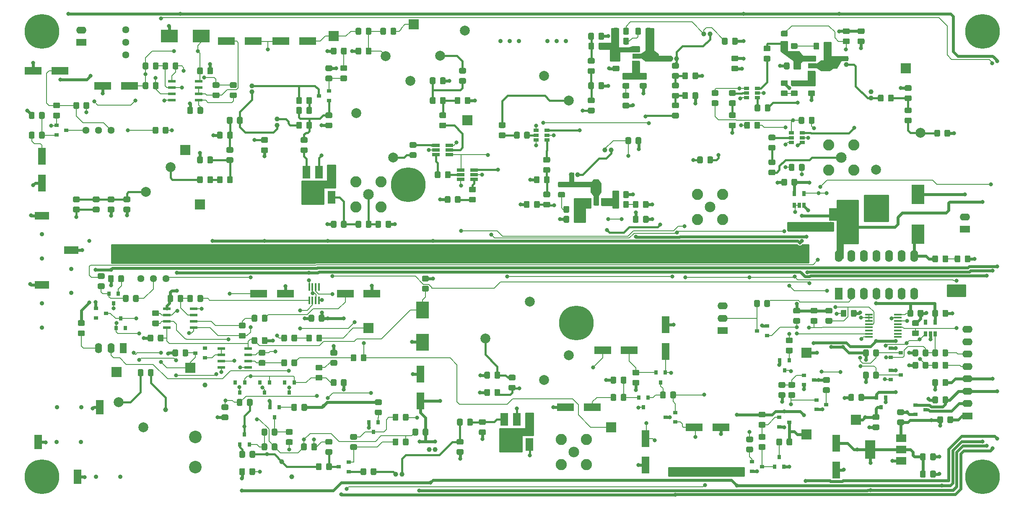
<source format=gtl>
G04 #@! TF.GenerationSoftware,KiCad,Pcbnew,5.1.12-84ad8e8a86~92~ubuntu20.04.1*
G04 #@! TF.CreationDate,2022-01-01T09:02:10-08:00*
G04 #@! TF.ProjectId,trx_mobo_concept_2,7472785f-6d6f-4626-9f5f-636f6e636570,rev?*
G04 #@! TF.SameCoordinates,Original*
G04 #@! TF.FileFunction,Copper,L1,Top*
G04 #@! TF.FilePolarity,Positive*
%FSLAX46Y46*%
G04 Gerber Fmt 4.6, Leading zero omitted, Abs format (unit mm)*
G04 Created by KiCad (PCBNEW 5.1.12-84ad8e8a86~92~ubuntu20.04.1) date 2022-01-01 09:02:10*
%MOMM*%
%LPD*%
G01*
G04 APERTURE LIST*
G04 #@! TA.AperFunction,SMDPad,CuDef*
%ADD10R,2.500000X3.500000*%
G04 #@! TD*
G04 #@! TA.AperFunction,ComponentPad*
%ADD11C,0.900000*%
G04 #@! TD*
G04 #@! TA.AperFunction,ComponentPad*
%ADD12C,1.440000*%
G04 #@! TD*
G04 #@! TA.AperFunction,ComponentPad*
%ADD13C,2.000000*%
G04 #@! TD*
G04 #@! TA.AperFunction,ComponentPad*
%ADD14C,0.800000*%
G04 #@! TD*
G04 #@! TA.AperFunction,ComponentPad*
%ADD15C,7.000000*%
G04 #@! TD*
G04 #@! TA.AperFunction,ComponentPad*
%ADD16C,2.540000*%
G04 #@! TD*
G04 #@! TA.AperFunction,SMDPad,CuDef*
%ADD17R,3.500000X1.600000*%
G04 #@! TD*
G04 #@! TA.AperFunction,SMDPad,CuDef*
%ADD18R,1.600000X3.500000*%
G04 #@! TD*
G04 #@! TA.AperFunction,SMDPad,CuDef*
%ADD19R,4.000000X2.500000*%
G04 #@! TD*
G04 #@! TA.AperFunction,SMDPad,CuDef*
%ADD20R,2.500000X4.000000*%
G04 #@! TD*
G04 #@! TA.AperFunction,SMDPad,CuDef*
%ADD21R,3.500000X2.500000*%
G04 #@! TD*
G04 #@! TA.AperFunction,SMDPad,CuDef*
%ADD22R,0.800000X0.900000*%
G04 #@! TD*
G04 #@! TA.AperFunction,SMDPad,CuDef*
%ADD23R,0.900000X0.800000*%
G04 #@! TD*
G04 #@! TA.AperFunction,ComponentPad*
%ADD24C,2.150000*%
G04 #@! TD*
G04 #@! TA.AperFunction,ComponentPad*
%ADD25C,2.250000*%
G04 #@! TD*
G04 #@! TA.AperFunction,ComponentPad*
%ADD26O,2.100000X1.400000*%
G04 #@! TD*
G04 #@! TA.AperFunction,ComponentPad*
%ADD27R,2.100000X1.400000*%
G04 #@! TD*
G04 #@! TA.AperFunction,ComponentPad*
%ADD28R,1.400000X2.100000*%
G04 #@! TD*
G04 #@! TA.AperFunction,ComponentPad*
%ADD29O,1.400000X2.100000*%
G04 #@! TD*
G04 #@! TA.AperFunction,ComponentPad*
%ADD30C,1.000000*%
G04 #@! TD*
G04 #@! TA.AperFunction,SMDPad,CuDef*
%ADD31C,0.150000*%
G04 #@! TD*
G04 #@! TA.AperFunction,SMDPad,CuDef*
%ADD32R,1.000000X1.500000*%
G04 #@! TD*
G04 #@! TA.AperFunction,SMDPad,CuDef*
%ADD33R,1.000000X1.800000*%
G04 #@! TD*
G04 #@! TA.AperFunction,SMDPad,CuDef*
%ADD34R,2.200000X1.840000*%
G04 #@! TD*
G04 #@! TA.AperFunction,SMDPad,CuDef*
%ADD35R,1.840000X2.200000*%
G04 #@! TD*
G04 #@! TA.AperFunction,SMDPad,CuDef*
%ADD36R,1.500000X1.000000*%
G04 #@! TD*
G04 #@! TA.AperFunction,SMDPad,CuDef*
%ADD37R,1.800000X1.000000*%
G04 #@! TD*
G04 #@! TA.AperFunction,ComponentPad*
%ADD38R,2.032000X2.032000*%
G04 #@! TD*
G04 #@! TA.AperFunction,SMDPad,CuDef*
%ADD39R,0.700000X1.000000*%
G04 #@! TD*
G04 #@! TA.AperFunction,SMDPad,CuDef*
%ADD40R,1.500000X0.450000*%
G04 #@! TD*
G04 #@! TA.AperFunction,SMDPad,CuDef*
%ADD41R,1.650000X2.540000*%
G04 #@! TD*
G04 #@! TA.AperFunction,SMDPad,CuDef*
%ADD42R,0.400000X1.560000*%
G04 #@! TD*
G04 #@! TA.AperFunction,SMDPad,CuDef*
%ADD43R,1.550000X0.600000*%
G04 #@! TD*
G04 #@! TA.AperFunction,ComponentPad*
%ADD44R,1.600000X2.400000*%
G04 #@! TD*
G04 #@! TA.AperFunction,ComponentPad*
%ADD45O,1.600000X2.400000*%
G04 #@! TD*
G04 #@! TA.AperFunction,SMDPad,CuDef*
%ADD46R,1.560000X0.650000*%
G04 #@! TD*
G04 #@! TA.AperFunction,SMDPad,CuDef*
%ADD47R,1.060000X0.650000*%
G04 #@! TD*
G04 #@! TA.AperFunction,SMDPad,CuDef*
%ADD48R,2.000000X3.800000*%
G04 #@! TD*
G04 #@! TA.AperFunction,SMDPad,CuDef*
%ADD49R,2.000000X1.500000*%
G04 #@! TD*
G04 #@! TA.AperFunction,SMDPad,CuDef*
%ADD50R,3.000000X1.500000*%
G04 #@! TD*
G04 #@! TA.AperFunction,SMDPad,CuDef*
%ADD51R,1.500000X3.000000*%
G04 #@! TD*
G04 #@! TA.AperFunction,ViaPad*
%ADD52C,0.800000*%
G04 #@! TD*
G04 #@! TA.AperFunction,Conductor*
%ADD53C,0.600000*%
G04 #@! TD*
G04 #@! TA.AperFunction,Conductor*
%ADD54C,0.200000*%
G04 #@! TD*
G04 #@! TA.AperFunction,Conductor*
%ADD55C,0.400000*%
G04 #@! TD*
G04 #@! TA.AperFunction,Conductor*
%ADD56C,0.254000*%
G04 #@! TD*
G04 #@! TA.AperFunction,Conductor*
%ADD57C,0.150000*%
G04 #@! TD*
G04 APERTURE END LIST*
D10*
X131900000Y-117850000D03*
X131900000Y-111350000D03*
D11*
X157125000Y-57000000D03*
X160875000Y-57000000D03*
X159000000Y-57000000D03*
X151375000Y-57000000D03*
X147625000Y-57000000D03*
X149500000Y-57000000D03*
D12*
X72000000Y-59800000D03*
X72000000Y-57260000D03*
X72000000Y-54720000D03*
D13*
X161500000Y-120500000D03*
X156500000Y-125500000D03*
G04 #@! TA.AperFunction,SMDPad,CuDef*
G36*
G01*
X156549999Y-80400000D02*
X157450001Y-80400000D01*
G75*
G02*
X157700000Y-80649999I0J-249999D01*
G01*
X157700000Y-81300001D01*
G75*
G02*
X157450001Y-81550000I-249999J0D01*
G01*
X156549999Y-81550000D01*
G75*
G02*
X156300000Y-81300001I0J249999D01*
G01*
X156300000Y-80649999D01*
G75*
G02*
X156549999Y-80400000I249999J0D01*
G01*
G37*
G04 #@! TD.AperFunction*
G04 #@! TA.AperFunction,SMDPad,CuDef*
G36*
G01*
X156549999Y-82450000D02*
X157450001Y-82450000D01*
G75*
G02*
X157700000Y-82699999I0J-249999D01*
G01*
X157700000Y-83350001D01*
G75*
G02*
X157450001Y-83600000I-249999J0D01*
G01*
X156549999Y-83600000D01*
G75*
G02*
X156300000Y-83350001I0J249999D01*
G01*
X156300000Y-82699999D01*
G75*
G02*
X156549999Y-82450000I249999J0D01*
G01*
G37*
G04 #@! TD.AperFunction*
D14*
X164856155Y-112143845D03*
X163000000Y-111375000D03*
X161143845Y-112143845D03*
X160375000Y-114000000D03*
X161143845Y-115856155D03*
X163000000Y-116625000D03*
X164856155Y-115856155D03*
X165625000Y-114000000D03*
D15*
X163000000Y-114000000D03*
D14*
X56856155Y-53143845D03*
X55000000Y-52375000D03*
X53143845Y-53143845D03*
X52375000Y-55000000D03*
X53143845Y-56856155D03*
X55000000Y-57625000D03*
X56856155Y-56856155D03*
X57625000Y-55000000D03*
D15*
X55000000Y-55000000D03*
D14*
X246856155Y-53143845D03*
X245000000Y-52375000D03*
X243143845Y-53143845D03*
X242375000Y-55000000D03*
X243143845Y-56856155D03*
X245000000Y-57625000D03*
X246856155Y-56856155D03*
X247625000Y-55000000D03*
D15*
X245000000Y-55000000D03*
D14*
X56856155Y-143143845D03*
X55000000Y-142375000D03*
X53143845Y-143143845D03*
X52375000Y-145000000D03*
X53143845Y-146856155D03*
X55000000Y-147625000D03*
X56856155Y-146856155D03*
X57625000Y-145000000D03*
D15*
X55000000Y-145000000D03*
D14*
X246856155Y-143143845D03*
X245000000Y-142375000D03*
X243143845Y-143143845D03*
X242375000Y-145000000D03*
X243143845Y-146856155D03*
X245000000Y-147625000D03*
X246856155Y-146856155D03*
X247625000Y-145000000D03*
D15*
X245000000Y-145000000D03*
D14*
X130856155Y-84143845D03*
X129000000Y-83375000D03*
X127143845Y-84143845D03*
X126375000Y-86000000D03*
X127143845Y-87856155D03*
X129000000Y-88625000D03*
X130856155Y-87856155D03*
X131625000Y-86000000D03*
D15*
X129000000Y-86000000D03*
G04 #@! TA.AperFunction,SMDPad,CuDef*
G36*
G01*
X238100000Y-125549999D02*
X238100000Y-126450001D01*
G75*
G02*
X237850001Y-126700000I-249999J0D01*
G01*
X237199999Y-126700000D01*
G75*
G02*
X236950000Y-126450001I0J249999D01*
G01*
X236950000Y-125549999D01*
G75*
G02*
X237199999Y-125300000I249999J0D01*
G01*
X237850001Y-125300000D01*
G75*
G02*
X238100000Y-125549999I0J-249999D01*
G01*
G37*
G04 #@! TD.AperFunction*
G04 #@! TA.AperFunction,SMDPad,CuDef*
G36*
G01*
X236050000Y-125549999D02*
X236050000Y-126450001D01*
G75*
G02*
X235800001Y-126700000I-249999J0D01*
G01*
X235149999Y-126700000D01*
G75*
G02*
X234900000Y-126450001I0J249999D01*
G01*
X234900000Y-125549999D01*
G75*
G02*
X235149999Y-125300000I249999J0D01*
G01*
X235800001Y-125300000D01*
G75*
G02*
X236050000Y-125549999I0J-249999D01*
G01*
G37*
G04 #@! TD.AperFunction*
G04 #@! TA.AperFunction,SMDPad,CuDef*
G36*
G01*
X238100000Y-129049999D02*
X238100000Y-129950001D01*
G75*
G02*
X237850001Y-130200000I-249999J0D01*
G01*
X237199999Y-130200000D01*
G75*
G02*
X236950000Y-129950001I0J249999D01*
G01*
X236950000Y-129049999D01*
G75*
G02*
X237199999Y-128800000I249999J0D01*
G01*
X237850001Y-128800000D01*
G75*
G02*
X238100000Y-129049999I0J-249999D01*
G01*
G37*
G04 #@! TD.AperFunction*
G04 #@! TA.AperFunction,SMDPad,CuDef*
G36*
G01*
X236050000Y-129049999D02*
X236050000Y-129950001D01*
G75*
G02*
X235800001Y-130200000I-249999J0D01*
G01*
X235149999Y-130200000D01*
G75*
G02*
X234900000Y-129950001I0J249999D01*
G01*
X234900000Y-129049999D01*
G75*
G02*
X235149999Y-128800000I249999J0D01*
G01*
X235800001Y-128800000D01*
G75*
G02*
X236050000Y-129049999I0J-249999D01*
G01*
G37*
G04 #@! TD.AperFunction*
G04 #@! TA.AperFunction,SMDPad,CuDef*
G36*
G01*
X234100000Y-119549999D02*
X234100000Y-120450001D01*
G75*
G02*
X233850001Y-120700000I-249999J0D01*
G01*
X233199999Y-120700000D01*
G75*
G02*
X232950000Y-120450001I0J249999D01*
G01*
X232950000Y-119549999D01*
G75*
G02*
X233199999Y-119300000I249999J0D01*
G01*
X233850001Y-119300000D01*
G75*
G02*
X234100000Y-119549999I0J-249999D01*
G01*
G37*
G04 #@! TD.AperFunction*
G04 #@! TA.AperFunction,SMDPad,CuDef*
G36*
G01*
X232050000Y-119549999D02*
X232050000Y-120450001D01*
G75*
G02*
X231800001Y-120700000I-249999J0D01*
G01*
X231149999Y-120700000D01*
G75*
G02*
X230900000Y-120450001I0J249999D01*
G01*
X230900000Y-119549999D01*
G75*
G02*
X231149999Y-119300000I249999J0D01*
G01*
X231800001Y-119300000D01*
G75*
G02*
X232050000Y-119549999I0J-249999D01*
G01*
G37*
G04 #@! TD.AperFunction*
G04 #@! TA.AperFunction,SMDPad,CuDef*
G36*
G01*
X232050000Y-122049999D02*
X232050000Y-122950001D01*
G75*
G02*
X231800001Y-123200000I-249999J0D01*
G01*
X231149999Y-123200000D01*
G75*
G02*
X230900000Y-122950001I0J249999D01*
G01*
X230900000Y-122049999D01*
G75*
G02*
X231149999Y-121800000I249999J0D01*
G01*
X231800001Y-121800000D01*
G75*
G02*
X232050000Y-122049999I0J-249999D01*
G01*
G37*
G04 #@! TD.AperFunction*
G04 #@! TA.AperFunction,SMDPad,CuDef*
G36*
G01*
X234100000Y-122049999D02*
X234100000Y-122950001D01*
G75*
G02*
X233850001Y-123200000I-249999J0D01*
G01*
X233199999Y-123200000D01*
G75*
G02*
X232950000Y-122950001I0J249999D01*
G01*
X232950000Y-122049999D01*
G75*
G02*
X233199999Y-121800000I249999J0D01*
G01*
X233850001Y-121800000D01*
G75*
G02*
X234100000Y-122049999I0J-249999D01*
G01*
G37*
G04 #@! TD.AperFunction*
G04 #@! TA.AperFunction,SMDPad,CuDef*
G36*
G01*
X236950000Y-112450001D02*
X236950000Y-111549999D01*
G75*
G02*
X237199999Y-111300000I249999J0D01*
G01*
X237850001Y-111300000D01*
G75*
G02*
X238100000Y-111549999I0J-249999D01*
G01*
X238100000Y-112450001D01*
G75*
G02*
X237850001Y-112700000I-249999J0D01*
G01*
X237199999Y-112700000D01*
G75*
G02*
X236950000Y-112450001I0J249999D01*
G01*
G37*
G04 #@! TD.AperFunction*
G04 #@! TA.AperFunction,SMDPad,CuDef*
G36*
G01*
X234900000Y-112450001D02*
X234900000Y-111549999D01*
G75*
G02*
X235149999Y-111300000I249999J0D01*
G01*
X235800001Y-111300000D01*
G75*
G02*
X236050000Y-111549999I0J-249999D01*
G01*
X236050000Y-112450001D01*
G75*
G02*
X235800001Y-112700000I-249999J0D01*
G01*
X235149999Y-112700000D01*
G75*
G02*
X234900000Y-112450001I0J249999D01*
G01*
G37*
G04 #@! TD.AperFunction*
G04 #@! TA.AperFunction,SMDPad,CuDef*
G36*
G01*
X205550000Y-85049999D02*
X205550000Y-85950001D01*
G75*
G02*
X205300001Y-86200000I-249999J0D01*
G01*
X204649999Y-86200000D01*
G75*
G02*
X204400000Y-85950001I0J249999D01*
G01*
X204400000Y-85049999D01*
G75*
G02*
X204649999Y-84800000I249999J0D01*
G01*
X205300001Y-84800000D01*
G75*
G02*
X205550000Y-85049999I0J-249999D01*
G01*
G37*
G04 #@! TD.AperFunction*
G04 #@! TA.AperFunction,SMDPad,CuDef*
G36*
G01*
X207600000Y-85049999D02*
X207600000Y-85950001D01*
G75*
G02*
X207350001Y-86200000I-249999J0D01*
G01*
X206699999Y-86200000D01*
G75*
G02*
X206450000Y-85950001I0J249999D01*
G01*
X206450000Y-85049999D01*
G75*
G02*
X206699999Y-84800000I249999J0D01*
G01*
X207350001Y-84800000D01*
G75*
G02*
X207600000Y-85049999I0J-249999D01*
G01*
G37*
G04 #@! TD.AperFunction*
G04 #@! TA.AperFunction,SMDPad,CuDef*
G36*
G01*
X223049999Y-134450000D02*
X223950001Y-134450000D01*
G75*
G02*
X224200000Y-134699999I0J-249999D01*
G01*
X224200000Y-135350001D01*
G75*
G02*
X223950001Y-135600000I-249999J0D01*
G01*
X223049999Y-135600000D01*
G75*
G02*
X222800000Y-135350001I0J249999D01*
G01*
X222800000Y-134699999D01*
G75*
G02*
X223049999Y-134450000I249999J0D01*
G01*
G37*
G04 #@! TD.AperFunction*
G04 #@! TA.AperFunction,SMDPad,CuDef*
G36*
G01*
X223049999Y-132400000D02*
X223950001Y-132400000D01*
G75*
G02*
X224200000Y-132649999I0J-249999D01*
G01*
X224200000Y-133300001D01*
G75*
G02*
X223950001Y-133550000I-249999J0D01*
G01*
X223049999Y-133550000D01*
G75*
G02*
X222800000Y-133300001I0J249999D01*
G01*
X222800000Y-132649999D01*
G75*
G02*
X223049999Y-132400000I249999J0D01*
G01*
G37*
G04 #@! TD.AperFunction*
G04 #@! TA.AperFunction,SMDPad,CuDef*
G36*
G01*
X221125000Y-128549999D02*
X221125000Y-129450001D01*
G75*
G02*
X220875001Y-129700000I-249999J0D01*
G01*
X220224999Y-129700000D01*
G75*
G02*
X219975000Y-129450001I0J249999D01*
G01*
X219975000Y-128549999D01*
G75*
G02*
X220224999Y-128300000I249999J0D01*
G01*
X220875001Y-128300000D01*
G75*
G02*
X221125000Y-128549999I0J-249999D01*
G01*
G37*
G04 #@! TD.AperFunction*
G04 #@! TA.AperFunction,SMDPad,CuDef*
G36*
G01*
X219075000Y-128549999D02*
X219075000Y-129450001D01*
G75*
G02*
X218825001Y-129700000I-249999J0D01*
G01*
X218174999Y-129700000D01*
G75*
G02*
X217925000Y-129450001I0J249999D01*
G01*
X217925000Y-128549999D01*
G75*
G02*
X218174999Y-128300000I249999J0D01*
G01*
X218825001Y-128300000D01*
G75*
G02*
X219075000Y-128549999I0J-249999D01*
G01*
G37*
G04 #@! TD.AperFunction*
G04 #@! TA.AperFunction,SMDPad,CuDef*
G36*
G01*
X229900000Y-112450001D02*
X229900000Y-111549999D01*
G75*
G02*
X230149999Y-111300000I249999J0D01*
G01*
X230800001Y-111300000D01*
G75*
G02*
X231050000Y-111549999I0J-249999D01*
G01*
X231050000Y-112450001D01*
G75*
G02*
X230800001Y-112700000I-249999J0D01*
G01*
X230149999Y-112700000D01*
G75*
G02*
X229900000Y-112450001I0J249999D01*
G01*
G37*
G04 #@! TD.AperFunction*
G04 #@! TA.AperFunction,SMDPad,CuDef*
G36*
G01*
X231950000Y-112450001D02*
X231950000Y-111549999D01*
G75*
G02*
X232199999Y-111300000I249999J0D01*
G01*
X232850001Y-111300000D01*
G75*
G02*
X233100000Y-111549999I0J-249999D01*
G01*
X233100000Y-112450001D01*
G75*
G02*
X232850001Y-112700000I-249999J0D01*
G01*
X232199999Y-112700000D01*
G75*
G02*
X231950000Y-112450001I0J249999D01*
G01*
G37*
G04 #@! TD.AperFunction*
G04 #@! TA.AperFunction,SMDPad,CuDef*
G36*
G01*
X66450001Y-91600000D02*
X65549999Y-91600000D01*
G75*
G02*
X65300000Y-91350001I0J249999D01*
G01*
X65300000Y-90699999D01*
G75*
G02*
X65549999Y-90450000I249999J0D01*
G01*
X66450001Y-90450000D01*
G75*
G02*
X66700000Y-90699999I0J-249999D01*
G01*
X66700000Y-91350001D01*
G75*
G02*
X66450001Y-91600000I-249999J0D01*
G01*
G37*
G04 #@! TD.AperFunction*
G04 #@! TA.AperFunction,SMDPad,CuDef*
G36*
G01*
X66450001Y-89550000D02*
X65549999Y-89550000D01*
G75*
G02*
X65300000Y-89300001I0J249999D01*
G01*
X65300000Y-88649999D01*
G75*
G02*
X65549999Y-88400000I249999J0D01*
G01*
X66450001Y-88400000D01*
G75*
G02*
X66700000Y-88649999I0J-249999D01*
G01*
X66700000Y-89300001D01*
G75*
G02*
X66450001Y-89550000I-249999J0D01*
G01*
G37*
G04 #@! TD.AperFunction*
G04 #@! TA.AperFunction,SMDPad,CuDef*
G36*
G01*
X62450001Y-89550000D02*
X61549999Y-89550000D01*
G75*
G02*
X61300000Y-89300001I0J249999D01*
G01*
X61300000Y-88649999D01*
G75*
G02*
X61549999Y-88400000I249999J0D01*
G01*
X62450001Y-88400000D01*
G75*
G02*
X62700000Y-88649999I0J-249999D01*
G01*
X62700000Y-89300001D01*
G75*
G02*
X62450001Y-89550000I-249999J0D01*
G01*
G37*
G04 #@! TD.AperFunction*
G04 #@! TA.AperFunction,SMDPad,CuDef*
G36*
G01*
X62450001Y-91600000D02*
X61549999Y-91600000D01*
G75*
G02*
X61300000Y-91350001I0J249999D01*
G01*
X61300000Y-90699999D01*
G75*
G02*
X61549999Y-90450000I249999J0D01*
G01*
X62450001Y-90450000D01*
G75*
G02*
X62700000Y-90699999I0J-249999D01*
G01*
X62700000Y-91350001D01*
G75*
G02*
X62450001Y-91600000I-249999J0D01*
G01*
G37*
G04 #@! TD.AperFunction*
G04 #@! TA.AperFunction,SMDPad,CuDef*
G36*
G01*
X71749999Y-90450000D02*
X72650001Y-90450000D01*
G75*
G02*
X72900000Y-90699999I0J-249999D01*
G01*
X72900000Y-91350001D01*
G75*
G02*
X72650001Y-91600000I-249999J0D01*
G01*
X71749999Y-91600000D01*
G75*
G02*
X71500000Y-91350001I0J249999D01*
G01*
X71500000Y-90699999D01*
G75*
G02*
X71749999Y-90450000I249999J0D01*
G01*
G37*
G04 #@! TD.AperFunction*
G04 #@! TA.AperFunction,SMDPad,CuDef*
G36*
G01*
X71749999Y-88400000D02*
X72650001Y-88400000D01*
G75*
G02*
X72900000Y-88649999I0J-249999D01*
G01*
X72900000Y-89300001D01*
G75*
G02*
X72650001Y-89550000I-249999J0D01*
G01*
X71749999Y-89550000D01*
G75*
G02*
X71500000Y-89300001I0J249999D01*
G01*
X71500000Y-88649999D01*
G75*
G02*
X71749999Y-88400000I249999J0D01*
G01*
G37*
G04 #@! TD.AperFunction*
G04 #@! TA.AperFunction,SMDPad,CuDef*
G36*
G01*
X68549999Y-90450000D02*
X69450001Y-90450000D01*
G75*
G02*
X69700000Y-90699999I0J-249999D01*
G01*
X69700000Y-91350001D01*
G75*
G02*
X69450001Y-91600000I-249999J0D01*
G01*
X68549999Y-91600000D01*
G75*
G02*
X68300000Y-91350001I0J249999D01*
G01*
X68300000Y-90699999D01*
G75*
G02*
X68549999Y-90450000I249999J0D01*
G01*
G37*
G04 #@! TD.AperFunction*
G04 #@! TA.AperFunction,SMDPad,CuDef*
G36*
G01*
X68549999Y-88400000D02*
X69450001Y-88400000D01*
G75*
G02*
X69700000Y-88649999I0J-249999D01*
G01*
X69700000Y-89300001D01*
G75*
G02*
X69450001Y-89550000I-249999J0D01*
G01*
X68549999Y-89550000D01*
G75*
G02*
X68300000Y-89300001I0J249999D01*
G01*
X68300000Y-88649999D01*
G75*
G02*
X68549999Y-88400000I249999J0D01*
G01*
G37*
G04 #@! TD.AperFunction*
G04 #@! TA.AperFunction,SMDPad,CuDef*
G36*
G01*
X109600000Y-70549999D02*
X109600000Y-71450001D01*
G75*
G02*
X109350001Y-71700000I-249999J0D01*
G01*
X108699999Y-71700000D01*
G75*
G02*
X108450000Y-71450001I0J249999D01*
G01*
X108450000Y-70549999D01*
G75*
G02*
X108699999Y-70300000I249999J0D01*
G01*
X109350001Y-70300000D01*
G75*
G02*
X109600000Y-70549999I0J-249999D01*
G01*
G37*
G04 #@! TD.AperFunction*
G04 #@! TA.AperFunction,SMDPad,CuDef*
G36*
G01*
X107550000Y-70549999D02*
X107550000Y-71450001D01*
G75*
G02*
X107300001Y-71700000I-249999J0D01*
G01*
X106649999Y-71700000D01*
G75*
G02*
X106400000Y-71450001I0J249999D01*
G01*
X106400000Y-70549999D01*
G75*
G02*
X106649999Y-70300000I249999J0D01*
G01*
X107300001Y-70300000D01*
G75*
G02*
X107550000Y-70549999I0J-249999D01*
G01*
G37*
G04 #@! TD.AperFunction*
G04 #@! TA.AperFunction,SMDPad,CuDef*
G36*
G01*
X107549999Y-76400000D02*
X108450001Y-76400000D01*
G75*
G02*
X108700000Y-76649999I0J-249999D01*
G01*
X108700000Y-77300001D01*
G75*
G02*
X108450001Y-77550000I-249999J0D01*
G01*
X107549999Y-77550000D01*
G75*
G02*
X107300000Y-77300001I0J249999D01*
G01*
X107300000Y-76649999D01*
G75*
G02*
X107549999Y-76400000I249999J0D01*
G01*
G37*
G04 #@! TD.AperFunction*
G04 #@! TA.AperFunction,SMDPad,CuDef*
G36*
G01*
X107549999Y-78450000D02*
X108450001Y-78450000D01*
G75*
G02*
X108700000Y-78699999I0J-249999D01*
G01*
X108700000Y-79350001D01*
G75*
G02*
X108450001Y-79600000I-249999J0D01*
G01*
X107549999Y-79600000D01*
G75*
G02*
X107300000Y-79350001I0J249999D01*
G01*
X107300000Y-78699999D01*
G75*
G02*
X107549999Y-78450000I249999J0D01*
G01*
G37*
G04 #@! TD.AperFunction*
G04 #@! TA.AperFunction,SMDPad,CuDef*
G36*
G01*
X116450001Y-65075000D02*
X115549999Y-65075000D01*
G75*
G02*
X115300000Y-64825001I0J249999D01*
G01*
X115300000Y-64174999D01*
G75*
G02*
X115549999Y-63925000I249999J0D01*
G01*
X116450001Y-63925000D01*
G75*
G02*
X116700000Y-64174999I0J-249999D01*
G01*
X116700000Y-64825001D01*
G75*
G02*
X116450001Y-65075000I-249999J0D01*
G01*
G37*
G04 #@! TD.AperFunction*
G04 #@! TA.AperFunction,SMDPad,CuDef*
G36*
G01*
X116450001Y-63025000D02*
X115549999Y-63025000D01*
G75*
G02*
X115300000Y-62775001I0J249999D01*
G01*
X115300000Y-62124999D01*
G75*
G02*
X115549999Y-61875000I249999J0D01*
G01*
X116450001Y-61875000D01*
G75*
G02*
X116700000Y-62124999I0J-249999D01*
G01*
X116700000Y-62775001D01*
G75*
G02*
X116450001Y-63025000I-249999J0D01*
G01*
G37*
G04 #@! TD.AperFunction*
G04 #@! TA.AperFunction,SMDPad,CuDef*
G36*
G01*
X92400000Y-73450001D02*
X92400000Y-72549999D01*
G75*
G02*
X92649999Y-72300000I249999J0D01*
G01*
X93300001Y-72300000D01*
G75*
G02*
X93550000Y-72549999I0J-249999D01*
G01*
X93550000Y-73450001D01*
G75*
G02*
X93300001Y-73700000I-249999J0D01*
G01*
X92649999Y-73700000D01*
G75*
G02*
X92400000Y-73450001I0J249999D01*
G01*
G37*
G04 #@! TD.AperFunction*
G04 #@! TA.AperFunction,SMDPad,CuDef*
G36*
G01*
X94450000Y-73450001D02*
X94450000Y-72549999D01*
G75*
G02*
X94699999Y-72300000I249999J0D01*
G01*
X95350001Y-72300000D01*
G75*
G02*
X95600000Y-72549999I0J-249999D01*
G01*
X95600000Y-73450001D01*
G75*
G02*
X95350001Y-73700000I-249999J0D01*
G01*
X94699999Y-73700000D01*
G75*
G02*
X94450000Y-73450001I0J249999D01*
G01*
G37*
G04 #@! TD.AperFunction*
G04 #@! TA.AperFunction,SMDPad,CuDef*
G36*
G01*
X92450000Y-85450001D02*
X92450000Y-84549999D01*
G75*
G02*
X92699999Y-84300000I249999J0D01*
G01*
X93350001Y-84300000D01*
G75*
G02*
X93600000Y-84549999I0J-249999D01*
G01*
X93600000Y-85450001D01*
G75*
G02*
X93350001Y-85700000I-249999J0D01*
G01*
X92699999Y-85700000D01*
G75*
G02*
X92450000Y-85450001I0J249999D01*
G01*
G37*
G04 #@! TD.AperFunction*
G04 #@! TA.AperFunction,SMDPad,CuDef*
G36*
G01*
X90400000Y-85450001D02*
X90400000Y-84549999D01*
G75*
G02*
X90649999Y-84300000I249999J0D01*
G01*
X91300001Y-84300000D01*
G75*
G02*
X91550000Y-84549999I0J-249999D01*
G01*
X91550000Y-85450001D01*
G75*
G02*
X91300001Y-85700000I-249999J0D01*
G01*
X90649999Y-85700000D01*
G75*
G02*
X90400000Y-85450001I0J249999D01*
G01*
G37*
G04 #@! TD.AperFunction*
G04 #@! TA.AperFunction,SMDPad,CuDef*
G36*
G01*
X113600000Y-142549999D02*
X113600000Y-143450001D01*
G75*
G02*
X113350001Y-143700000I-249999J0D01*
G01*
X112699999Y-143700000D01*
G75*
G02*
X112450000Y-143450001I0J249999D01*
G01*
X112450000Y-142549999D01*
G75*
G02*
X112699999Y-142300000I249999J0D01*
G01*
X113350001Y-142300000D01*
G75*
G02*
X113600000Y-142549999I0J-249999D01*
G01*
G37*
G04 #@! TD.AperFunction*
G04 #@! TA.AperFunction,SMDPad,CuDef*
G36*
G01*
X111550000Y-142549999D02*
X111550000Y-143450001D01*
G75*
G02*
X111300001Y-143700000I-249999J0D01*
G01*
X110649999Y-143700000D01*
G75*
G02*
X110400000Y-143450001I0J249999D01*
G01*
X110400000Y-142549999D01*
G75*
G02*
X110649999Y-142300000I249999J0D01*
G01*
X111300001Y-142300000D01*
G75*
G02*
X111550000Y-142549999I0J-249999D01*
G01*
G37*
G04 #@! TD.AperFunction*
D16*
X86000000Y-136952000D03*
X86000000Y-143048000D03*
G04 #@! TA.AperFunction,SMDPad,CuDef*
G36*
G01*
X99400000Y-136450001D02*
X99400000Y-135549999D01*
G75*
G02*
X99649999Y-135300000I249999J0D01*
G01*
X100300001Y-135300000D01*
G75*
G02*
X100550000Y-135549999I0J-249999D01*
G01*
X100550000Y-136450001D01*
G75*
G02*
X100300001Y-136700000I-249999J0D01*
G01*
X99649999Y-136700000D01*
G75*
G02*
X99400000Y-136450001I0J249999D01*
G01*
G37*
G04 #@! TD.AperFunction*
G04 #@! TA.AperFunction,SMDPad,CuDef*
G36*
G01*
X101450000Y-136450001D02*
X101450000Y-135549999D01*
G75*
G02*
X101699999Y-135300000I249999J0D01*
G01*
X102350001Y-135300000D01*
G75*
G02*
X102600000Y-135549999I0J-249999D01*
G01*
X102600000Y-136450001D01*
G75*
G02*
X102350001Y-136700000I-249999J0D01*
G01*
X101699999Y-136700000D01*
G75*
G02*
X101450000Y-136450001I0J249999D01*
G01*
G37*
G04 #@! TD.AperFunction*
G04 #@! TA.AperFunction,SMDPad,CuDef*
G36*
G01*
X118450001Y-137550000D02*
X117549999Y-137550000D01*
G75*
G02*
X117300000Y-137300001I0J249999D01*
G01*
X117300000Y-136649999D01*
G75*
G02*
X117549999Y-136400000I249999J0D01*
G01*
X118450001Y-136400000D01*
G75*
G02*
X118700000Y-136649999I0J-249999D01*
G01*
X118700000Y-137300001D01*
G75*
G02*
X118450001Y-137550000I-249999J0D01*
G01*
G37*
G04 #@! TD.AperFunction*
G04 #@! TA.AperFunction,SMDPad,CuDef*
G36*
G01*
X118450001Y-139600000D02*
X117549999Y-139600000D01*
G75*
G02*
X117300000Y-139350001I0J249999D01*
G01*
X117300000Y-138699999D01*
G75*
G02*
X117549999Y-138450000I249999J0D01*
G01*
X118450001Y-138450000D01*
G75*
G02*
X118700000Y-138699999I0J-249999D01*
G01*
X118700000Y-139350001D01*
G75*
G02*
X118450001Y-139600000I-249999J0D01*
G01*
G37*
G04 #@! TD.AperFunction*
G04 #@! TA.AperFunction,SMDPad,CuDef*
G36*
G01*
X91549999Y-132450000D02*
X92450001Y-132450000D01*
G75*
G02*
X92700000Y-132699999I0J-249999D01*
G01*
X92700000Y-133350001D01*
G75*
G02*
X92450001Y-133600000I-249999J0D01*
G01*
X91549999Y-133600000D01*
G75*
G02*
X91300000Y-133350001I0J249999D01*
G01*
X91300000Y-132699999D01*
G75*
G02*
X91549999Y-132450000I249999J0D01*
G01*
G37*
G04 #@! TD.AperFunction*
G04 #@! TA.AperFunction,SMDPad,CuDef*
G36*
G01*
X91549999Y-130400000D02*
X92450001Y-130400000D01*
G75*
G02*
X92700000Y-130649999I0J-249999D01*
G01*
X92700000Y-131300001D01*
G75*
G02*
X92450001Y-131550000I-249999J0D01*
G01*
X91549999Y-131550000D01*
G75*
G02*
X91300000Y-131300001I0J249999D01*
G01*
X91300000Y-130649999D01*
G75*
G02*
X91549999Y-130400000I249999J0D01*
G01*
G37*
G04 #@! TD.AperFunction*
D17*
X104200000Y-108000000D03*
X98800000Y-108000000D03*
D18*
X131500000Y-124300000D03*
X131500000Y-129700000D03*
G04 #@! TA.AperFunction,SMDPad,CuDef*
G36*
G01*
X112100000Y-112549999D02*
X112100000Y-113450001D01*
G75*
G02*
X111850001Y-113700000I-249999J0D01*
G01*
X111199999Y-113700000D01*
G75*
G02*
X110950000Y-113450001I0J249999D01*
G01*
X110950000Y-112549999D01*
G75*
G02*
X111199999Y-112300000I249999J0D01*
G01*
X111850001Y-112300000D01*
G75*
G02*
X112100000Y-112549999I0J-249999D01*
G01*
G37*
G04 #@! TD.AperFunction*
G04 #@! TA.AperFunction,SMDPad,CuDef*
G36*
G01*
X110050000Y-112549999D02*
X110050000Y-113450001D01*
G75*
G02*
X109800001Y-113700000I-249999J0D01*
G01*
X109149999Y-113700000D01*
G75*
G02*
X108900000Y-113450001I0J249999D01*
G01*
X108900000Y-112549999D01*
G75*
G02*
X109149999Y-112300000I249999J0D01*
G01*
X109800001Y-112300000D01*
G75*
G02*
X110050000Y-112549999I0J-249999D01*
G01*
G37*
G04 #@! TD.AperFunction*
G04 #@! TA.AperFunction,SMDPad,CuDef*
G36*
G01*
X79600000Y-116549999D02*
X79600000Y-117450001D01*
G75*
G02*
X79350001Y-117700000I-249999J0D01*
G01*
X78699999Y-117700000D01*
G75*
G02*
X78450000Y-117450001I0J249999D01*
G01*
X78450000Y-116549999D01*
G75*
G02*
X78699999Y-116300000I249999J0D01*
G01*
X79350001Y-116300000D01*
G75*
G02*
X79600000Y-116549999I0J-249999D01*
G01*
G37*
G04 #@! TD.AperFunction*
G04 #@! TA.AperFunction,SMDPad,CuDef*
G36*
G01*
X77550000Y-116549999D02*
X77550000Y-117450001D01*
G75*
G02*
X77300001Y-117700000I-249999J0D01*
G01*
X76649999Y-117700000D01*
G75*
G02*
X76400000Y-117450001I0J249999D01*
G01*
X76400000Y-116549999D01*
G75*
G02*
X76649999Y-116300000I249999J0D01*
G01*
X77300001Y-116300000D01*
G75*
G02*
X77550000Y-116549999I0J-249999D01*
G01*
G37*
G04 #@! TD.AperFunction*
G04 #@! TA.AperFunction,SMDPad,CuDef*
G36*
G01*
X99450000Y-117950001D02*
X99450000Y-117049999D01*
G75*
G02*
X99699999Y-116800000I249999J0D01*
G01*
X100350001Y-116800000D01*
G75*
G02*
X100600000Y-117049999I0J-249999D01*
G01*
X100600000Y-117950001D01*
G75*
G02*
X100350001Y-118200000I-249999J0D01*
G01*
X99699999Y-118200000D01*
G75*
G02*
X99450000Y-117950001I0J249999D01*
G01*
G37*
G04 #@! TD.AperFunction*
G04 #@! TA.AperFunction,SMDPad,CuDef*
G36*
G01*
X97400000Y-117950001D02*
X97400000Y-117049999D01*
G75*
G02*
X97649999Y-116800000I249999J0D01*
G01*
X98300001Y-116800000D01*
G75*
G02*
X98550000Y-117049999I0J-249999D01*
G01*
X98550000Y-117950001D01*
G75*
G02*
X98300001Y-118200000I-249999J0D01*
G01*
X97649999Y-118200000D01*
G75*
G02*
X97400000Y-117950001I0J249999D01*
G01*
G37*
G04 #@! TD.AperFunction*
G04 #@! TA.AperFunction,SMDPad,CuDef*
G36*
G01*
X86450000Y-109450001D02*
X86450000Y-108549999D01*
G75*
G02*
X86699999Y-108300000I249999J0D01*
G01*
X87350001Y-108300000D01*
G75*
G02*
X87600000Y-108549999I0J-249999D01*
G01*
X87600000Y-109450001D01*
G75*
G02*
X87350001Y-109700000I-249999J0D01*
G01*
X86699999Y-109700000D01*
G75*
G02*
X86450000Y-109450001I0J249999D01*
G01*
G37*
G04 #@! TD.AperFunction*
G04 #@! TA.AperFunction,SMDPad,CuDef*
G36*
G01*
X84400000Y-109450001D02*
X84400000Y-108549999D01*
G75*
G02*
X84649999Y-108300000I249999J0D01*
G01*
X85300001Y-108300000D01*
G75*
G02*
X85550000Y-108549999I0J-249999D01*
G01*
X85550000Y-109450001D01*
G75*
G02*
X85300001Y-109700000I-249999J0D01*
G01*
X84649999Y-109700000D01*
G75*
G02*
X84400000Y-109450001I0J249999D01*
G01*
G37*
G04 #@! TD.AperFunction*
D17*
X116300000Y-108000000D03*
X121700000Y-108000000D03*
G04 #@! TA.AperFunction,SMDPad,CuDef*
G36*
G01*
X114450001Y-120550000D02*
X113549999Y-120550000D01*
G75*
G02*
X113300000Y-120300001I0J249999D01*
G01*
X113300000Y-119649999D01*
G75*
G02*
X113549999Y-119400000I249999J0D01*
G01*
X114450001Y-119400000D01*
G75*
G02*
X114700000Y-119649999I0J-249999D01*
G01*
X114700000Y-120300001D01*
G75*
G02*
X114450001Y-120550000I-249999J0D01*
G01*
G37*
G04 #@! TD.AperFunction*
G04 #@! TA.AperFunction,SMDPad,CuDef*
G36*
G01*
X114450001Y-122600000D02*
X113549999Y-122600000D01*
G75*
G02*
X113300000Y-122350001I0J249999D01*
G01*
X113300000Y-121699999D01*
G75*
G02*
X113549999Y-121450000I249999J0D01*
G01*
X114450001Y-121450000D01*
G75*
G02*
X114700000Y-121699999I0J-249999D01*
G01*
X114700000Y-122350001D01*
G75*
G02*
X114450001Y-122600000I-249999J0D01*
G01*
G37*
G04 #@! TD.AperFunction*
G04 #@! TA.AperFunction,SMDPad,CuDef*
G36*
G01*
X106600000Y-116549999D02*
X106600000Y-117450001D01*
G75*
G02*
X106350001Y-117700000I-249999J0D01*
G01*
X105699999Y-117700000D01*
G75*
G02*
X105450000Y-117450001I0J249999D01*
G01*
X105450000Y-116549999D01*
G75*
G02*
X105699999Y-116300000I249999J0D01*
G01*
X106350001Y-116300000D01*
G75*
G02*
X106600000Y-116549999I0J-249999D01*
G01*
G37*
G04 #@! TD.AperFunction*
G04 #@! TA.AperFunction,SMDPad,CuDef*
G36*
G01*
X104550000Y-116549999D02*
X104550000Y-117450001D01*
G75*
G02*
X104300001Y-117700000I-249999J0D01*
G01*
X103649999Y-117700000D01*
G75*
G02*
X103400000Y-117450001I0J249999D01*
G01*
X103400000Y-116549999D01*
G75*
G02*
X103649999Y-116300000I249999J0D01*
G01*
X104300001Y-116300000D01*
G75*
G02*
X104550000Y-116549999I0J-249999D01*
G01*
G37*
G04 #@! TD.AperFunction*
G04 #@! TA.AperFunction,SMDPad,CuDef*
G36*
G01*
X117400000Y-121450001D02*
X117400000Y-120549999D01*
G75*
G02*
X117649999Y-120300000I249999J0D01*
G01*
X118300001Y-120300000D01*
G75*
G02*
X118550000Y-120549999I0J-249999D01*
G01*
X118550000Y-121450001D01*
G75*
G02*
X118300001Y-121700000I-249999J0D01*
G01*
X117649999Y-121700000D01*
G75*
G02*
X117400000Y-121450001I0J249999D01*
G01*
G37*
G04 #@! TD.AperFunction*
G04 #@! TA.AperFunction,SMDPad,CuDef*
G36*
G01*
X119450000Y-121450001D02*
X119450000Y-120549999D01*
G75*
G02*
X119699999Y-120300000I249999J0D01*
G01*
X120350001Y-120300000D01*
G75*
G02*
X120600000Y-120549999I0J-249999D01*
G01*
X120600000Y-121450001D01*
G75*
G02*
X120350001Y-121700000I-249999J0D01*
G01*
X119699999Y-121700000D01*
G75*
G02*
X119450000Y-121450001I0J249999D01*
G01*
G37*
G04 #@! TD.AperFunction*
D19*
X224000000Y-92000000D03*
X216000000Y-92000000D03*
G04 #@! TA.AperFunction,SMDPad,CuDef*
G36*
G01*
X216400000Y-112450001D02*
X216400000Y-111549999D01*
G75*
G02*
X216649999Y-111300000I249999J0D01*
G01*
X217300001Y-111300000D01*
G75*
G02*
X217550000Y-111549999I0J-249999D01*
G01*
X217550000Y-112450001D01*
G75*
G02*
X217300001Y-112700000I-249999J0D01*
G01*
X216649999Y-112700000D01*
G75*
G02*
X216400000Y-112450001I0J249999D01*
G01*
G37*
G04 #@! TD.AperFunction*
G04 #@! TA.AperFunction,SMDPad,CuDef*
G36*
G01*
X218450000Y-112450001D02*
X218450000Y-111549999D01*
G75*
G02*
X218699999Y-111300000I249999J0D01*
G01*
X219350001Y-111300000D01*
G75*
G02*
X219600000Y-111549999I0J-249999D01*
G01*
X219600000Y-112450001D01*
G75*
G02*
X219350001Y-112700000I-249999J0D01*
G01*
X218699999Y-112700000D01*
G75*
G02*
X218450000Y-112450001I0J249999D01*
G01*
G37*
G04 #@! TD.AperFunction*
G04 #@! TA.AperFunction,SMDPad,CuDef*
G36*
G01*
X200050000Y-109549999D02*
X200050000Y-110450001D01*
G75*
G02*
X199800001Y-110700000I-249999J0D01*
G01*
X199149999Y-110700000D01*
G75*
G02*
X198900000Y-110450001I0J249999D01*
G01*
X198900000Y-109549999D01*
G75*
G02*
X199149999Y-109300000I249999J0D01*
G01*
X199800001Y-109300000D01*
G75*
G02*
X200050000Y-109549999I0J-249999D01*
G01*
G37*
G04 #@! TD.AperFunction*
G04 #@! TA.AperFunction,SMDPad,CuDef*
G36*
G01*
X202100000Y-109549999D02*
X202100000Y-110450001D01*
G75*
G02*
X201850001Y-110700000I-249999J0D01*
G01*
X201199999Y-110700000D01*
G75*
G02*
X200950000Y-110450001I0J249999D01*
G01*
X200950000Y-109549999D01*
G75*
G02*
X201199999Y-109300000I249999J0D01*
G01*
X201850001Y-109300000D01*
G75*
G02*
X202100000Y-109549999I0J-249999D01*
G01*
G37*
G04 #@! TD.AperFunction*
D20*
X232000000Y-96000000D03*
X232000000Y-88000000D03*
G04 #@! TA.AperFunction,SMDPad,CuDef*
G36*
G01*
X241450000Y-101450001D02*
X241450000Y-100549999D01*
G75*
G02*
X241699999Y-100300000I249999J0D01*
G01*
X242350001Y-100300000D01*
G75*
G02*
X242600000Y-100549999I0J-249999D01*
G01*
X242600000Y-101450001D01*
G75*
G02*
X242350001Y-101700000I-249999J0D01*
G01*
X241699999Y-101700000D01*
G75*
G02*
X241450000Y-101450001I0J249999D01*
G01*
G37*
G04 #@! TD.AperFunction*
G04 #@! TA.AperFunction,SMDPad,CuDef*
G36*
G01*
X239400000Y-101450001D02*
X239400000Y-100549999D01*
G75*
G02*
X239649999Y-100300000I249999J0D01*
G01*
X240300001Y-100300000D01*
G75*
G02*
X240550000Y-100549999I0J-249999D01*
G01*
X240550000Y-101450001D01*
G75*
G02*
X240300001Y-101700000I-249999J0D01*
G01*
X239649999Y-101700000D01*
G75*
G02*
X239400000Y-101450001I0J249999D01*
G01*
G37*
G04 #@! TD.AperFunction*
D17*
X173700000Y-119500000D03*
X168300000Y-119500000D03*
D18*
X181000000Y-119700000D03*
X181000000Y-114300000D03*
D17*
X192200000Y-135000000D03*
X186800000Y-135000000D03*
D18*
X177000000Y-142700000D03*
X177000000Y-137300000D03*
D17*
X166200000Y-131000000D03*
X160800000Y-131000000D03*
D18*
X215500000Y-138300000D03*
X215500000Y-143700000D03*
G04 #@! TA.AperFunction,SMDPad,CuDef*
G36*
G01*
X232400000Y-141450001D02*
X232400000Y-140549999D01*
G75*
G02*
X232649999Y-140300000I249999J0D01*
G01*
X233300001Y-140300000D01*
G75*
G02*
X233550000Y-140549999I0J-249999D01*
G01*
X233550000Y-141450001D01*
G75*
G02*
X233300001Y-141700000I-249999J0D01*
G01*
X232649999Y-141700000D01*
G75*
G02*
X232400000Y-141450001I0J249999D01*
G01*
G37*
G04 #@! TD.AperFunction*
G04 #@! TA.AperFunction,SMDPad,CuDef*
G36*
G01*
X234450000Y-141450001D02*
X234450000Y-140549999D01*
G75*
G02*
X234699999Y-140300000I249999J0D01*
G01*
X235350001Y-140300000D01*
G75*
G02*
X235600000Y-140549999I0J-249999D01*
G01*
X235600000Y-141450001D01*
G75*
G02*
X235350001Y-141700000I-249999J0D01*
G01*
X234699999Y-141700000D01*
G75*
G02*
X234450000Y-141450001I0J249999D01*
G01*
G37*
G04 #@! TD.AperFunction*
G04 #@! TA.AperFunction,SMDPad,CuDef*
G36*
G01*
X228950001Y-132550000D02*
X228049999Y-132550000D01*
G75*
G02*
X227800000Y-132300001I0J249999D01*
G01*
X227800000Y-131649999D01*
G75*
G02*
X228049999Y-131400000I249999J0D01*
G01*
X228950001Y-131400000D01*
G75*
G02*
X229200000Y-131649999I0J-249999D01*
G01*
X229200000Y-132300001D01*
G75*
G02*
X228950001Y-132550000I-249999J0D01*
G01*
G37*
G04 #@! TD.AperFunction*
G04 #@! TA.AperFunction,SMDPad,CuDef*
G36*
G01*
X228950001Y-134600000D02*
X228049999Y-134600000D01*
G75*
G02*
X227800000Y-134350001I0J249999D01*
G01*
X227800000Y-133699999D01*
G75*
G02*
X228049999Y-133450000I249999J0D01*
G01*
X228950001Y-133450000D01*
G75*
G02*
X229200000Y-133699999I0J-249999D01*
G01*
X229200000Y-134350001D01*
G75*
G02*
X228950001Y-134600000I-249999J0D01*
G01*
G37*
G04 #@! TD.AperFunction*
G04 #@! TA.AperFunction,SMDPad,CuDef*
G36*
G01*
X88450000Y-63450001D02*
X88450000Y-62549999D01*
G75*
G02*
X88699999Y-62300000I249999J0D01*
G01*
X89350001Y-62300000D01*
G75*
G02*
X89600000Y-62549999I0J-249999D01*
G01*
X89600000Y-63450001D01*
G75*
G02*
X89350001Y-63700000I-249999J0D01*
G01*
X88699999Y-63700000D01*
G75*
G02*
X88450000Y-63450001I0J249999D01*
G01*
G37*
G04 #@! TD.AperFunction*
G04 #@! TA.AperFunction,SMDPad,CuDef*
G36*
G01*
X86400000Y-63450001D02*
X86400000Y-62549999D01*
G75*
G02*
X86649999Y-62300000I249999J0D01*
G01*
X87300001Y-62300000D01*
G75*
G02*
X87550000Y-62549999I0J-249999D01*
G01*
X87550000Y-63450001D01*
G75*
G02*
X87300001Y-63700000I-249999J0D01*
G01*
X86649999Y-63700000D01*
G75*
G02*
X86400000Y-63450001I0J249999D01*
G01*
G37*
G04 #@! TD.AperFunction*
D21*
X87250000Y-56000000D03*
X80750000Y-56000000D03*
D17*
X67300000Y-66000000D03*
X72700000Y-66000000D03*
G04 #@! TA.AperFunction,SMDPad,CuDef*
G36*
G01*
X90650001Y-68500000D02*
X89749999Y-68500000D01*
G75*
G02*
X89500000Y-68250001I0J249999D01*
G01*
X89500000Y-67599999D01*
G75*
G02*
X89749999Y-67350000I249999J0D01*
G01*
X90650001Y-67350000D01*
G75*
G02*
X90900000Y-67599999I0J-249999D01*
G01*
X90900000Y-68250001D01*
G75*
G02*
X90650001Y-68500000I-249999J0D01*
G01*
G37*
G04 #@! TD.AperFunction*
G04 #@! TA.AperFunction,SMDPad,CuDef*
G36*
G01*
X90650001Y-66450000D02*
X89749999Y-66450000D01*
G75*
G02*
X89500000Y-66200001I0J249999D01*
G01*
X89500000Y-65549999D01*
G75*
G02*
X89749999Y-65300000I249999J0D01*
G01*
X90650001Y-65300000D01*
G75*
G02*
X90900000Y-65549999I0J-249999D01*
G01*
X90900000Y-66200001D01*
G75*
G02*
X90650001Y-66450000I-249999J0D01*
G01*
G37*
G04 #@! TD.AperFunction*
X97700000Y-57000000D03*
X92300000Y-57000000D03*
X103300000Y-57000000D03*
X108700000Y-57000000D03*
G04 #@! TA.AperFunction,SMDPad,CuDef*
G36*
G01*
X87600000Y-70549999D02*
X87600000Y-71450001D01*
G75*
G02*
X87350001Y-71700000I-249999J0D01*
G01*
X86699999Y-71700000D01*
G75*
G02*
X86450000Y-71450001I0J249999D01*
G01*
X86450000Y-70549999D01*
G75*
G02*
X86699999Y-70300000I249999J0D01*
G01*
X87350001Y-70300000D01*
G75*
G02*
X87600000Y-70549999I0J-249999D01*
G01*
G37*
G04 #@! TD.AperFunction*
G04 #@! TA.AperFunction,SMDPad,CuDef*
G36*
G01*
X85550000Y-70549999D02*
X85550000Y-71450001D01*
G75*
G02*
X85300001Y-71700000I-249999J0D01*
G01*
X84649999Y-71700000D01*
G75*
G02*
X84400000Y-71450001I0J249999D01*
G01*
X84400000Y-70549999D01*
G75*
G02*
X84649999Y-70300000I249999J0D01*
G01*
X85300001Y-70300000D01*
G75*
G02*
X85550000Y-70549999I0J-249999D01*
G01*
G37*
G04 #@! TD.AperFunction*
X58700000Y-63000000D03*
X53300000Y-63000000D03*
D18*
X55000000Y-80300000D03*
X55000000Y-85700000D03*
G04 #@! TA.AperFunction,SMDPad,CuDef*
G36*
G01*
X136450001Y-74600000D02*
X135549999Y-74600000D01*
G75*
G02*
X135300000Y-74350001I0J249999D01*
G01*
X135300000Y-73699999D01*
G75*
G02*
X135549999Y-73450000I249999J0D01*
G01*
X136450001Y-73450000D01*
G75*
G02*
X136700000Y-73699999I0J-249999D01*
G01*
X136700000Y-74350001D01*
G75*
G02*
X136450001Y-74600000I-249999J0D01*
G01*
G37*
G04 #@! TD.AperFunction*
G04 #@! TA.AperFunction,SMDPad,CuDef*
G36*
G01*
X136450001Y-72550000D02*
X135549999Y-72550000D01*
G75*
G02*
X135300000Y-72300001I0J249999D01*
G01*
X135300000Y-71649999D01*
G75*
G02*
X135549999Y-71400000I249999J0D01*
G01*
X136450001Y-71400000D01*
G75*
G02*
X136700000Y-71649999I0J-249999D01*
G01*
X136700000Y-72300001D01*
G75*
G02*
X136450001Y-72550000I-249999J0D01*
G01*
G37*
G04 #@! TD.AperFunction*
G04 #@! TA.AperFunction,SMDPad,CuDef*
G36*
G01*
X135550000Y-83549999D02*
X135550000Y-84450001D01*
G75*
G02*
X135300001Y-84700000I-249999J0D01*
G01*
X134649999Y-84700000D01*
G75*
G02*
X134400000Y-84450001I0J249999D01*
G01*
X134400000Y-83549999D01*
G75*
G02*
X134649999Y-83300000I249999J0D01*
G01*
X135300001Y-83300000D01*
G75*
G02*
X135550000Y-83549999I0J-249999D01*
G01*
G37*
G04 #@! TD.AperFunction*
G04 #@! TA.AperFunction,SMDPad,CuDef*
G36*
G01*
X137600000Y-83549999D02*
X137600000Y-84450001D01*
G75*
G02*
X137350001Y-84700000I-249999J0D01*
G01*
X136699999Y-84700000D01*
G75*
G02*
X136450000Y-84450001I0J249999D01*
G01*
X136450000Y-83549999D01*
G75*
G02*
X136699999Y-83300000I249999J0D01*
G01*
X137350001Y-83300000D01*
G75*
G02*
X137600000Y-83549999I0J-249999D01*
G01*
G37*
G04 #@! TD.AperFunction*
G04 #@! TA.AperFunction,SMDPad,CuDef*
G36*
G01*
X129549999Y-77400000D02*
X130450001Y-77400000D01*
G75*
G02*
X130700000Y-77649999I0J-249999D01*
G01*
X130700000Y-78300001D01*
G75*
G02*
X130450001Y-78550000I-249999J0D01*
G01*
X129549999Y-78550000D01*
G75*
G02*
X129300000Y-78300001I0J249999D01*
G01*
X129300000Y-77649999D01*
G75*
G02*
X129549999Y-77400000I249999J0D01*
G01*
G37*
G04 #@! TD.AperFunction*
G04 #@! TA.AperFunction,SMDPad,CuDef*
G36*
G01*
X129549999Y-79450000D02*
X130450001Y-79450000D01*
G75*
G02*
X130700000Y-79699999I0J-249999D01*
G01*
X130700000Y-80350001D01*
G75*
G02*
X130450001Y-80600000I-249999J0D01*
G01*
X129549999Y-80600000D01*
G75*
G02*
X129300000Y-80350001I0J249999D01*
G01*
X129300000Y-79699999D01*
G75*
G02*
X129549999Y-79450000I249999J0D01*
G01*
G37*
G04 #@! TD.AperFunction*
G04 #@! TA.AperFunction,SMDPad,CuDef*
G36*
G01*
X141549999Y-88450000D02*
X142450001Y-88450000D01*
G75*
G02*
X142700000Y-88699999I0J-249999D01*
G01*
X142700000Y-89350001D01*
G75*
G02*
X142450001Y-89600000I-249999J0D01*
G01*
X141549999Y-89600000D01*
G75*
G02*
X141300000Y-89350001I0J249999D01*
G01*
X141300000Y-88699999D01*
G75*
G02*
X141549999Y-88450000I249999J0D01*
G01*
G37*
G04 #@! TD.AperFunction*
G04 #@! TA.AperFunction,SMDPad,CuDef*
G36*
G01*
X141549999Y-86400000D02*
X142450001Y-86400000D01*
G75*
G02*
X142700000Y-86649999I0J-249999D01*
G01*
X142700000Y-87300001D01*
G75*
G02*
X142450001Y-87550000I-249999J0D01*
G01*
X141549999Y-87550000D01*
G75*
G02*
X141300000Y-87300001I0J249999D01*
G01*
X141300000Y-86649999D01*
G75*
G02*
X141549999Y-86400000I249999J0D01*
G01*
G37*
G04 #@! TD.AperFunction*
G04 #@! TA.AperFunction,SMDPad,CuDef*
G36*
G01*
X174400000Y-93450001D02*
X174400000Y-92549999D01*
G75*
G02*
X174649999Y-92300000I249999J0D01*
G01*
X175300001Y-92300000D01*
G75*
G02*
X175550000Y-92549999I0J-249999D01*
G01*
X175550000Y-93450001D01*
G75*
G02*
X175300001Y-93700000I-249999J0D01*
G01*
X174649999Y-93700000D01*
G75*
G02*
X174400000Y-93450001I0J249999D01*
G01*
G37*
G04 #@! TD.AperFunction*
G04 #@! TA.AperFunction,SMDPad,CuDef*
G36*
G01*
X176450000Y-93450001D02*
X176450000Y-92549999D01*
G75*
G02*
X176699999Y-92300000I249999J0D01*
G01*
X177350001Y-92300000D01*
G75*
G02*
X177600000Y-92549999I0J-249999D01*
G01*
X177600000Y-93450001D01*
G75*
G02*
X177350001Y-93700000I-249999J0D01*
G01*
X176699999Y-93700000D01*
G75*
G02*
X176450000Y-93450001I0J249999D01*
G01*
G37*
G04 #@! TD.AperFunction*
G04 #@! TA.AperFunction,SMDPad,CuDef*
G36*
G01*
X160400000Y-91450001D02*
X160400000Y-90549999D01*
G75*
G02*
X160649999Y-90300000I249999J0D01*
G01*
X161300001Y-90300000D01*
G75*
G02*
X161550000Y-90549999I0J-249999D01*
G01*
X161550000Y-91450001D01*
G75*
G02*
X161300001Y-91700000I-249999J0D01*
G01*
X160649999Y-91700000D01*
G75*
G02*
X160400000Y-91450001I0J249999D01*
G01*
G37*
G04 #@! TD.AperFunction*
G04 #@! TA.AperFunction,SMDPad,CuDef*
G36*
G01*
X162450000Y-91450001D02*
X162450000Y-90549999D01*
G75*
G02*
X162699999Y-90300000I249999J0D01*
G01*
X163350001Y-90300000D01*
G75*
G02*
X163600000Y-90549999I0J-249999D01*
G01*
X163600000Y-91450001D01*
G75*
G02*
X163350001Y-91700000I-249999J0D01*
G01*
X162699999Y-91700000D01*
G75*
G02*
X162450000Y-91450001I0J249999D01*
G01*
G37*
G04 #@! TD.AperFunction*
G04 #@! TA.AperFunction,SMDPad,CuDef*
G36*
G01*
X172450000Y-90450001D02*
X172450000Y-89549999D01*
G75*
G02*
X172699999Y-89300000I249999J0D01*
G01*
X173350001Y-89300000D01*
G75*
G02*
X173600000Y-89549999I0J-249999D01*
G01*
X173600000Y-90450001D01*
G75*
G02*
X173350001Y-90700000I-249999J0D01*
G01*
X172699999Y-90700000D01*
G75*
G02*
X172450000Y-90450001I0J249999D01*
G01*
G37*
G04 #@! TD.AperFunction*
G04 #@! TA.AperFunction,SMDPad,CuDef*
G36*
G01*
X170400000Y-90450001D02*
X170400000Y-89549999D01*
G75*
G02*
X170649999Y-89300000I249999J0D01*
G01*
X171300001Y-89300000D01*
G75*
G02*
X171550000Y-89549999I0J-249999D01*
G01*
X171550000Y-90450001D01*
G75*
G02*
X171300001Y-90700000I-249999J0D01*
G01*
X170649999Y-90700000D01*
G75*
G02*
X170400000Y-90450001I0J249999D01*
G01*
G37*
G04 #@! TD.AperFunction*
G04 #@! TA.AperFunction,SMDPad,CuDef*
G36*
G01*
X152450000Y-76450001D02*
X152450000Y-75549999D01*
G75*
G02*
X152699999Y-75300000I249999J0D01*
G01*
X153350001Y-75300000D01*
G75*
G02*
X153600000Y-75549999I0J-249999D01*
G01*
X153600000Y-76450001D01*
G75*
G02*
X153350001Y-76700000I-249999J0D01*
G01*
X152699999Y-76700000D01*
G75*
G02*
X152450000Y-76450001I0J249999D01*
G01*
G37*
G04 #@! TD.AperFunction*
G04 #@! TA.AperFunction,SMDPad,CuDef*
G36*
G01*
X150400000Y-76450001D02*
X150400000Y-75549999D01*
G75*
G02*
X150649999Y-75300000I249999J0D01*
G01*
X151300001Y-75300000D01*
G75*
G02*
X151550000Y-75549999I0J-249999D01*
G01*
X151550000Y-76450001D01*
G75*
G02*
X151300001Y-76700000I-249999J0D01*
G01*
X150649999Y-76700000D01*
G75*
G02*
X150400000Y-76450001I0J249999D01*
G01*
G37*
G04 #@! TD.AperFunction*
G04 #@! TA.AperFunction,SMDPad,CuDef*
G36*
G01*
X194549999Y-59900000D02*
X195450001Y-59900000D01*
G75*
G02*
X195700000Y-60149999I0J-249999D01*
G01*
X195700000Y-60800001D01*
G75*
G02*
X195450001Y-61050000I-249999J0D01*
G01*
X194549999Y-61050000D01*
G75*
G02*
X194300000Y-60800001I0J249999D01*
G01*
X194300000Y-60149999D01*
G75*
G02*
X194549999Y-59900000I249999J0D01*
G01*
G37*
G04 #@! TD.AperFunction*
G04 #@! TA.AperFunction,SMDPad,CuDef*
G36*
G01*
X194549999Y-61950000D02*
X195450001Y-61950000D01*
G75*
G02*
X195700000Y-62199999I0J-249999D01*
G01*
X195700000Y-62850001D01*
G75*
G02*
X195450001Y-63100000I-249999J0D01*
G01*
X194549999Y-63100000D01*
G75*
G02*
X194300000Y-62850001I0J249999D01*
G01*
X194300000Y-62199999D01*
G75*
G02*
X194549999Y-61950000I249999J0D01*
G01*
G37*
G04 #@! TD.AperFunction*
G04 #@! TA.AperFunction,SMDPad,CuDef*
G36*
G01*
X183450001Y-64600000D02*
X182549999Y-64600000D01*
G75*
G02*
X182300000Y-64350001I0J249999D01*
G01*
X182300000Y-63699999D01*
G75*
G02*
X182549999Y-63450000I249999J0D01*
G01*
X183450001Y-63450000D01*
G75*
G02*
X183700000Y-63699999I0J-249999D01*
G01*
X183700000Y-64350001D01*
G75*
G02*
X183450001Y-64600000I-249999J0D01*
G01*
G37*
G04 #@! TD.AperFunction*
G04 #@! TA.AperFunction,SMDPad,CuDef*
G36*
G01*
X183450001Y-62550000D02*
X182549999Y-62550000D01*
G75*
G02*
X182300000Y-62300001I0J249999D01*
G01*
X182300000Y-61649999D01*
G75*
G02*
X182549999Y-61400000I249999J0D01*
G01*
X183450001Y-61400000D01*
G75*
G02*
X183700000Y-61649999I0J-249999D01*
G01*
X183700000Y-62300001D01*
G75*
G02*
X183450001Y-62550000I-249999J0D01*
G01*
G37*
G04 #@! TD.AperFunction*
G04 #@! TA.AperFunction,SMDPad,CuDef*
G36*
G01*
X183450001Y-72600000D02*
X182549999Y-72600000D01*
G75*
G02*
X182300000Y-72350001I0J249999D01*
G01*
X182300000Y-71699999D01*
G75*
G02*
X182549999Y-71450000I249999J0D01*
G01*
X183450001Y-71450000D01*
G75*
G02*
X183700000Y-71699999I0J-249999D01*
G01*
X183700000Y-72350001D01*
G75*
G02*
X183450001Y-72600000I-249999J0D01*
G01*
G37*
G04 #@! TD.AperFunction*
G04 #@! TA.AperFunction,SMDPad,CuDef*
G36*
G01*
X183450001Y-70550000D02*
X182549999Y-70550000D01*
G75*
G02*
X182300000Y-70300001I0J249999D01*
G01*
X182300000Y-69649999D01*
G75*
G02*
X182549999Y-69400000I249999J0D01*
G01*
X183450001Y-69400000D01*
G75*
G02*
X183700000Y-69649999I0J-249999D01*
G01*
X183700000Y-70300001D01*
G75*
G02*
X183450001Y-70550000I-249999J0D01*
G01*
G37*
G04 #@! TD.AperFunction*
G04 #@! TA.AperFunction,SMDPad,CuDef*
G36*
G01*
X173600000Y-56549999D02*
X173600000Y-57450001D01*
G75*
G02*
X173350001Y-57700000I-249999J0D01*
G01*
X172699999Y-57700000D01*
G75*
G02*
X172450000Y-57450001I0J249999D01*
G01*
X172450000Y-56549999D01*
G75*
G02*
X172699999Y-56300000I249999J0D01*
G01*
X173350001Y-56300000D01*
G75*
G02*
X173600000Y-56549999I0J-249999D01*
G01*
G37*
G04 #@! TD.AperFunction*
G04 #@! TA.AperFunction,SMDPad,CuDef*
G36*
G01*
X171550000Y-56549999D02*
X171550000Y-57450001D01*
G75*
G02*
X171300001Y-57700000I-249999J0D01*
G01*
X170649999Y-57700000D01*
G75*
G02*
X170400000Y-57450001I0J249999D01*
G01*
X170400000Y-56549999D01*
G75*
G02*
X170649999Y-56300000I249999J0D01*
G01*
X171300001Y-56300000D01*
G75*
G02*
X171550000Y-56549999I0J-249999D01*
G01*
G37*
G04 #@! TD.AperFunction*
G04 #@! TA.AperFunction,SMDPad,CuDef*
G36*
G01*
X165549999Y-70450000D02*
X166450001Y-70450000D01*
G75*
G02*
X166700000Y-70699999I0J-249999D01*
G01*
X166700000Y-71350001D01*
G75*
G02*
X166450001Y-71600000I-249999J0D01*
G01*
X165549999Y-71600000D01*
G75*
G02*
X165300000Y-71350001I0J249999D01*
G01*
X165300000Y-70699999D01*
G75*
G02*
X165549999Y-70450000I249999J0D01*
G01*
G37*
G04 #@! TD.AperFunction*
G04 #@! TA.AperFunction,SMDPad,CuDef*
G36*
G01*
X165549999Y-68400000D02*
X166450001Y-68400000D01*
G75*
G02*
X166700000Y-68649999I0J-249999D01*
G01*
X166700000Y-69300001D01*
G75*
G02*
X166450001Y-69550000I-249999J0D01*
G01*
X165549999Y-69550000D01*
G75*
G02*
X165300000Y-69300001I0J249999D01*
G01*
X165300000Y-68649999D01*
G75*
G02*
X165549999Y-68400000I249999J0D01*
G01*
G37*
G04 #@! TD.AperFunction*
G04 #@! TA.AperFunction,SMDPad,CuDef*
G36*
G01*
X166575000Y-57549999D02*
X166575000Y-58450001D01*
G75*
G02*
X166325001Y-58700000I-249999J0D01*
G01*
X165674999Y-58700000D01*
G75*
G02*
X165425000Y-58450001I0J249999D01*
G01*
X165425000Y-57549999D01*
G75*
G02*
X165674999Y-57300000I249999J0D01*
G01*
X166325001Y-57300000D01*
G75*
G02*
X166575000Y-57549999I0J-249999D01*
G01*
G37*
G04 #@! TD.AperFunction*
G04 #@! TA.AperFunction,SMDPad,CuDef*
G36*
G01*
X168625000Y-57549999D02*
X168625000Y-58450001D01*
G75*
G02*
X168375001Y-58700000I-249999J0D01*
G01*
X167724999Y-58700000D01*
G75*
G02*
X167475000Y-58450001I0J249999D01*
G01*
X167475000Y-57549999D01*
G75*
G02*
X167724999Y-57300000I249999J0D01*
G01*
X168375001Y-57300000D01*
G75*
G02*
X168625000Y-57549999I0J-249999D01*
G01*
G37*
G04 #@! TD.AperFunction*
G04 #@! TA.AperFunction,SMDPad,CuDef*
G36*
G01*
X172549999Y-65450000D02*
X173450001Y-65450000D01*
G75*
G02*
X173700000Y-65699999I0J-249999D01*
G01*
X173700000Y-66350001D01*
G75*
G02*
X173450001Y-66600000I-249999J0D01*
G01*
X172549999Y-66600000D01*
G75*
G02*
X172300000Y-66350001I0J249999D01*
G01*
X172300000Y-65699999D01*
G75*
G02*
X172549999Y-65450000I249999J0D01*
G01*
G37*
G04 #@! TD.AperFunction*
G04 #@! TA.AperFunction,SMDPad,CuDef*
G36*
G01*
X172549999Y-63400000D02*
X173450001Y-63400000D01*
G75*
G02*
X173700000Y-63649999I0J-249999D01*
G01*
X173700000Y-64300001D01*
G75*
G02*
X173450001Y-64550000I-249999J0D01*
G01*
X172549999Y-64550000D01*
G75*
G02*
X172300000Y-64300001I0J249999D01*
G01*
X172300000Y-63649999D01*
G75*
G02*
X172549999Y-63400000I249999J0D01*
G01*
G37*
G04 #@! TD.AperFunction*
G04 #@! TA.AperFunction,SMDPad,CuDef*
G36*
G01*
X199000000Y-70950001D02*
X199000000Y-70049999D01*
G75*
G02*
X199249999Y-69800000I249999J0D01*
G01*
X199900001Y-69800000D01*
G75*
G02*
X200150000Y-70049999I0J-249999D01*
G01*
X200150000Y-70950001D01*
G75*
G02*
X199900001Y-71200000I-249999J0D01*
G01*
X199249999Y-71200000D01*
G75*
G02*
X199000000Y-70950001I0J249999D01*
G01*
G37*
G04 #@! TD.AperFunction*
G04 #@! TA.AperFunction,SMDPad,CuDef*
G36*
G01*
X201050000Y-70950001D02*
X201050000Y-70049999D01*
G75*
G02*
X201299999Y-69800000I249999J0D01*
G01*
X201950001Y-69800000D01*
G75*
G02*
X202200000Y-70049999I0J-249999D01*
G01*
X202200000Y-70950001D01*
G75*
G02*
X201950001Y-71200000I-249999J0D01*
G01*
X201299999Y-71200000D01*
G75*
G02*
X201050000Y-70950001I0J249999D01*
G01*
G37*
G04 #@! TD.AperFunction*
G04 #@! TA.AperFunction,SMDPad,CuDef*
G36*
G01*
X202049999Y-77950000D02*
X202950001Y-77950000D01*
G75*
G02*
X203200000Y-78199999I0J-249999D01*
G01*
X203200000Y-78850001D01*
G75*
G02*
X202950001Y-79100000I-249999J0D01*
G01*
X202049999Y-79100000D01*
G75*
G02*
X201800000Y-78850001I0J249999D01*
G01*
X201800000Y-78199999D01*
G75*
G02*
X202049999Y-77950000I249999J0D01*
G01*
G37*
G04 #@! TD.AperFunction*
G04 #@! TA.AperFunction,SMDPad,CuDef*
G36*
G01*
X202049999Y-75900000D02*
X202950001Y-75900000D01*
G75*
G02*
X203200000Y-76149999I0J-249999D01*
G01*
X203200000Y-76800001D01*
G75*
G02*
X202950001Y-77050000I-249999J0D01*
G01*
X202049999Y-77050000D01*
G75*
G02*
X201800000Y-76800001I0J249999D01*
G01*
X201800000Y-76149999D01*
G75*
G02*
X202049999Y-75900000I249999J0D01*
G01*
G37*
G04 #@! TD.AperFunction*
G04 #@! TA.AperFunction,SMDPad,CuDef*
G36*
G01*
X194950001Y-70100000D02*
X194049999Y-70100000D01*
G75*
G02*
X193800000Y-69850001I0J249999D01*
G01*
X193800000Y-69199999D01*
G75*
G02*
X194049999Y-68950000I249999J0D01*
G01*
X194950001Y-68950000D01*
G75*
G02*
X195200000Y-69199999I0J-249999D01*
G01*
X195200000Y-69850001D01*
G75*
G02*
X194950001Y-70100000I-249999J0D01*
G01*
G37*
G04 #@! TD.AperFunction*
G04 #@! TA.AperFunction,SMDPad,CuDef*
G36*
G01*
X194950001Y-68050000D02*
X194049999Y-68050000D01*
G75*
G02*
X193800000Y-67800001I0J249999D01*
G01*
X193800000Y-67149999D01*
G75*
G02*
X194049999Y-66900000I249999J0D01*
G01*
X194950001Y-66900000D01*
G75*
G02*
X195200000Y-67149999I0J-249999D01*
G01*
X195200000Y-67800001D01*
G75*
G02*
X194950001Y-68050000I-249999J0D01*
G01*
G37*
G04 #@! TD.AperFunction*
G04 #@! TA.AperFunction,SMDPad,CuDef*
G36*
G01*
X220049999Y-54400000D02*
X220950001Y-54400000D01*
G75*
G02*
X221200000Y-54649999I0J-249999D01*
G01*
X221200000Y-55300001D01*
G75*
G02*
X220950001Y-55550000I-249999J0D01*
G01*
X220049999Y-55550000D01*
G75*
G02*
X219800000Y-55300001I0J249999D01*
G01*
X219800000Y-54649999D01*
G75*
G02*
X220049999Y-54400000I249999J0D01*
G01*
G37*
G04 #@! TD.AperFunction*
G04 #@! TA.AperFunction,SMDPad,CuDef*
G36*
G01*
X220049999Y-56450000D02*
X220950001Y-56450000D01*
G75*
G02*
X221200000Y-56699999I0J-249999D01*
G01*
X221200000Y-57350001D01*
G75*
G02*
X220950001Y-57600000I-249999J0D01*
G01*
X220049999Y-57600000D01*
G75*
G02*
X219800000Y-57350001I0J249999D01*
G01*
X219800000Y-56699999D01*
G75*
G02*
X220049999Y-56450000I249999J0D01*
G01*
G37*
G04 #@! TD.AperFunction*
G04 #@! TA.AperFunction,SMDPad,CuDef*
G36*
G01*
X225050000Y-68049999D02*
X225050000Y-68950001D01*
G75*
G02*
X224800001Y-69200000I-249999J0D01*
G01*
X224149999Y-69200000D01*
G75*
G02*
X223900000Y-68950001I0J249999D01*
G01*
X223900000Y-68049999D01*
G75*
G02*
X224149999Y-67800000I249999J0D01*
G01*
X224800001Y-67800000D01*
G75*
G02*
X225050000Y-68049999I0J-249999D01*
G01*
G37*
G04 #@! TD.AperFunction*
G04 #@! TA.AperFunction,SMDPad,CuDef*
G36*
G01*
X227100000Y-68049999D02*
X227100000Y-68950001D01*
G75*
G02*
X226850001Y-69200000I-249999J0D01*
G01*
X226199999Y-69200000D01*
G75*
G02*
X225950000Y-68950001I0J249999D01*
G01*
X225950000Y-68049999D01*
G75*
G02*
X226199999Y-67800000I249999J0D01*
G01*
X226850001Y-67800000D01*
G75*
G02*
X227100000Y-68049999I0J-249999D01*
G01*
G37*
G04 #@! TD.AperFunction*
G04 #@! TA.AperFunction,SMDPad,CuDef*
G36*
G01*
X206549999Y-59450000D02*
X207450001Y-59450000D01*
G75*
G02*
X207700000Y-59699999I0J-249999D01*
G01*
X207700000Y-60350001D01*
G75*
G02*
X207450001Y-60600000I-249999J0D01*
G01*
X206549999Y-60600000D01*
G75*
G02*
X206300000Y-60350001I0J249999D01*
G01*
X206300000Y-59699999D01*
G75*
G02*
X206549999Y-59450000I249999J0D01*
G01*
G37*
G04 #@! TD.AperFunction*
G04 #@! TA.AperFunction,SMDPad,CuDef*
G36*
G01*
X206549999Y-57400000D02*
X207450001Y-57400000D01*
G75*
G02*
X207700000Y-57649999I0J-249999D01*
G01*
X207700000Y-58300001D01*
G75*
G02*
X207450001Y-58550000I-249999J0D01*
G01*
X206549999Y-58550000D01*
G75*
G02*
X206300000Y-58300001I0J249999D01*
G01*
X206300000Y-57649999D01*
G75*
G02*
X206549999Y-57400000I249999J0D01*
G01*
G37*
G04 #@! TD.AperFunction*
G04 #@! TA.AperFunction,SMDPad,CuDef*
G36*
G01*
X201049999Y-59950000D02*
X201950001Y-59950000D01*
G75*
G02*
X202200000Y-60199999I0J-249999D01*
G01*
X202200000Y-60850001D01*
G75*
G02*
X201950001Y-61100000I-249999J0D01*
G01*
X201049999Y-61100000D01*
G75*
G02*
X200800000Y-60850001I0J249999D01*
G01*
X200800000Y-60199999D01*
G75*
G02*
X201049999Y-59950000I249999J0D01*
G01*
G37*
G04 #@! TD.AperFunction*
G04 #@! TA.AperFunction,SMDPad,CuDef*
G36*
G01*
X201049999Y-57900000D02*
X201950001Y-57900000D01*
G75*
G02*
X202200000Y-58149999I0J-249999D01*
G01*
X202200000Y-58800001D01*
G75*
G02*
X201950001Y-59050000I-249999J0D01*
G01*
X201049999Y-59050000D01*
G75*
G02*
X200800000Y-58800001I0J249999D01*
G01*
X200800000Y-58149999D01*
G75*
G02*
X201049999Y-57900000I249999J0D01*
G01*
G37*
G04 #@! TD.AperFunction*
G04 #@! TA.AperFunction,SMDPad,CuDef*
G36*
G01*
X206549550Y-64900000D02*
X207450450Y-64900000D01*
G75*
G02*
X207700000Y-65149550I0J-249550D01*
G01*
X207700000Y-65800450D01*
G75*
G02*
X207450450Y-66050000I-249550J0D01*
G01*
X206549550Y-66050000D01*
G75*
G02*
X206300000Y-65800450I0J249550D01*
G01*
X206300000Y-65149550D01*
G75*
G02*
X206549550Y-64900000I249550J0D01*
G01*
G37*
G04 #@! TD.AperFunction*
G04 #@! TA.AperFunction,SMDPad,CuDef*
G36*
G01*
X206549999Y-66950000D02*
X207450001Y-66950000D01*
G75*
G02*
X207700000Y-67199999I0J-249999D01*
G01*
X207700000Y-67850001D01*
G75*
G02*
X207450001Y-68100000I-249999J0D01*
G01*
X206549999Y-68100000D01*
G75*
G02*
X206300000Y-67850001I0J249999D01*
G01*
X206300000Y-67199999D01*
G75*
G02*
X206549999Y-66950000I249999J0D01*
G01*
G37*
G04 #@! TD.AperFunction*
D22*
X70970000Y-113010000D03*
X71920000Y-115010000D03*
X70020000Y-115010000D03*
D23*
X67990000Y-111970000D03*
X65990000Y-112920000D03*
X65990000Y-111020000D03*
D22*
X100030000Y-127990000D03*
X99080000Y-125990000D03*
X100980000Y-125990000D03*
X95980000Y-125990000D03*
X94080000Y-125990000D03*
X95030000Y-127990000D03*
X105030000Y-127990000D03*
X104080000Y-125990000D03*
X105980000Y-125990000D03*
D23*
X88010000Y-120980000D03*
X88010000Y-119080000D03*
X86010000Y-120030000D03*
G04 #@! TA.AperFunction,SMDPad,CuDef*
G36*
G01*
X238100000Y-119549999D02*
X238100000Y-120450001D01*
G75*
G02*
X237850001Y-120700000I-249999J0D01*
G01*
X237199999Y-120700000D01*
G75*
G02*
X236950000Y-120450001I0J249999D01*
G01*
X236950000Y-119549999D01*
G75*
G02*
X237199999Y-119300000I249999J0D01*
G01*
X237850001Y-119300000D01*
G75*
G02*
X238100000Y-119549999I0J-249999D01*
G01*
G37*
G04 #@! TD.AperFunction*
G04 #@! TA.AperFunction,SMDPad,CuDef*
G36*
G01*
X236050000Y-119549999D02*
X236050000Y-120450001D01*
G75*
G02*
X235800001Y-120700000I-249999J0D01*
G01*
X235149999Y-120700000D01*
G75*
G02*
X234900000Y-120450001I0J249999D01*
G01*
X234900000Y-119549999D01*
G75*
G02*
X235149999Y-119300000I249999J0D01*
G01*
X235800001Y-119300000D01*
G75*
G02*
X236050000Y-119549999I0J-249999D01*
G01*
G37*
G04 #@! TD.AperFunction*
G04 #@! TA.AperFunction,SMDPad,CuDef*
G36*
G01*
X238100000Y-122049999D02*
X238100000Y-122950001D01*
G75*
G02*
X237850001Y-123200000I-249999J0D01*
G01*
X237199999Y-123200000D01*
G75*
G02*
X236950000Y-122950001I0J249999D01*
G01*
X236950000Y-122049999D01*
G75*
G02*
X237199999Y-121800000I249999J0D01*
G01*
X237850001Y-121800000D01*
G75*
G02*
X238100000Y-122049999I0J-249999D01*
G01*
G37*
G04 #@! TD.AperFunction*
G04 #@! TA.AperFunction,SMDPad,CuDef*
G36*
G01*
X236050000Y-122049999D02*
X236050000Y-122950001D01*
G75*
G02*
X235800001Y-123200000I-249999J0D01*
G01*
X235149999Y-123200000D01*
G75*
G02*
X234900000Y-122950001I0J249999D01*
G01*
X234900000Y-122049999D01*
G75*
G02*
X235149999Y-121800000I249999J0D01*
G01*
X235800001Y-121800000D01*
G75*
G02*
X236050000Y-122049999I0J-249999D01*
G01*
G37*
G04 #@! TD.AperFunction*
G04 #@! TA.AperFunction,SMDPad,CuDef*
G36*
G01*
X239100000Y-133049999D02*
X239100000Y-133950001D01*
G75*
G02*
X238850001Y-134200000I-249999J0D01*
G01*
X238199999Y-134200000D01*
G75*
G02*
X237950000Y-133950001I0J249999D01*
G01*
X237950000Y-133049999D01*
G75*
G02*
X238199999Y-132800000I249999J0D01*
G01*
X238850001Y-132800000D01*
G75*
G02*
X239100000Y-133049999I0J-249999D01*
G01*
G37*
G04 #@! TD.AperFunction*
G04 #@! TA.AperFunction,SMDPad,CuDef*
G36*
G01*
X237050000Y-133049999D02*
X237050000Y-133950001D01*
G75*
G02*
X236800001Y-134200000I-249999J0D01*
G01*
X236149999Y-134200000D01*
G75*
G02*
X235900000Y-133950001I0J249999D01*
G01*
X235900000Y-133049999D01*
G75*
G02*
X236149999Y-132800000I249999J0D01*
G01*
X236800001Y-132800000D01*
G75*
G02*
X237050000Y-133049999I0J-249999D01*
G01*
G37*
G04 #@! TD.AperFunction*
G04 #@! TA.AperFunction,SMDPad,CuDef*
G36*
G01*
X131050000Y-135549999D02*
X131050000Y-136450001D01*
G75*
G02*
X130800001Y-136700000I-249999J0D01*
G01*
X130149999Y-136700000D01*
G75*
G02*
X129900000Y-136450001I0J249999D01*
G01*
X129900000Y-135549999D01*
G75*
G02*
X130149999Y-135300000I249999J0D01*
G01*
X130800001Y-135300000D01*
G75*
G02*
X131050000Y-135549999I0J-249999D01*
G01*
G37*
G04 #@! TD.AperFunction*
G04 #@! TA.AperFunction,SMDPad,CuDef*
G36*
G01*
X133100000Y-135549999D02*
X133100000Y-136450001D01*
G75*
G02*
X132850001Y-136700000I-249999J0D01*
G01*
X132199999Y-136700000D01*
G75*
G02*
X131950000Y-136450001I0J249999D01*
G01*
X131950000Y-135549999D01*
G75*
G02*
X132199999Y-135300000I249999J0D01*
G01*
X132850001Y-135300000D01*
G75*
G02*
X133100000Y-135549999I0J-249999D01*
G01*
G37*
G04 #@! TD.AperFunction*
G04 #@! TA.AperFunction,SMDPad,CuDef*
G36*
G01*
X176100000Y-76649999D02*
X176100000Y-77550001D01*
G75*
G02*
X175850001Y-77800000I-249999J0D01*
G01*
X175199999Y-77800000D01*
G75*
G02*
X174950000Y-77550001I0J249999D01*
G01*
X174950000Y-76649999D01*
G75*
G02*
X175199999Y-76400000I249999J0D01*
G01*
X175850001Y-76400000D01*
G75*
G02*
X176100000Y-76649999I0J-249999D01*
G01*
G37*
G04 #@! TD.AperFunction*
G04 #@! TA.AperFunction,SMDPad,CuDef*
G36*
G01*
X174050000Y-76649999D02*
X174050000Y-77550001D01*
G75*
G02*
X173800001Y-77800000I-249999J0D01*
G01*
X173149999Y-77800000D01*
G75*
G02*
X172900000Y-77550001I0J249999D01*
G01*
X172900000Y-76649999D01*
G75*
G02*
X173149999Y-76400000I249999J0D01*
G01*
X173800001Y-76400000D01*
G75*
G02*
X174050000Y-76649999I0J-249999D01*
G01*
G37*
G04 #@! TD.AperFunction*
G04 #@! TA.AperFunction,SMDPad,CuDef*
G36*
G01*
X195600000Y-56549999D02*
X195600000Y-57450001D01*
G75*
G02*
X195350001Y-57700000I-249999J0D01*
G01*
X194699999Y-57700000D01*
G75*
G02*
X194450000Y-57450001I0J249999D01*
G01*
X194450000Y-56549999D01*
G75*
G02*
X194699999Y-56300000I249999J0D01*
G01*
X195350001Y-56300000D01*
G75*
G02*
X195600000Y-56549999I0J-249999D01*
G01*
G37*
G04 #@! TD.AperFunction*
G04 #@! TA.AperFunction,SMDPad,CuDef*
G36*
G01*
X193550000Y-56549999D02*
X193550000Y-57450001D01*
G75*
G02*
X193300001Y-57700000I-249999J0D01*
G01*
X192649999Y-57700000D01*
G75*
G02*
X192400000Y-57450001I0J249999D01*
G01*
X192400000Y-56549999D01*
G75*
G02*
X192649999Y-56300000I249999J0D01*
G01*
X193300001Y-56300000D01*
G75*
G02*
X193550000Y-56549999I0J-249999D01*
G01*
G37*
G04 #@! TD.AperFunction*
G04 #@! TA.AperFunction,SMDPad,CuDef*
G36*
G01*
X198050000Y-73549999D02*
X198050000Y-74450001D01*
G75*
G02*
X197800001Y-74700000I-249999J0D01*
G01*
X197149999Y-74700000D01*
G75*
G02*
X196900000Y-74450001I0J249999D01*
G01*
X196900000Y-73549999D01*
G75*
G02*
X197149999Y-73300000I249999J0D01*
G01*
X197800001Y-73300000D01*
G75*
G02*
X198050000Y-73549999I0J-249999D01*
G01*
G37*
G04 #@! TD.AperFunction*
G04 #@! TA.AperFunction,SMDPad,CuDef*
G36*
G01*
X200100000Y-73549999D02*
X200100000Y-74450001D01*
G75*
G02*
X199850001Y-74700000I-249999J0D01*
G01*
X199199999Y-74700000D01*
G75*
G02*
X198950000Y-74450001I0J249999D01*
G01*
X198950000Y-73549999D01*
G75*
G02*
X199199999Y-73300000I249999J0D01*
G01*
X199850001Y-73300000D01*
G75*
G02*
X200100000Y-73549999I0J-249999D01*
G01*
G37*
G04 #@! TD.AperFunction*
G04 #@! TA.AperFunction,SMDPad,CuDef*
G36*
G01*
X191450001Y-68050000D02*
X190549999Y-68050000D01*
G75*
G02*
X190300000Y-67800001I0J249999D01*
G01*
X190300000Y-67149999D01*
G75*
G02*
X190549999Y-66900000I249999J0D01*
G01*
X191450001Y-66900000D01*
G75*
G02*
X191700000Y-67149999I0J-249999D01*
G01*
X191700000Y-67800001D01*
G75*
G02*
X191450001Y-68050000I-249999J0D01*
G01*
G37*
G04 #@! TD.AperFunction*
G04 #@! TA.AperFunction,SMDPad,CuDef*
G36*
G01*
X191450001Y-70100000D02*
X190549999Y-70100000D01*
G75*
G02*
X190300000Y-69850001I0J249999D01*
G01*
X190300000Y-69199999D01*
G75*
G02*
X190549999Y-68950000I249999J0D01*
G01*
X191450001Y-68950000D01*
G75*
G02*
X191700000Y-69199999I0J-249999D01*
G01*
X191700000Y-69850001D01*
G75*
G02*
X191450001Y-70100000I-249999J0D01*
G01*
G37*
G04 #@! TD.AperFunction*
G04 #@! TA.AperFunction,SMDPad,CuDef*
G36*
G01*
X217049999Y-56450000D02*
X217950001Y-56450000D01*
G75*
G02*
X218200000Y-56699999I0J-249999D01*
G01*
X218200000Y-57350001D01*
G75*
G02*
X217950001Y-57600000I-249999J0D01*
G01*
X217049999Y-57600000D01*
G75*
G02*
X216800000Y-57350001I0J249999D01*
G01*
X216800000Y-56699999D01*
G75*
G02*
X217049999Y-56450000I249999J0D01*
G01*
G37*
G04 #@! TD.AperFunction*
G04 #@! TA.AperFunction,SMDPad,CuDef*
G36*
G01*
X217049999Y-54400000D02*
X217950001Y-54400000D01*
G75*
G02*
X218200000Y-54649999I0J-249999D01*
G01*
X218200000Y-55300001D01*
G75*
G02*
X217950001Y-55550000I-249999J0D01*
G01*
X217049999Y-55550000D01*
G75*
G02*
X216800000Y-55300001I0J249999D01*
G01*
X216800000Y-54649999D01*
G75*
G02*
X217049999Y-54400000I249999J0D01*
G01*
G37*
G04 #@! TD.AperFunction*
D24*
X121000000Y-88000000D03*
D25*
X123540000Y-90540000D03*
X123540000Y-85460000D03*
X118460000Y-85460000D03*
X118460000Y-90540000D03*
D26*
X241500000Y-92500000D03*
D27*
X241500000Y-95000000D03*
D25*
X165040000Y-142540000D03*
X159960000Y-142540000D03*
X159960000Y-137460000D03*
X165040000Y-137460000D03*
D24*
X162500000Y-140000000D03*
D26*
X192500000Y-113000000D03*
X192500000Y-110500000D03*
D27*
X192500000Y-115500000D03*
D24*
X216500000Y-80500000D03*
D25*
X219040000Y-83040000D03*
X219040000Y-77960000D03*
X213960000Y-77960000D03*
X213960000Y-83040000D03*
D28*
X71500000Y-119000000D03*
D29*
X66500000Y-119000000D03*
X69000000Y-119000000D03*
D27*
X63000000Y-57250000D03*
D26*
X63000000Y-54750000D03*
D25*
X187460000Y-93040000D03*
X187460000Y-87960000D03*
X192540000Y-87960000D03*
X192540000Y-93040000D03*
D24*
X190000000Y-90500000D03*
D26*
X242000000Y-130250000D03*
X242000000Y-127750000D03*
D27*
X242000000Y-132750000D03*
D26*
X242000000Y-125250000D03*
X242000000Y-122750000D03*
X242000000Y-120250000D03*
X242000000Y-117750000D03*
X242000000Y-115250000D03*
D13*
X70500000Y-130000000D03*
X75500000Y-135000000D03*
X81000000Y-82500000D03*
X76000000Y-87500000D03*
D30*
X105500000Y-145000000D03*
X103500000Y-142000000D03*
X88000000Y-126500000D03*
X80000000Y-131500000D03*
D13*
X124500000Y-60000000D03*
X129500000Y-65000000D03*
X161500000Y-69000000D03*
X156500000Y-64000000D03*
X135500000Y-59900000D03*
X140500000Y-54900000D03*
D23*
X233490000Y-131470000D03*
X231490000Y-132420000D03*
X231490000Y-130520000D03*
X226490000Y-123520000D03*
X226490000Y-125420000D03*
X228490000Y-124470000D03*
X226490000Y-119020000D03*
X226490000Y-120920000D03*
X228490000Y-119970000D03*
X111010000Y-68030000D03*
X113010000Y-67080000D03*
X113010000Y-68980000D03*
D22*
X95970000Y-136510000D03*
X96920000Y-138510000D03*
X95020000Y-138510000D03*
D23*
X115010000Y-143030000D03*
X117010000Y-142080000D03*
X117010000Y-143980000D03*
D22*
X102030000Y-132990000D03*
X101080000Y-130990000D03*
X102980000Y-130990000D03*
X122980000Y-133990000D03*
X121080000Y-133990000D03*
X122030000Y-135990000D03*
X70480000Y-107990000D03*
X68580000Y-107990000D03*
X69530000Y-109990000D03*
D23*
X199510000Y-115530000D03*
X201510000Y-114580000D03*
X201510000Y-116480000D03*
X183010000Y-133980000D03*
X183010000Y-132080000D03*
X181010000Y-133030000D03*
D22*
X180030000Y-125990000D03*
X179080000Y-123990000D03*
X180980000Y-123990000D03*
X176530000Y-130990000D03*
X175580000Y-128990000D03*
X177480000Y-128990000D03*
D23*
X206000000Y-134000000D03*
X204000000Y-134950000D03*
X204000000Y-133050000D03*
D22*
X203020000Y-143010000D03*
X204920000Y-143010000D03*
X203970000Y-141010000D03*
D23*
X198490000Y-142020000D03*
X198490000Y-143920000D03*
X200490000Y-142970000D03*
X210990000Y-125470000D03*
X208990000Y-126420000D03*
X208990000Y-124520000D03*
X211490000Y-129520000D03*
X211490000Y-131420000D03*
X213490000Y-130470000D03*
D22*
X205980000Y-121490000D03*
X204080000Y-121490000D03*
X205030000Y-123490000D03*
D23*
X57990000Y-74020000D03*
X57990000Y-75920000D03*
X59990000Y-74970000D03*
G04 #@! TA.AperFunction,SMDPad,CuDef*
D31*
G36*
X165900000Y-85758000D02*
G01*
X166500000Y-84908000D01*
X167500000Y-84908000D01*
X168100000Y-85758000D01*
X165900000Y-85758000D01*
G37*
G04 #@! TD.AperFunction*
D32*
X165500000Y-89480000D03*
D33*
X167000000Y-89333500D03*
D32*
X168500000Y-89480000D03*
D34*
X167000000Y-86666500D03*
G04 #@! TA.AperFunction,SMDPad,CuDef*
D31*
G36*
X168100000Y-87576200D02*
G01*
X167400000Y-88576200D01*
X166600000Y-88576200D01*
X165900000Y-87576200D01*
X168100000Y-87576200D01*
G37*
G04 #@! TD.AperFunction*
G04 #@! TA.AperFunction,SMDPad,CuDef*
G36*
X176923800Y-61100000D02*
G01*
X175923800Y-60400000D01*
X175923800Y-59600000D01*
X176923800Y-58900000D01*
X176923800Y-61100000D01*
G37*
G04 #@! TD.AperFunction*
D35*
X177833500Y-60000000D03*
D36*
X175020000Y-61500000D03*
D37*
X175166500Y-60000000D03*
D36*
X175020000Y-58500000D03*
G04 #@! TA.AperFunction,SMDPad,CuDef*
D31*
G36*
X178742000Y-58900000D02*
G01*
X179592000Y-59500000D01*
X179592000Y-60500000D01*
X178742000Y-61100000D01*
X178742000Y-58900000D01*
G37*
G04 #@! TD.AperFunction*
G04 #@! TA.AperFunction,SMDPad,CuDef*
G36*
X214242000Y-60900000D02*
G01*
X215092000Y-61500000D01*
X215092000Y-62500000D01*
X214242000Y-63100000D01*
X214242000Y-60900000D01*
G37*
G04 #@! TD.AperFunction*
D36*
X210520000Y-60500000D03*
D37*
X210666500Y-62000000D03*
D36*
X210520000Y-63500000D03*
D35*
X213333500Y-62000000D03*
G04 #@! TA.AperFunction,SMDPad,CuDef*
D31*
G36*
X212423800Y-63100000D02*
G01*
X211423800Y-62400000D01*
X211423800Y-61600000D01*
X212423800Y-60900000D01*
X212423800Y-63100000D01*
G37*
G04 #@! TD.AperFunction*
G04 #@! TA.AperFunction,SMDPad,CuDef*
G36*
G01*
X62549999Y-113400000D02*
X63450001Y-113400000D01*
G75*
G02*
X63700000Y-113649999I0J-249999D01*
G01*
X63700000Y-114300001D01*
G75*
G02*
X63450001Y-114550000I-249999J0D01*
G01*
X62549999Y-114550000D01*
G75*
G02*
X62300000Y-114300001I0J249999D01*
G01*
X62300000Y-113649999D01*
G75*
G02*
X62549999Y-113400000I249999J0D01*
G01*
G37*
G04 #@! TD.AperFunction*
G04 #@! TA.AperFunction,SMDPad,CuDef*
G36*
G01*
X62549999Y-115450000D02*
X63450001Y-115450000D01*
G75*
G02*
X63700000Y-115699999I0J-249999D01*
G01*
X63700000Y-116350001D01*
G75*
G02*
X63450001Y-116600000I-249999J0D01*
G01*
X62549999Y-116600000D01*
G75*
G02*
X62300000Y-116350001I0J249999D01*
G01*
X62300000Y-115699999D01*
G75*
G02*
X62549999Y-115450000I249999J0D01*
G01*
G37*
G04 #@! TD.AperFunction*
G04 #@! TA.AperFunction,SMDPad,CuDef*
G36*
G01*
X222950000Y-124950001D02*
X222950000Y-124049999D01*
G75*
G02*
X223199999Y-123800000I249999J0D01*
G01*
X223850001Y-123800000D01*
G75*
G02*
X224100000Y-124049999I0J-249999D01*
G01*
X224100000Y-124950001D01*
G75*
G02*
X223850001Y-125200000I-249999J0D01*
G01*
X223199999Y-125200000D01*
G75*
G02*
X222950000Y-124950001I0J249999D01*
G01*
G37*
G04 #@! TD.AperFunction*
G04 #@! TA.AperFunction,SMDPad,CuDef*
G36*
G01*
X220900000Y-124950001D02*
X220900000Y-124049999D01*
G75*
G02*
X221149999Y-123800000I249999J0D01*
G01*
X221800001Y-123800000D01*
G75*
G02*
X222050000Y-124049999I0J-249999D01*
G01*
X222050000Y-124950001D01*
G75*
G02*
X221800001Y-125200000I-249999J0D01*
G01*
X221149999Y-125200000D01*
G75*
G02*
X220900000Y-124950001I0J249999D01*
G01*
G37*
G04 #@! TD.AperFunction*
G04 #@! TA.AperFunction,SMDPad,CuDef*
G36*
G01*
X222950000Y-120450001D02*
X222950000Y-119549999D01*
G75*
G02*
X223199999Y-119300000I249999J0D01*
G01*
X223850001Y-119300000D01*
G75*
G02*
X224100000Y-119549999I0J-249999D01*
G01*
X224100000Y-120450001D01*
G75*
G02*
X223850001Y-120700000I-249999J0D01*
G01*
X223199999Y-120700000D01*
G75*
G02*
X222950000Y-120450001I0J249999D01*
G01*
G37*
G04 #@! TD.AperFunction*
G04 #@! TA.AperFunction,SMDPad,CuDef*
G36*
G01*
X220900000Y-120450001D02*
X220900000Y-119549999D01*
G75*
G02*
X221149999Y-119300000I249999J0D01*
G01*
X221800001Y-119300000D01*
G75*
G02*
X222050000Y-119549999I0J-249999D01*
G01*
X222050000Y-120450001D01*
G75*
G02*
X221800001Y-120700000I-249999J0D01*
G01*
X221149999Y-120700000D01*
G75*
G02*
X220900000Y-120450001I0J249999D01*
G01*
G37*
G04 #@! TD.AperFunction*
G04 #@! TA.AperFunction,SMDPad,CuDef*
G36*
G01*
X67450001Y-107100000D02*
X66549999Y-107100000D01*
G75*
G02*
X66300000Y-106850001I0J249999D01*
G01*
X66300000Y-106199999D01*
G75*
G02*
X66549999Y-105950000I249999J0D01*
G01*
X67450001Y-105950000D01*
G75*
G02*
X67700000Y-106199999I0J-249999D01*
G01*
X67700000Y-106850001D01*
G75*
G02*
X67450001Y-107100000I-249999J0D01*
G01*
G37*
G04 #@! TD.AperFunction*
G04 #@! TA.AperFunction,SMDPad,CuDef*
G36*
G01*
X67450001Y-105050000D02*
X66549999Y-105050000D01*
G75*
G02*
X66300000Y-104800001I0J249999D01*
G01*
X66300000Y-104149999D01*
G75*
G02*
X66549999Y-103900000I249999J0D01*
G01*
X67450001Y-103900000D01*
G75*
G02*
X67700000Y-104149999I0J-249999D01*
G01*
X67700000Y-104800001D01*
G75*
G02*
X67450001Y-105050000I-249999J0D01*
G01*
G37*
G04 #@! TD.AperFunction*
G04 #@! TA.AperFunction,SMDPad,CuDef*
G36*
G01*
X214450001Y-112050000D02*
X213549999Y-112050000D01*
G75*
G02*
X213300000Y-111800001I0J249999D01*
G01*
X213300000Y-111149999D01*
G75*
G02*
X213549999Y-110900000I249999J0D01*
G01*
X214450001Y-110900000D01*
G75*
G02*
X214700000Y-111149999I0J-249999D01*
G01*
X214700000Y-111800001D01*
G75*
G02*
X214450001Y-112050000I-249999J0D01*
G01*
G37*
G04 #@! TD.AperFunction*
G04 #@! TA.AperFunction,SMDPad,CuDef*
G36*
G01*
X214450001Y-114100000D02*
X213549999Y-114100000D01*
G75*
G02*
X213300000Y-113850001I0J249999D01*
G01*
X213300000Y-113199999D01*
G75*
G02*
X213549999Y-112950000I249999J0D01*
G01*
X214450001Y-112950000D01*
G75*
G02*
X214700000Y-113199999I0J-249999D01*
G01*
X214700000Y-113850001D01*
G75*
G02*
X214450001Y-114100000I-249999J0D01*
G01*
G37*
G04 #@! TD.AperFunction*
G04 #@! TA.AperFunction,SMDPad,CuDef*
G36*
G01*
X211450001Y-112050000D02*
X210549999Y-112050000D01*
G75*
G02*
X210300000Y-111800001I0J249999D01*
G01*
X210300000Y-111149999D01*
G75*
G02*
X210549999Y-110900000I249999J0D01*
G01*
X211450001Y-110900000D01*
G75*
G02*
X211700000Y-111149999I0J-249999D01*
G01*
X211700000Y-111800001D01*
G75*
G02*
X211450001Y-112050000I-249999J0D01*
G01*
G37*
G04 #@! TD.AperFunction*
G04 #@! TA.AperFunction,SMDPad,CuDef*
G36*
G01*
X211450001Y-114100000D02*
X210549999Y-114100000D01*
G75*
G02*
X210300000Y-113850001I0J249999D01*
G01*
X210300000Y-113199999D01*
G75*
G02*
X210549999Y-112950000I249999J0D01*
G01*
X211450001Y-112950000D01*
G75*
G02*
X211700000Y-113199999I0J-249999D01*
G01*
X211700000Y-113850001D01*
G75*
G02*
X211450001Y-114100000I-249999J0D01*
G01*
G37*
G04 #@! TD.AperFunction*
G04 #@! TA.AperFunction,SMDPad,CuDef*
G36*
G01*
X207950001Y-114100000D02*
X207049999Y-114100000D01*
G75*
G02*
X206800000Y-113850001I0J249999D01*
G01*
X206800000Y-113199999D01*
G75*
G02*
X207049999Y-112950000I249999J0D01*
G01*
X207950001Y-112950000D01*
G75*
G02*
X208200000Y-113199999I0J-249999D01*
G01*
X208200000Y-113850001D01*
G75*
G02*
X207950001Y-114100000I-249999J0D01*
G01*
G37*
G04 #@! TD.AperFunction*
G04 #@! TA.AperFunction,SMDPad,CuDef*
G36*
G01*
X207950001Y-112050000D02*
X207049999Y-112050000D01*
G75*
G02*
X206800000Y-111800001I0J249999D01*
G01*
X206800000Y-111149999D01*
G75*
G02*
X207049999Y-110900000I249999J0D01*
G01*
X207950001Y-110900000D01*
G75*
G02*
X208200000Y-111149999I0J-249999D01*
G01*
X208200000Y-111800001D01*
G75*
G02*
X207950001Y-112050000I-249999J0D01*
G01*
G37*
G04 #@! TD.AperFunction*
G04 #@! TA.AperFunction,SMDPad,CuDef*
G36*
G01*
X231950001Y-116600000D02*
X231049999Y-116600000D01*
G75*
G02*
X230800000Y-116350001I0J249999D01*
G01*
X230800000Y-115699999D01*
G75*
G02*
X231049999Y-115450000I249999J0D01*
G01*
X231950001Y-115450000D01*
G75*
G02*
X232200000Y-115699999I0J-249999D01*
G01*
X232200000Y-116350001D01*
G75*
G02*
X231950001Y-116600000I-249999J0D01*
G01*
G37*
G04 #@! TD.AperFunction*
G04 #@! TA.AperFunction,SMDPad,CuDef*
G36*
G01*
X231950001Y-114550000D02*
X231049999Y-114550000D01*
G75*
G02*
X230800000Y-114300001I0J249999D01*
G01*
X230800000Y-113649999D01*
G75*
G02*
X231049999Y-113400000I249999J0D01*
G01*
X231950001Y-113400000D01*
G75*
G02*
X232200000Y-113649999I0J-249999D01*
G01*
X232200000Y-114300001D01*
G75*
G02*
X231950001Y-114550000I-249999J0D01*
G01*
G37*
G04 #@! TD.AperFunction*
G04 #@! TA.AperFunction,SMDPad,CuDef*
G36*
G01*
X76450000Y-124450001D02*
X76450000Y-123549999D01*
G75*
G02*
X76699999Y-123300000I249999J0D01*
G01*
X77350001Y-123300000D01*
G75*
G02*
X77600000Y-123549999I0J-249999D01*
G01*
X77600000Y-124450001D01*
G75*
G02*
X77350001Y-124700000I-249999J0D01*
G01*
X76699999Y-124700000D01*
G75*
G02*
X76450000Y-124450001I0J249999D01*
G01*
G37*
G04 #@! TD.AperFunction*
G04 #@! TA.AperFunction,SMDPad,CuDef*
G36*
G01*
X74400000Y-124450001D02*
X74400000Y-123549999D01*
G75*
G02*
X74649999Y-123300000I249999J0D01*
G01*
X75300001Y-123300000D01*
G75*
G02*
X75550000Y-123549999I0J-249999D01*
G01*
X75550000Y-124450001D01*
G75*
G02*
X75300001Y-124700000I-249999J0D01*
G01*
X74649999Y-124700000D01*
G75*
G02*
X74400000Y-124450001I0J249999D01*
G01*
G37*
G04 #@! TD.AperFunction*
G04 #@! TA.AperFunction,SMDPad,CuDef*
G36*
G01*
X87550000Y-84549999D02*
X87550000Y-85450001D01*
G75*
G02*
X87300001Y-85700000I-249999J0D01*
G01*
X86649999Y-85700000D01*
G75*
G02*
X86400000Y-85450001I0J249999D01*
G01*
X86400000Y-84549999D01*
G75*
G02*
X86649999Y-84300000I249999J0D01*
G01*
X87300001Y-84300000D01*
G75*
G02*
X87550000Y-84549999I0J-249999D01*
G01*
G37*
G04 #@! TD.AperFunction*
G04 #@! TA.AperFunction,SMDPad,CuDef*
G36*
G01*
X89600000Y-84549999D02*
X89600000Y-85450001D01*
G75*
G02*
X89350001Y-85700000I-249999J0D01*
G01*
X88699999Y-85700000D01*
G75*
G02*
X88450000Y-85450001I0J249999D01*
G01*
X88450000Y-84549999D01*
G75*
G02*
X88699999Y-84300000I249999J0D01*
G01*
X89350001Y-84300000D01*
G75*
G02*
X89600000Y-84549999I0J-249999D01*
G01*
G37*
G04 #@! TD.AperFunction*
G04 #@! TA.AperFunction,SMDPad,CuDef*
G36*
G01*
X99549999Y-76400000D02*
X100450001Y-76400000D01*
G75*
G02*
X100700000Y-76649999I0J-249999D01*
G01*
X100700000Y-77300001D01*
G75*
G02*
X100450001Y-77550000I-249999J0D01*
G01*
X99549999Y-77550000D01*
G75*
G02*
X99300000Y-77300001I0J249999D01*
G01*
X99300000Y-76649999D01*
G75*
G02*
X99549999Y-76400000I249999J0D01*
G01*
G37*
G04 #@! TD.AperFunction*
G04 #@! TA.AperFunction,SMDPad,CuDef*
G36*
G01*
X99549999Y-78450000D02*
X100450001Y-78450000D01*
G75*
G02*
X100700000Y-78699999I0J-249999D01*
G01*
X100700000Y-79350001D01*
G75*
G02*
X100450001Y-79600000I-249999J0D01*
G01*
X99549999Y-79600000D01*
G75*
G02*
X99300000Y-79350001I0J249999D01*
G01*
X99300000Y-78699999D01*
G75*
G02*
X99549999Y-78450000I249999J0D01*
G01*
G37*
G04 #@! TD.AperFunction*
G04 #@! TA.AperFunction,SMDPad,CuDef*
G36*
G01*
X120450000Y-94450001D02*
X120450000Y-93549999D01*
G75*
G02*
X120699999Y-93300000I249999J0D01*
G01*
X121350001Y-93300000D01*
G75*
G02*
X121600000Y-93549999I0J-249999D01*
G01*
X121600000Y-94450001D01*
G75*
G02*
X121350001Y-94700000I-249999J0D01*
G01*
X120699999Y-94700000D01*
G75*
G02*
X120450000Y-94450001I0J249999D01*
G01*
G37*
G04 #@! TD.AperFunction*
G04 #@! TA.AperFunction,SMDPad,CuDef*
G36*
G01*
X118400000Y-94450001D02*
X118400000Y-93549999D01*
G75*
G02*
X118649999Y-93300000I249999J0D01*
G01*
X119300001Y-93300000D01*
G75*
G02*
X119550000Y-93549999I0J-249999D01*
G01*
X119550000Y-94450001D01*
G75*
G02*
X119300001Y-94700000I-249999J0D01*
G01*
X118649999Y-94700000D01*
G75*
G02*
X118400000Y-94450001I0J249999D01*
G01*
G37*
G04 #@! TD.AperFunction*
G04 #@! TA.AperFunction,SMDPad,CuDef*
G36*
G01*
X108450000Y-74450001D02*
X108450000Y-73549999D01*
G75*
G02*
X108699999Y-73300000I249999J0D01*
G01*
X109350001Y-73300000D01*
G75*
G02*
X109600000Y-73549999I0J-249999D01*
G01*
X109600000Y-74450001D01*
G75*
G02*
X109350001Y-74700000I-249999J0D01*
G01*
X108699999Y-74700000D01*
G75*
G02*
X108450000Y-74450001I0J249999D01*
G01*
G37*
G04 #@! TD.AperFunction*
G04 #@! TA.AperFunction,SMDPad,CuDef*
G36*
G01*
X106400000Y-74450001D02*
X106400000Y-73549999D01*
G75*
G02*
X106649999Y-73300000I249999J0D01*
G01*
X107300001Y-73300000D01*
G75*
G02*
X107550000Y-73549999I0J-249999D01*
G01*
X107550000Y-74450001D01*
G75*
G02*
X107300001Y-74700000I-249999J0D01*
G01*
X106649999Y-74700000D01*
G75*
G02*
X106400000Y-74450001I0J249999D01*
G01*
G37*
G04 #@! TD.AperFunction*
G04 #@! TA.AperFunction,SMDPad,CuDef*
G36*
G01*
X124450000Y-94450001D02*
X124450000Y-93549999D01*
G75*
G02*
X124699999Y-93300000I249999J0D01*
G01*
X125350001Y-93300000D01*
G75*
G02*
X125600000Y-93549999I0J-249999D01*
G01*
X125600000Y-94450001D01*
G75*
G02*
X125350001Y-94700000I-249999J0D01*
G01*
X124699999Y-94700000D01*
G75*
G02*
X124450000Y-94450001I0J249999D01*
G01*
G37*
G04 #@! TD.AperFunction*
G04 #@! TA.AperFunction,SMDPad,CuDef*
G36*
G01*
X122400000Y-94450001D02*
X122400000Y-93549999D01*
G75*
G02*
X122649999Y-93300000I249999J0D01*
G01*
X123300001Y-93300000D01*
G75*
G02*
X123550000Y-93549999I0J-249999D01*
G01*
X123550000Y-94450001D01*
G75*
G02*
X123300001Y-94700000I-249999J0D01*
G01*
X122649999Y-94700000D01*
G75*
G02*
X122400000Y-94450001I0J249999D01*
G01*
G37*
G04 #@! TD.AperFunction*
G04 #@! TA.AperFunction,SMDPad,CuDef*
G36*
G01*
X116600000Y-93549999D02*
X116600000Y-94450001D01*
G75*
G02*
X116350001Y-94700000I-249999J0D01*
G01*
X115699999Y-94700000D01*
G75*
G02*
X115450000Y-94450001I0J249999D01*
G01*
X115450000Y-93549999D01*
G75*
G02*
X115699999Y-93300000I249999J0D01*
G01*
X116350001Y-93300000D01*
G75*
G02*
X116600000Y-93549999I0J-249999D01*
G01*
G37*
G04 #@! TD.AperFunction*
G04 #@! TA.AperFunction,SMDPad,CuDef*
G36*
G01*
X114550000Y-93549999D02*
X114550000Y-94450001D01*
G75*
G02*
X114300001Y-94700000I-249999J0D01*
G01*
X113649999Y-94700000D01*
G75*
G02*
X113400000Y-94450001I0J249999D01*
G01*
X113400000Y-93549999D01*
G75*
G02*
X113649999Y-93300000I249999J0D01*
G01*
X114300001Y-93300000D01*
G75*
G02*
X114550000Y-93549999I0J-249999D01*
G01*
G37*
G04 #@! TD.AperFunction*
G04 #@! TA.AperFunction,SMDPad,CuDef*
G36*
G01*
X106400000Y-69450001D02*
X106400000Y-68549999D01*
G75*
G02*
X106649999Y-68300000I249999J0D01*
G01*
X107300001Y-68300000D01*
G75*
G02*
X107550000Y-68549999I0J-249999D01*
G01*
X107550000Y-69450001D01*
G75*
G02*
X107300001Y-69700000I-249999J0D01*
G01*
X106649999Y-69700000D01*
G75*
G02*
X106400000Y-69450001I0J249999D01*
G01*
G37*
G04 #@! TD.AperFunction*
G04 #@! TA.AperFunction,SMDPad,CuDef*
G36*
G01*
X108450000Y-69450001D02*
X108450000Y-68549999D01*
G75*
G02*
X108699999Y-68300000I249999J0D01*
G01*
X109350001Y-68300000D01*
G75*
G02*
X109600000Y-68549999I0J-249999D01*
G01*
X109600000Y-69450001D01*
G75*
G02*
X109350001Y-69700000I-249999J0D01*
G01*
X108699999Y-69700000D01*
G75*
G02*
X108450000Y-69450001I0J249999D01*
G01*
G37*
G04 #@! TD.AperFunction*
G04 #@! TA.AperFunction,SMDPad,CuDef*
G36*
G01*
X112549999Y-71400000D02*
X113450001Y-71400000D01*
G75*
G02*
X113700000Y-71649999I0J-249999D01*
G01*
X113700000Y-72300001D01*
G75*
G02*
X113450001Y-72550000I-249999J0D01*
G01*
X112549999Y-72550000D01*
G75*
G02*
X112300000Y-72300001I0J249999D01*
G01*
X112300000Y-71649999D01*
G75*
G02*
X112549999Y-71400000I249999J0D01*
G01*
G37*
G04 #@! TD.AperFunction*
G04 #@! TA.AperFunction,SMDPad,CuDef*
G36*
G01*
X112549999Y-73450000D02*
X113450001Y-73450000D01*
G75*
G02*
X113700000Y-73699999I0J-249999D01*
G01*
X113700000Y-74350001D01*
G75*
G02*
X113450001Y-74600000I-249999J0D01*
G01*
X112549999Y-74600000D01*
G75*
G02*
X112300000Y-74350001I0J249999D01*
G01*
X112300000Y-73699999D01*
G75*
G02*
X112549999Y-73450000I249999J0D01*
G01*
G37*
G04 #@! TD.AperFunction*
G04 #@! TA.AperFunction,SMDPad,CuDef*
G36*
G01*
X116600000Y-58549999D02*
X116600000Y-59450001D01*
G75*
G02*
X116350001Y-59700000I-249999J0D01*
G01*
X115699999Y-59700000D01*
G75*
G02*
X115450000Y-59450001I0J249999D01*
G01*
X115450000Y-58549999D01*
G75*
G02*
X115699999Y-58300000I249999J0D01*
G01*
X116350001Y-58300000D01*
G75*
G02*
X116600000Y-58549999I0J-249999D01*
G01*
G37*
G04 #@! TD.AperFunction*
G04 #@! TA.AperFunction,SMDPad,CuDef*
G36*
G01*
X114550000Y-58549999D02*
X114550000Y-59450001D01*
G75*
G02*
X114300001Y-59700000I-249999J0D01*
G01*
X113649999Y-59700000D01*
G75*
G02*
X113400000Y-59450001I0J249999D01*
G01*
X113400000Y-58549999D01*
G75*
G02*
X113649999Y-58300000I249999J0D01*
G01*
X114300001Y-58300000D01*
G75*
G02*
X114550000Y-58549999I0J-249999D01*
G01*
G37*
G04 #@! TD.AperFunction*
G04 #@! TA.AperFunction,SMDPad,CuDef*
G36*
G01*
X113450001Y-65100000D02*
X112549999Y-65100000D01*
G75*
G02*
X112300000Y-64850001I0J249999D01*
G01*
X112300000Y-64199999D01*
G75*
G02*
X112549999Y-63950000I249999J0D01*
G01*
X113450001Y-63950000D01*
G75*
G02*
X113700000Y-64199999I0J-249999D01*
G01*
X113700000Y-64850001D01*
G75*
G02*
X113450001Y-65100000I-249999J0D01*
G01*
G37*
G04 #@! TD.AperFunction*
G04 #@! TA.AperFunction,SMDPad,CuDef*
G36*
G01*
X113450001Y-63050000D02*
X112549999Y-63050000D01*
G75*
G02*
X112300000Y-62800001I0J249999D01*
G01*
X112300000Y-62149999D01*
G75*
G02*
X112549999Y-61900000I249999J0D01*
G01*
X113450001Y-61900000D01*
G75*
G02*
X113700000Y-62149999I0J-249999D01*
G01*
X113700000Y-62800001D01*
G75*
G02*
X113450001Y-63050000I-249999J0D01*
G01*
G37*
G04 #@! TD.AperFunction*
G04 #@! TA.AperFunction,SMDPad,CuDef*
G36*
G01*
X93450001Y-81600000D02*
X92549999Y-81600000D01*
G75*
G02*
X92300000Y-81350001I0J249999D01*
G01*
X92300000Y-80699999D01*
G75*
G02*
X92549999Y-80450000I249999J0D01*
G01*
X93450001Y-80450000D01*
G75*
G02*
X93700000Y-80699999I0J-249999D01*
G01*
X93700000Y-81350001D01*
G75*
G02*
X93450001Y-81600000I-249999J0D01*
G01*
G37*
G04 #@! TD.AperFunction*
G04 #@! TA.AperFunction,SMDPad,CuDef*
G36*
G01*
X93450001Y-79550000D02*
X92549999Y-79550000D01*
G75*
G02*
X92300000Y-79300001I0J249999D01*
G01*
X92300000Y-78649999D01*
G75*
G02*
X92549999Y-78400000I249999J0D01*
G01*
X93450001Y-78400000D01*
G75*
G02*
X93700000Y-78649999I0J-249999D01*
G01*
X93700000Y-79300001D01*
G75*
G02*
X93450001Y-79550000I-249999J0D01*
G01*
G37*
G04 #@! TD.AperFunction*
G04 #@! TA.AperFunction,SMDPad,CuDef*
G36*
G01*
X91550000Y-75549999D02*
X91550000Y-76450001D01*
G75*
G02*
X91300001Y-76700000I-249999J0D01*
G01*
X90649999Y-76700000D01*
G75*
G02*
X90400000Y-76450001I0J249999D01*
G01*
X90400000Y-75549999D01*
G75*
G02*
X90649999Y-75300000I249999J0D01*
G01*
X91300001Y-75300000D01*
G75*
G02*
X91550000Y-75549999I0J-249999D01*
G01*
G37*
G04 #@! TD.AperFunction*
G04 #@! TA.AperFunction,SMDPad,CuDef*
G36*
G01*
X93600000Y-75549999D02*
X93600000Y-76450001D01*
G75*
G02*
X93350001Y-76700000I-249999J0D01*
G01*
X92699999Y-76700000D01*
G75*
G02*
X92450000Y-76450001I0J249999D01*
G01*
X92450000Y-75549999D01*
G75*
G02*
X92699999Y-75300000I249999J0D01*
G01*
X93350001Y-75300000D01*
G75*
G02*
X93600000Y-75549999I0J-249999D01*
G01*
G37*
G04 #@! TD.AperFunction*
G04 #@! TA.AperFunction,SMDPad,CuDef*
G36*
G01*
X87550000Y-80549999D02*
X87550000Y-81450001D01*
G75*
G02*
X87300001Y-81700000I-249999J0D01*
G01*
X86649999Y-81700000D01*
G75*
G02*
X86400000Y-81450001I0J249999D01*
G01*
X86400000Y-80549999D01*
G75*
G02*
X86649999Y-80300000I249999J0D01*
G01*
X87300001Y-80300000D01*
G75*
G02*
X87550000Y-80549999I0J-249999D01*
G01*
G37*
G04 #@! TD.AperFunction*
G04 #@! TA.AperFunction,SMDPad,CuDef*
G36*
G01*
X89600000Y-80549999D02*
X89600000Y-81450001D01*
G75*
G02*
X89350001Y-81700000I-249999J0D01*
G01*
X88699999Y-81700000D01*
G75*
G02*
X88450000Y-81450001I0J249999D01*
G01*
X88450000Y-80549999D01*
G75*
G02*
X88699999Y-80300000I249999J0D01*
G01*
X89350001Y-80300000D01*
G75*
G02*
X89600000Y-80549999I0J-249999D01*
G01*
G37*
G04 #@! TD.AperFunction*
G04 #@! TA.AperFunction,SMDPad,CuDef*
G36*
G01*
X96050000Y-143549999D02*
X96050000Y-144450001D01*
G75*
G02*
X95800001Y-144700000I-249999J0D01*
G01*
X95149999Y-144700000D01*
G75*
G02*
X94900000Y-144450001I0J249999D01*
G01*
X94900000Y-143549999D01*
G75*
G02*
X95149999Y-143300000I249999J0D01*
G01*
X95800001Y-143300000D01*
G75*
G02*
X96050000Y-143549999I0J-249999D01*
G01*
G37*
G04 #@! TD.AperFunction*
G04 #@! TA.AperFunction,SMDPad,CuDef*
G36*
G01*
X98100000Y-143549999D02*
X98100000Y-144450001D01*
G75*
G02*
X97850001Y-144700000I-249999J0D01*
G01*
X97199999Y-144700000D01*
G75*
G02*
X96950000Y-144450001I0J249999D01*
G01*
X96950000Y-143549999D01*
G75*
G02*
X97199999Y-143300000I249999J0D01*
G01*
X97850001Y-143300000D01*
G75*
G02*
X98100000Y-143549999I0J-249999D01*
G01*
G37*
G04 #@! TD.AperFunction*
G04 #@! TA.AperFunction,SMDPad,CuDef*
G36*
G01*
X96075000Y-140049999D02*
X96075000Y-140950001D01*
G75*
G02*
X95825001Y-141200000I-249999J0D01*
G01*
X95174999Y-141200000D01*
G75*
G02*
X94925000Y-140950001I0J249999D01*
G01*
X94925000Y-140049999D01*
G75*
G02*
X95174999Y-139800000I249999J0D01*
G01*
X95825001Y-139800000D01*
G75*
G02*
X96075000Y-140049999I0J-249999D01*
G01*
G37*
G04 #@! TD.AperFunction*
G04 #@! TA.AperFunction,SMDPad,CuDef*
G36*
G01*
X98125000Y-140049999D02*
X98125000Y-140950001D01*
G75*
G02*
X97875001Y-141200000I-249999J0D01*
G01*
X97224999Y-141200000D01*
G75*
G02*
X96975000Y-140950001I0J249999D01*
G01*
X96975000Y-140049999D01*
G75*
G02*
X97224999Y-139800000I249999J0D01*
G01*
X97875001Y-139800000D01*
G75*
G02*
X98125000Y-140049999I0J-249999D01*
G01*
G37*
G04 #@! TD.AperFunction*
G04 #@! TA.AperFunction,SMDPad,CuDef*
G36*
G01*
X122600000Y-143549999D02*
X122600000Y-144450001D01*
G75*
G02*
X122350001Y-144700000I-249999J0D01*
G01*
X121699999Y-144700000D01*
G75*
G02*
X121450000Y-144450001I0J249999D01*
G01*
X121450000Y-143549999D01*
G75*
G02*
X121699999Y-143300000I249999J0D01*
G01*
X122350001Y-143300000D01*
G75*
G02*
X122600000Y-143549999I0J-249999D01*
G01*
G37*
G04 #@! TD.AperFunction*
G04 #@! TA.AperFunction,SMDPad,CuDef*
G36*
G01*
X120550000Y-143549999D02*
X120550000Y-144450001D01*
G75*
G02*
X120300001Y-144700000I-249999J0D01*
G01*
X119649999Y-144700000D01*
G75*
G02*
X119400000Y-144450001I0J249999D01*
G01*
X119400000Y-143549999D01*
G75*
G02*
X119649999Y-143300000I249999J0D01*
G01*
X120300001Y-143300000D01*
G75*
G02*
X120550000Y-143549999I0J-249999D01*
G01*
G37*
G04 #@! TD.AperFunction*
G04 #@! TA.AperFunction,SMDPad,CuDef*
G36*
G01*
X95550000Y-129549999D02*
X95550000Y-130450001D01*
G75*
G02*
X95300001Y-130700000I-249999J0D01*
G01*
X94649999Y-130700000D01*
G75*
G02*
X94400000Y-130450001I0J249999D01*
G01*
X94400000Y-129549999D01*
G75*
G02*
X94649999Y-129300000I249999J0D01*
G01*
X95300001Y-129300000D01*
G75*
G02*
X95550000Y-129549999I0J-249999D01*
G01*
G37*
G04 #@! TD.AperFunction*
G04 #@! TA.AperFunction,SMDPad,CuDef*
G36*
G01*
X97600000Y-129549999D02*
X97600000Y-130450001D01*
G75*
G02*
X97350001Y-130700000I-249999J0D01*
G01*
X96699999Y-130700000D01*
G75*
G02*
X96450000Y-130450001I0J249999D01*
G01*
X96450000Y-129549999D01*
G75*
G02*
X96699999Y-129300000I249999J0D01*
G01*
X97350001Y-129300000D01*
G75*
G02*
X97600000Y-129549999I0J-249999D01*
G01*
G37*
G04 #@! TD.AperFunction*
G04 #@! TA.AperFunction,SMDPad,CuDef*
G36*
G01*
X105450001Y-138600000D02*
X104549999Y-138600000D01*
G75*
G02*
X104300000Y-138350001I0J249999D01*
G01*
X104300000Y-137699999D01*
G75*
G02*
X104549999Y-137450000I249999J0D01*
G01*
X105450001Y-137450000D01*
G75*
G02*
X105700000Y-137699999I0J-249999D01*
G01*
X105700000Y-138350001D01*
G75*
G02*
X105450001Y-138600000I-249999J0D01*
G01*
G37*
G04 #@! TD.AperFunction*
G04 #@! TA.AperFunction,SMDPad,CuDef*
G36*
G01*
X105450001Y-136550000D02*
X104549999Y-136550000D01*
G75*
G02*
X104300000Y-136300001I0J249999D01*
G01*
X104300000Y-135649999D01*
G75*
G02*
X104549999Y-135400000I249999J0D01*
G01*
X105450001Y-135400000D01*
G75*
G02*
X105700000Y-135649999I0J-249999D01*
G01*
X105700000Y-136300001D01*
G75*
G02*
X105450001Y-136550000I-249999J0D01*
G01*
G37*
G04 #@! TD.AperFunction*
G04 #@! TA.AperFunction,SMDPad,CuDef*
G36*
G01*
X99400000Y-139450001D02*
X99400000Y-138549999D01*
G75*
G02*
X99649999Y-138300000I249999J0D01*
G01*
X100300001Y-138300000D01*
G75*
G02*
X100550000Y-138549999I0J-249999D01*
G01*
X100550000Y-139450001D01*
G75*
G02*
X100300001Y-139700000I-249999J0D01*
G01*
X99649999Y-139700000D01*
G75*
G02*
X99400000Y-139450001I0J249999D01*
G01*
G37*
G04 #@! TD.AperFunction*
G04 #@! TA.AperFunction,SMDPad,CuDef*
G36*
G01*
X101450000Y-139450001D02*
X101450000Y-138549999D01*
G75*
G02*
X101699999Y-138300000I249999J0D01*
G01*
X102350001Y-138300000D01*
G75*
G02*
X102600000Y-138549999I0J-249999D01*
G01*
X102600000Y-139450001D01*
G75*
G02*
X102350001Y-139700000I-249999J0D01*
G01*
X101699999Y-139700000D01*
G75*
G02*
X101450000Y-139450001I0J249999D01*
G01*
G37*
G04 #@! TD.AperFunction*
G04 #@! TA.AperFunction,SMDPad,CuDef*
G36*
G01*
X113450001Y-138550000D02*
X112549999Y-138550000D01*
G75*
G02*
X112300000Y-138300001I0J249999D01*
G01*
X112300000Y-137649999D01*
G75*
G02*
X112549999Y-137400000I249999J0D01*
G01*
X113450001Y-137400000D01*
G75*
G02*
X113700000Y-137649999I0J-249999D01*
G01*
X113700000Y-138300001D01*
G75*
G02*
X113450001Y-138550000I-249999J0D01*
G01*
G37*
G04 #@! TD.AperFunction*
G04 #@! TA.AperFunction,SMDPad,CuDef*
G36*
G01*
X113450001Y-140600000D02*
X112549999Y-140600000D01*
G75*
G02*
X112300000Y-140350001I0J249999D01*
G01*
X112300000Y-139699999D01*
G75*
G02*
X112549999Y-139450000I249999J0D01*
G01*
X113450001Y-139450000D01*
G75*
G02*
X113700000Y-139699999I0J-249999D01*
G01*
X113700000Y-140350001D01*
G75*
G02*
X113450001Y-140600000I-249999J0D01*
G01*
G37*
G04 #@! TD.AperFunction*
G04 #@! TA.AperFunction,SMDPad,CuDef*
G36*
G01*
X127050000Y-132549999D02*
X127050000Y-133450001D01*
G75*
G02*
X126800001Y-133700000I-249999J0D01*
G01*
X126149999Y-133700000D01*
G75*
G02*
X125900000Y-133450001I0J249999D01*
G01*
X125900000Y-132549999D01*
G75*
G02*
X126149999Y-132300000I249999J0D01*
G01*
X126800001Y-132300000D01*
G75*
G02*
X127050000Y-132549999I0J-249999D01*
G01*
G37*
G04 #@! TD.AperFunction*
G04 #@! TA.AperFunction,SMDPad,CuDef*
G36*
G01*
X129100000Y-132549999D02*
X129100000Y-133450001D01*
G75*
G02*
X128850001Y-133700000I-249999J0D01*
G01*
X128199999Y-133700000D01*
G75*
G02*
X127950000Y-133450001I0J249999D01*
G01*
X127950000Y-132549999D01*
G75*
G02*
X128199999Y-132300000I249999J0D01*
G01*
X128850001Y-132300000D01*
G75*
G02*
X129100000Y-132549999I0J-249999D01*
G01*
G37*
G04 #@! TD.AperFunction*
G04 #@! TA.AperFunction,SMDPad,CuDef*
G36*
G01*
X125900000Y-138450001D02*
X125900000Y-137549999D01*
G75*
G02*
X126149999Y-137300000I249999J0D01*
G01*
X126800001Y-137300000D01*
G75*
G02*
X127050000Y-137549999I0J-249999D01*
G01*
X127050000Y-138450001D01*
G75*
G02*
X126800001Y-138700000I-249999J0D01*
G01*
X126149999Y-138700000D01*
G75*
G02*
X125900000Y-138450001I0J249999D01*
G01*
G37*
G04 #@! TD.AperFunction*
G04 #@! TA.AperFunction,SMDPad,CuDef*
G36*
G01*
X127950000Y-138450001D02*
X127950000Y-137549999D01*
G75*
G02*
X128199999Y-137300000I249999J0D01*
G01*
X128850001Y-137300000D01*
G75*
G02*
X129100000Y-137549999I0J-249999D01*
G01*
X129100000Y-138450001D01*
G75*
G02*
X128850001Y-138700000I-249999J0D01*
G01*
X128199999Y-138700000D01*
G75*
G02*
X127950000Y-138450001I0J249999D01*
G01*
G37*
G04 #@! TD.AperFunction*
G04 #@! TA.AperFunction,SMDPad,CuDef*
G36*
G01*
X110600000Y-138549999D02*
X110600000Y-139450001D01*
G75*
G02*
X110350001Y-139700000I-249999J0D01*
G01*
X109699999Y-139700000D01*
G75*
G02*
X109450000Y-139450001I0J249999D01*
G01*
X109450000Y-138549999D01*
G75*
G02*
X109699999Y-138300000I249999J0D01*
G01*
X110350001Y-138300000D01*
G75*
G02*
X110600000Y-138549999I0J-249999D01*
G01*
G37*
G04 #@! TD.AperFunction*
G04 #@! TA.AperFunction,SMDPad,CuDef*
G36*
G01*
X108550000Y-138549999D02*
X108550000Y-139450001D01*
G75*
G02*
X108300001Y-139700000I-249999J0D01*
G01*
X107649999Y-139700000D01*
G75*
G02*
X107400000Y-139450001I0J249999D01*
G01*
X107400000Y-138549999D01*
G75*
G02*
X107649999Y-138300000I249999J0D01*
G01*
X108300001Y-138300000D01*
G75*
G02*
X108550000Y-138549999I0J-249999D01*
G01*
G37*
G04 #@! TD.AperFunction*
G04 #@! TA.AperFunction,SMDPad,CuDef*
G36*
G01*
X68400000Y-105450001D02*
X68400000Y-104549999D01*
G75*
G02*
X68649999Y-104300000I249999J0D01*
G01*
X69300001Y-104300000D01*
G75*
G02*
X69550000Y-104549999I0J-249999D01*
G01*
X69550000Y-105450001D01*
G75*
G02*
X69300001Y-105700000I-249999J0D01*
G01*
X68649999Y-105700000D01*
G75*
G02*
X68400000Y-105450001I0J249999D01*
G01*
G37*
G04 #@! TD.AperFunction*
G04 #@! TA.AperFunction,SMDPad,CuDef*
G36*
G01*
X70450000Y-105450001D02*
X70450000Y-104549999D01*
G75*
G02*
X70699999Y-104300000I249999J0D01*
G01*
X71350001Y-104300000D01*
G75*
G02*
X71600000Y-104549999I0J-249999D01*
G01*
X71600000Y-105450001D01*
G75*
G02*
X71350001Y-105700000I-249999J0D01*
G01*
X70699999Y-105700000D01*
G75*
G02*
X70450000Y-105450001I0J249999D01*
G01*
G37*
G04 #@! TD.AperFunction*
G04 #@! TA.AperFunction,SMDPad,CuDef*
G36*
G01*
X105400000Y-131450001D02*
X105400000Y-130549999D01*
G75*
G02*
X105649999Y-130300000I249999J0D01*
G01*
X106300001Y-130300000D01*
G75*
G02*
X106550000Y-130549999I0J-249999D01*
G01*
X106550000Y-131450001D01*
G75*
G02*
X106300001Y-131700000I-249999J0D01*
G01*
X105649999Y-131700000D01*
G75*
G02*
X105400000Y-131450001I0J249999D01*
G01*
G37*
G04 #@! TD.AperFunction*
G04 #@! TA.AperFunction,SMDPad,CuDef*
G36*
G01*
X107450000Y-131450001D02*
X107450000Y-130549999D01*
G75*
G02*
X107699999Y-130300000I249999J0D01*
G01*
X108350001Y-130300000D01*
G75*
G02*
X108600000Y-130549999I0J-249999D01*
G01*
X108600000Y-131450001D01*
G75*
G02*
X108350001Y-131700000I-249999J0D01*
G01*
X107699999Y-131700000D01*
G75*
G02*
X107450000Y-131450001I0J249999D01*
G01*
G37*
G04 #@! TD.AperFunction*
G04 #@! TA.AperFunction,SMDPad,CuDef*
G36*
G01*
X123450001Y-130550000D02*
X122549999Y-130550000D01*
G75*
G02*
X122300000Y-130300001I0J249999D01*
G01*
X122300000Y-129649999D01*
G75*
G02*
X122549999Y-129400000I249999J0D01*
G01*
X123450001Y-129400000D01*
G75*
G02*
X123700000Y-129649999I0J-249999D01*
G01*
X123700000Y-130300001D01*
G75*
G02*
X123450001Y-130550000I-249999J0D01*
G01*
G37*
G04 #@! TD.AperFunction*
G04 #@! TA.AperFunction,SMDPad,CuDef*
G36*
G01*
X123450001Y-132600000D02*
X122549999Y-132600000D01*
G75*
G02*
X122300000Y-132350001I0J249999D01*
G01*
X122300000Y-131699999D01*
G75*
G02*
X122549999Y-131450000I249999J0D01*
G01*
X123450001Y-131450000D01*
G75*
G02*
X123700000Y-131699999I0J-249999D01*
G01*
X123700000Y-132350001D01*
G75*
G02*
X123450001Y-132600000I-249999J0D01*
G01*
G37*
G04 #@! TD.AperFunction*
G04 #@! TA.AperFunction,SMDPad,CuDef*
G36*
G01*
X72550000Y-108549999D02*
X72550000Y-109450001D01*
G75*
G02*
X72300001Y-109700000I-249999J0D01*
G01*
X71649999Y-109700000D01*
G75*
G02*
X71400000Y-109450001I0J249999D01*
G01*
X71400000Y-108549999D01*
G75*
G02*
X71649999Y-108300000I249999J0D01*
G01*
X72300001Y-108300000D01*
G75*
G02*
X72550000Y-108549999I0J-249999D01*
G01*
G37*
G04 #@! TD.AperFunction*
G04 #@! TA.AperFunction,SMDPad,CuDef*
G36*
G01*
X74600000Y-108549999D02*
X74600000Y-109450001D01*
G75*
G02*
X74350001Y-109700000I-249999J0D01*
G01*
X73699999Y-109700000D01*
G75*
G02*
X73450000Y-109450001I0J249999D01*
G01*
X73450000Y-108549999D01*
G75*
G02*
X73699999Y-108300000I249999J0D01*
G01*
X74350001Y-108300000D01*
G75*
G02*
X74600000Y-108549999I0J-249999D01*
G01*
G37*
G04 #@! TD.AperFunction*
D12*
X75000000Y-105000000D03*
X77540000Y-105000000D03*
X80080000Y-105000000D03*
G04 #@! TA.AperFunction,SMDPad,CuDef*
G36*
G01*
X132950001Y-105550000D02*
X132049999Y-105550000D01*
G75*
G02*
X131800000Y-105300001I0J249999D01*
G01*
X131800000Y-104649999D01*
G75*
G02*
X132049999Y-104400000I249999J0D01*
G01*
X132950001Y-104400000D01*
G75*
G02*
X133200000Y-104649999I0J-249999D01*
G01*
X133200000Y-105300001D01*
G75*
G02*
X132950001Y-105550000I-249999J0D01*
G01*
G37*
G04 #@! TD.AperFunction*
G04 #@! TA.AperFunction,SMDPad,CuDef*
G36*
G01*
X132950001Y-107600000D02*
X132049999Y-107600000D01*
G75*
G02*
X131800000Y-107350001I0J249999D01*
G01*
X131800000Y-106699999D01*
G75*
G02*
X132049999Y-106450000I249999J0D01*
G01*
X132950001Y-106450000D01*
G75*
G02*
X133200000Y-106699999I0J-249999D01*
G01*
X133200000Y-107350001D01*
G75*
G02*
X132950001Y-107600000I-249999J0D01*
G01*
G37*
G04 #@! TD.AperFunction*
G04 #@! TA.AperFunction,SMDPad,CuDef*
G36*
G01*
X80400000Y-109450001D02*
X80400000Y-108549999D01*
G75*
G02*
X80649999Y-108300000I249999J0D01*
G01*
X81300001Y-108300000D01*
G75*
G02*
X81550000Y-108549999I0J-249999D01*
G01*
X81550000Y-109450001D01*
G75*
G02*
X81300001Y-109700000I-249999J0D01*
G01*
X80649999Y-109700000D01*
G75*
G02*
X80400000Y-109450001I0J249999D01*
G01*
G37*
G04 #@! TD.AperFunction*
G04 #@! TA.AperFunction,SMDPad,CuDef*
G36*
G01*
X82450000Y-109450001D02*
X82450000Y-108549999D01*
G75*
G02*
X82699999Y-108300000I249999J0D01*
G01*
X83350001Y-108300000D01*
G75*
G02*
X83600000Y-108549999I0J-249999D01*
G01*
X83600000Y-109450001D01*
G75*
G02*
X83350001Y-109700000I-249999J0D01*
G01*
X82699999Y-109700000D01*
G75*
G02*
X82450000Y-109450001I0J249999D01*
G01*
G37*
G04 #@! TD.AperFunction*
G04 #@! TA.AperFunction,SMDPad,CuDef*
G36*
G01*
X113400000Y-126450001D02*
X113400000Y-125549999D01*
G75*
G02*
X113649999Y-125300000I249999J0D01*
G01*
X114300001Y-125300000D01*
G75*
G02*
X114550000Y-125549999I0J-249999D01*
G01*
X114550000Y-126450001D01*
G75*
G02*
X114300001Y-126700000I-249999J0D01*
G01*
X113649999Y-126700000D01*
G75*
G02*
X113400000Y-126450001I0J249999D01*
G01*
G37*
G04 #@! TD.AperFunction*
G04 #@! TA.AperFunction,SMDPad,CuDef*
G36*
G01*
X115450000Y-126450001D02*
X115450000Y-125549999D01*
G75*
G02*
X115699999Y-125300000I249999J0D01*
G01*
X116350001Y-125300000D01*
G75*
G02*
X116600000Y-125549999I0J-249999D01*
G01*
X116600000Y-126450001D01*
G75*
G02*
X116350001Y-126700000I-249999J0D01*
G01*
X115699999Y-126700000D01*
G75*
G02*
X115450000Y-126450001I0J249999D01*
G01*
G37*
G04 #@! TD.AperFunction*
G04 #@! TA.AperFunction,SMDPad,CuDef*
G36*
G01*
X97400000Y-113450001D02*
X97400000Y-112549999D01*
G75*
G02*
X97649999Y-112300000I249999J0D01*
G01*
X98300001Y-112300000D01*
G75*
G02*
X98550000Y-112549999I0J-249999D01*
G01*
X98550000Y-113450001D01*
G75*
G02*
X98300001Y-113700000I-249999J0D01*
G01*
X97649999Y-113700000D01*
G75*
G02*
X97400000Y-113450001I0J249999D01*
G01*
G37*
G04 #@! TD.AperFunction*
G04 #@! TA.AperFunction,SMDPad,CuDef*
G36*
G01*
X99450000Y-113450001D02*
X99450000Y-112549999D01*
G75*
G02*
X99699999Y-112300000I249999J0D01*
G01*
X100350001Y-112300000D01*
G75*
G02*
X100600000Y-112549999I0J-249999D01*
G01*
X100600000Y-113450001D01*
G75*
G02*
X100350001Y-113700000I-249999J0D01*
G01*
X99699999Y-113700000D01*
G75*
G02*
X99450000Y-113450001I0J249999D01*
G01*
G37*
G04 #@! TD.AperFunction*
G04 #@! TA.AperFunction,SMDPad,CuDef*
G36*
G01*
X95950001Y-115050000D02*
X95049999Y-115050000D01*
G75*
G02*
X94800000Y-114800001I0J249999D01*
G01*
X94800000Y-114149999D01*
G75*
G02*
X95049999Y-113900000I249999J0D01*
G01*
X95950001Y-113900000D01*
G75*
G02*
X96200000Y-114149999I0J-249999D01*
G01*
X96200000Y-114800001D01*
G75*
G02*
X95950001Y-115050000I-249999J0D01*
G01*
G37*
G04 #@! TD.AperFunction*
G04 #@! TA.AperFunction,SMDPad,CuDef*
G36*
G01*
X95950001Y-117100000D02*
X95049999Y-117100000D01*
G75*
G02*
X94800000Y-116850001I0J249999D01*
G01*
X94800000Y-116199999D01*
G75*
G02*
X95049999Y-115950000I249999J0D01*
G01*
X95950001Y-115950000D01*
G75*
G02*
X96200000Y-116199999I0J-249999D01*
G01*
X96200000Y-116850001D01*
G75*
G02*
X95950001Y-117100000I-249999J0D01*
G01*
G37*
G04 #@! TD.AperFunction*
G04 #@! TA.AperFunction,SMDPad,CuDef*
G36*
G01*
X111450001Y-123550000D02*
X110549999Y-123550000D01*
G75*
G02*
X110300000Y-123300001I0J249999D01*
G01*
X110300000Y-122649999D01*
G75*
G02*
X110549999Y-122400000I249999J0D01*
G01*
X111450001Y-122400000D01*
G75*
G02*
X111700000Y-122649999I0J-249999D01*
G01*
X111700000Y-123300001D01*
G75*
G02*
X111450001Y-123550000I-249999J0D01*
G01*
G37*
G04 #@! TD.AperFunction*
G04 #@! TA.AperFunction,SMDPad,CuDef*
G36*
G01*
X111450001Y-125600000D02*
X110549999Y-125600000D01*
G75*
G02*
X110300000Y-125350001I0J249999D01*
G01*
X110300000Y-124699999D01*
G75*
G02*
X110549999Y-124450000I249999J0D01*
G01*
X111450001Y-124450000D01*
G75*
G02*
X111700000Y-124699999I0J-249999D01*
G01*
X111700000Y-125350001D01*
G75*
G02*
X111450001Y-125600000I-249999J0D01*
G01*
G37*
G04 #@! TD.AperFunction*
G04 #@! TA.AperFunction,SMDPad,CuDef*
G36*
G01*
X78450001Y-114600000D02*
X77549999Y-114600000D01*
G75*
G02*
X77300000Y-114350001I0J249999D01*
G01*
X77300000Y-113699999D01*
G75*
G02*
X77549999Y-113450000I249999J0D01*
G01*
X78450001Y-113450000D01*
G75*
G02*
X78700000Y-113699999I0J-249999D01*
G01*
X78700000Y-114350001D01*
G75*
G02*
X78450001Y-114600000I-249999J0D01*
G01*
G37*
G04 #@! TD.AperFunction*
G04 #@! TA.AperFunction,SMDPad,CuDef*
G36*
G01*
X78450001Y-112550000D02*
X77549999Y-112550000D01*
G75*
G02*
X77300000Y-112300001I0J249999D01*
G01*
X77300000Y-111649999D01*
G75*
G02*
X77549999Y-111400000I249999J0D01*
G01*
X78450001Y-111400000D01*
G75*
G02*
X78700000Y-111649999I0J-249999D01*
G01*
X78700000Y-112300001D01*
G75*
G02*
X78450001Y-112550000I-249999J0D01*
G01*
G37*
G04 #@! TD.AperFunction*
G04 #@! TA.AperFunction,SMDPad,CuDef*
G36*
G01*
X83450000Y-120450001D02*
X83450000Y-119549999D01*
G75*
G02*
X83699999Y-119300000I249999J0D01*
G01*
X84350001Y-119300000D01*
G75*
G02*
X84600000Y-119549999I0J-249999D01*
G01*
X84600000Y-120450001D01*
G75*
G02*
X84350001Y-120700000I-249999J0D01*
G01*
X83699999Y-120700000D01*
G75*
G02*
X83450000Y-120450001I0J249999D01*
G01*
G37*
G04 #@! TD.AperFunction*
G04 #@! TA.AperFunction,SMDPad,CuDef*
G36*
G01*
X81400000Y-120450001D02*
X81400000Y-119549999D01*
G75*
G02*
X81649999Y-119300000I249999J0D01*
G01*
X82300001Y-119300000D01*
G75*
G02*
X82550000Y-119549999I0J-249999D01*
G01*
X82550000Y-120450001D01*
G75*
G02*
X82300001Y-120700000I-249999J0D01*
G01*
X81649999Y-120700000D01*
G75*
G02*
X81400000Y-120450001I0J249999D01*
G01*
G37*
G04 #@! TD.AperFunction*
G04 #@! TA.AperFunction,SMDPad,CuDef*
G36*
G01*
X111625000Y-116549999D02*
X111625000Y-117450001D01*
G75*
G02*
X111375001Y-117700000I-249999J0D01*
G01*
X110724999Y-117700000D01*
G75*
G02*
X110475000Y-117450001I0J249999D01*
G01*
X110475000Y-116549999D01*
G75*
G02*
X110724999Y-116300000I249999J0D01*
G01*
X111375001Y-116300000D01*
G75*
G02*
X111625000Y-116549999I0J-249999D01*
G01*
G37*
G04 #@! TD.AperFunction*
G04 #@! TA.AperFunction,SMDPad,CuDef*
G36*
G01*
X109575000Y-116549999D02*
X109575000Y-117450001D01*
G75*
G02*
X109325001Y-117700000I-249999J0D01*
G01*
X108674999Y-117700000D01*
G75*
G02*
X108425000Y-117450001I0J249999D01*
G01*
X108425000Y-116549999D01*
G75*
G02*
X108674999Y-116300000I249999J0D01*
G01*
X109325001Y-116300000D01*
G75*
G02*
X109575000Y-116549999I0J-249999D01*
G01*
G37*
G04 #@! TD.AperFunction*
G04 #@! TA.AperFunction,SMDPad,CuDef*
G36*
G01*
X105450000Y-122450001D02*
X105450000Y-121549999D01*
G75*
G02*
X105699999Y-121300000I249999J0D01*
G01*
X106350001Y-121300000D01*
G75*
G02*
X106600000Y-121549999I0J-249999D01*
G01*
X106600000Y-122450001D01*
G75*
G02*
X106350001Y-122700000I-249999J0D01*
G01*
X105699999Y-122700000D01*
G75*
G02*
X105450000Y-122450001I0J249999D01*
G01*
G37*
G04 #@! TD.AperFunction*
G04 #@! TA.AperFunction,SMDPad,CuDef*
G36*
G01*
X103400000Y-122450001D02*
X103400000Y-121549999D01*
G75*
G02*
X103649999Y-121300000I249999J0D01*
G01*
X104300001Y-121300000D01*
G75*
G02*
X104550000Y-121549999I0J-249999D01*
G01*
X104550000Y-122450001D01*
G75*
G02*
X104300001Y-122700000I-249999J0D01*
G01*
X103649999Y-122700000D01*
G75*
G02*
X103400000Y-122450001I0J249999D01*
G01*
G37*
G04 #@! TD.AperFunction*
G04 #@! TA.AperFunction,SMDPad,CuDef*
G36*
G01*
X99049999Y-119400000D02*
X99950001Y-119400000D01*
G75*
G02*
X100200000Y-119649999I0J-249999D01*
G01*
X100200000Y-120300001D01*
G75*
G02*
X99950001Y-120550000I-249999J0D01*
G01*
X99049999Y-120550000D01*
G75*
G02*
X98800000Y-120300001I0J249999D01*
G01*
X98800000Y-119649999D01*
G75*
G02*
X99049999Y-119400000I249999J0D01*
G01*
G37*
G04 #@! TD.AperFunction*
G04 #@! TA.AperFunction,SMDPad,CuDef*
G36*
G01*
X99049999Y-121450000D02*
X99950001Y-121450000D01*
G75*
G02*
X100200000Y-121699999I0J-249999D01*
G01*
X100200000Y-122350001D01*
G75*
G02*
X99950001Y-122600000I-249999J0D01*
G01*
X99049999Y-122600000D01*
G75*
G02*
X98800000Y-122350001I0J249999D01*
G01*
X98800000Y-121699999D01*
G75*
G02*
X99049999Y-121450000I249999J0D01*
G01*
G37*
G04 #@! TD.AperFunction*
G04 #@! TA.AperFunction,SMDPad,CuDef*
G36*
G01*
X236950000Y-101450001D02*
X236950000Y-100549999D01*
G75*
G02*
X237199999Y-100300000I249999J0D01*
G01*
X237850001Y-100300000D01*
G75*
G02*
X238100000Y-100549999I0J-249999D01*
G01*
X238100000Y-101450001D01*
G75*
G02*
X237850001Y-101700000I-249999J0D01*
G01*
X237199999Y-101700000D01*
G75*
G02*
X236950000Y-101450001I0J249999D01*
G01*
G37*
G04 #@! TD.AperFunction*
G04 #@! TA.AperFunction,SMDPad,CuDef*
G36*
G01*
X234900000Y-101450001D02*
X234900000Y-100549999D01*
G75*
G02*
X235149999Y-100300000I249999J0D01*
G01*
X235800001Y-100300000D01*
G75*
G02*
X236050000Y-100549999I0J-249999D01*
G01*
X236050000Y-101450001D01*
G75*
G02*
X235800001Y-101700000I-249999J0D01*
G01*
X235149999Y-101700000D01*
G75*
G02*
X234900000Y-101450001I0J249999D01*
G01*
G37*
G04 #@! TD.AperFunction*
G04 #@! TA.AperFunction,SMDPad,CuDef*
G36*
G01*
X142100000Y-133549999D02*
X142100000Y-134450001D01*
G75*
G02*
X141850001Y-134700000I-249999J0D01*
G01*
X141199999Y-134700000D01*
G75*
G02*
X140950000Y-134450001I0J249999D01*
G01*
X140950000Y-133549999D01*
G75*
G02*
X141199999Y-133300000I249999J0D01*
G01*
X141850001Y-133300000D01*
G75*
G02*
X142100000Y-133549999I0J-249999D01*
G01*
G37*
G04 #@! TD.AperFunction*
G04 #@! TA.AperFunction,SMDPad,CuDef*
G36*
G01*
X140050000Y-133549999D02*
X140050000Y-134450001D01*
G75*
G02*
X139800001Y-134700000I-249999J0D01*
G01*
X139149999Y-134700000D01*
G75*
G02*
X138900000Y-134450001I0J249999D01*
G01*
X138900000Y-133549999D01*
G75*
G02*
X139149999Y-133300000I249999J0D01*
G01*
X139800001Y-133300000D01*
G75*
G02*
X140050000Y-133549999I0J-249999D01*
G01*
G37*
G04 #@! TD.AperFunction*
G04 #@! TA.AperFunction,SMDPad,CuDef*
G36*
G01*
X149549999Y-126450000D02*
X150450001Y-126450000D01*
G75*
G02*
X150700000Y-126699999I0J-249999D01*
G01*
X150700000Y-127350001D01*
G75*
G02*
X150450001Y-127600000I-249999J0D01*
G01*
X149549999Y-127600000D01*
G75*
G02*
X149300000Y-127350001I0J249999D01*
G01*
X149300000Y-126699999D01*
G75*
G02*
X149549999Y-126450000I249999J0D01*
G01*
G37*
G04 #@! TD.AperFunction*
G04 #@! TA.AperFunction,SMDPad,CuDef*
G36*
G01*
X149549999Y-124400000D02*
X150450001Y-124400000D01*
G75*
G02*
X150700000Y-124649999I0J-249999D01*
G01*
X150700000Y-125300001D01*
G75*
G02*
X150450001Y-125550000I-249999J0D01*
G01*
X149549999Y-125550000D01*
G75*
G02*
X149300000Y-125300001I0J249999D01*
G01*
X149300000Y-124649999D01*
G75*
G02*
X149549999Y-124400000I249999J0D01*
G01*
G37*
G04 #@! TD.AperFunction*
G04 #@! TA.AperFunction,SMDPad,CuDef*
G36*
G01*
X139049999Y-137400000D02*
X139950001Y-137400000D01*
G75*
G02*
X140200000Y-137649999I0J-249999D01*
G01*
X140200000Y-138300001D01*
G75*
G02*
X139950001Y-138550000I-249999J0D01*
G01*
X139049999Y-138550000D01*
G75*
G02*
X138800000Y-138300001I0J249999D01*
G01*
X138800000Y-137649999D01*
G75*
G02*
X139049999Y-137400000I249999J0D01*
G01*
G37*
G04 #@! TD.AperFunction*
G04 #@! TA.AperFunction,SMDPad,CuDef*
G36*
G01*
X139049999Y-139450000D02*
X139950001Y-139450000D01*
G75*
G02*
X140200000Y-139699999I0J-249999D01*
G01*
X140200000Y-140350001D01*
G75*
G02*
X139950001Y-140600000I-249999J0D01*
G01*
X139049999Y-140600000D01*
G75*
G02*
X138800000Y-140350001I0J249999D01*
G01*
X138800000Y-139699999D01*
G75*
G02*
X139049999Y-139450000I249999J0D01*
G01*
G37*
G04 #@! TD.AperFunction*
G04 #@! TA.AperFunction,SMDPad,CuDef*
G36*
G01*
X143549999Y-135450000D02*
X144450001Y-135450000D01*
G75*
G02*
X144700000Y-135699999I0J-249999D01*
G01*
X144700000Y-136350001D01*
G75*
G02*
X144450001Y-136600000I-249999J0D01*
G01*
X143549999Y-136600000D01*
G75*
G02*
X143300000Y-136350001I0J249999D01*
G01*
X143300000Y-135699999D01*
G75*
G02*
X143549999Y-135450000I249999J0D01*
G01*
G37*
G04 #@! TD.AperFunction*
G04 #@! TA.AperFunction,SMDPad,CuDef*
G36*
G01*
X143549999Y-133400000D02*
X144450001Y-133400000D01*
G75*
G02*
X144700000Y-133649999I0J-249999D01*
G01*
X144700000Y-134300001D01*
G75*
G02*
X144450001Y-134550000I-249999J0D01*
G01*
X143549999Y-134550000D01*
G75*
G02*
X143300000Y-134300001I0J249999D01*
G01*
X143300000Y-133649999D01*
G75*
G02*
X143549999Y-133400000I249999J0D01*
G01*
G37*
G04 #@! TD.AperFunction*
G04 #@! TA.AperFunction,SMDPad,CuDef*
G36*
G01*
X145550000Y-127549999D02*
X145550000Y-128450001D01*
G75*
G02*
X145300001Y-128700000I-249999J0D01*
G01*
X144649999Y-128700000D01*
G75*
G02*
X144400000Y-128450001I0J249999D01*
G01*
X144400000Y-127549999D01*
G75*
G02*
X144649999Y-127300000I249999J0D01*
G01*
X145300001Y-127300000D01*
G75*
G02*
X145550000Y-127549999I0J-249999D01*
G01*
G37*
G04 #@! TD.AperFunction*
G04 #@! TA.AperFunction,SMDPad,CuDef*
G36*
G01*
X147600000Y-127549999D02*
X147600000Y-128450001D01*
G75*
G02*
X147350001Y-128700000I-249999J0D01*
G01*
X146699999Y-128700000D01*
G75*
G02*
X146450000Y-128450001I0J249999D01*
G01*
X146450000Y-127549999D01*
G75*
G02*
X146699999Y-127300000I249999J0D01*
G01*
X147350001Y-127300000D01*
G75*
G02*
X147600000Y-127549999I0J-249999D01*
G01*
G37*
G04 #@! TD.AperFunction*
G04 #@! TA.AperFunction,SMDPad,CuDef*
G36*
G01*
X147600000Y-124049999D02*
X147600000Y-124950001D01*
G75*
G02*
X147350001Y-125200000I-249999J0D01*
G01*
X146699999Y-125200000D01*
G75*
G02*
X146450000Y-124950001I0J249999D01*
G01*
X146450000Y-124049999D01*
G75*
G02*
X146699999Y-123800000I249999J0D01*
G01*
X147350001Y-123800000D01*
G75*
G02*
X147600000Y-124049999I0J-249999D01*
G01*
G37*
G04 #@! TD.AperFunction*
G04 #@! TA.AperFunction,SMDPad,CuDef*
G36*
G01*
X145550000Y-124049999D02*
X145550000Y-124950001D01*
G75*
G02*
X145300001Y-125200000I-249999J0D01*
G01*
X144649999Y-125200000D01*
G75*
G02*
X144400000Y-124950001I0J249999D01*
G01*
X144400000Y-124049999D01*
G75*
G02*
X144649999Y-123800000I249999J0D01*
G01*
X145300001Y-123800000D01*
G75*
G02*
X145550000Y-124049999I0J-249999D01*
G01*
G37*
G04 #@! TD.AperFunction*
G04 #@! TA.AperFunction,SMDPad,CuDef*
G36*
G01*
X181050000Y-128049999D02*
X181050000Y-128950001D01*
G75*
G02*
X180800001Y-129200000I-249999J0D01*
G01*
X180149999Y-129200000D01*
G75*
G02*
X179900000Y-128950001I0J249999D01*
G01*
X179900000Y-128049999D01*
G75*
G02*
X180149999Y-127800000I249999J0D01*
G01*
X180800001Y-127800000D01*
G75*
G02*
X181050000Y-128049999I0J-249999D01*
G01*
G37*
G04 #@! TD.AperFunction*
G04 #@! TA.AperFunction,SMDPad,CuDef*
G36*
G01*
X183100000Y-128049999D02*
X183100000Y-128950001D01*
G75*
G02*
X182850001Y-129200000I-249999J0D01*
G01*
X182199999Y-129200000D01*
G75*
G02*
X181950000Y-128950001I0J249999D01*
G01*
X181950000Y-128049999D01*
G75*
G02*
X182199999Y-127800000I249999J0D01*
G01*
X182850001Y-127800000D01*
G75*
G02*
X183100000Y-128049999I0J-249999D01*
G01*
G37*
G04 #@! TD.AperFunction*
G04 #@! TA.AperFunction,SMDPad,CuDef*
G36*
G01*
X174549999Y-123400000D02*
X175450001Y-123400000D01*
G75*
G02*
X175700000Y-123649999I0J-249999D01*
G01*
X175700000Y-124300001D01*
G75*
G02*
X175450001Y-124550000I-249999J0D01*
G01*
X174549999Y-124550000D01*
G75*
G02*
X174300000Y-124300001I0J249999D01*
G01*
X174300000Y-123649999D01*
G75*
G02*
X174549999Y-123400000I249999J0D01*
G01*
G37*
G04 #@! TD.AperFunction*
G04 #@! TA.AperFunction,SMDPad,CuDef*
G36*
G01*
X174549999Y-125450000D02*
X175450001Y-125450000D01*
G75*
G02*
X175700000Y-125699999I0J-249999D01*
G01*
X175700000Y-126350001D01*
G75*
G02*
X175450001Y-126600000I-249999J0D01*
G01*
X174549999Y-126600000D01*
G75*
G02*
X174300000Y-126350001I0J249999D01*
G01*
X174300000Y-125699999D01*
G75*
G02*
X174549999Y-125450000I249999J0D01*
G01*
G37*
G04 #@! TD.AperFunction*
G04 #@! TA.AperFunction,SMDPad,CuDef*
G36*
G01*
X173100000Y-128549999D02*
X173100000Y-129450001D01*
G75*
G02*
X172850001Y-129700000I-249999J0D01*
G01*
X172199999Y-129700000D01*
G75*
G02*
X171950000Y-129450001I0J249999D01*
G01*
X171950000Y-128549999D01*
G75*
G02*
X172199999Y-128300000I249999J0D01*
G01*
X172850001Y-128300000D01*
G75*
G02*
X173100000Y-128549999I0J-249999D01*
G01*
G37*
G04 #@! TD.AperFunction*
G04 #@! TA.AperFunction,SMDPad,CuDef*
G36*
G01*
X171050000Y-128549999D02*
X171050000Y-129450001D01*
G75*
G02*
X170800001Y-129700000I-249999J0D01*
G01*
X170149999Y-129700000D01*
G75*
G02*
X169900000Y-129450001I0J249999D01*
G01*
X169900000Y-128549999D01*
G75*
G02*
X170149999Y-128300000I249999J0D01*
G01*
X170800001Y-128300000D01*
G75*
G02*
X171050000Y-128549999I0J-249999D01*
G01*
G37*
G04 #@! TD.AperFunction*
G04 #@! TA.AperFunction,SMDPad,CuDef*
G36*
G01*
X171050000Y-125049999D02*
X171050000Y-125950001D01*
G75*
G02*
X170800001Y-126200000I-249999J0D01*
G01*
X170149999Y-126200000D01*
G75*
G02*
X169900000Y-125950001I0J249999D01*
G01*
X169900000Y-125049999D01*
G75*
G02*
X170149999Y-124800000I249999J0D01*
G01*
X170800001Y-124800000D01*
G75*
G02*
X171050000Y-125049999I0J-249999D01*
G01*
G37*
G04 #@! TD.AperFunction*
G04 #@! TA.AperFunction,SMDPad,CuDef*
G36*
G01*
X173100000Y-125049999D02*
X173100000Y-125950001D01*
G75*
G02*
X172850001Y-126200000I-249999J0D01*
G01*
X172199999Y-126200000D01*
G75*
G02*
X171950000Y-125950001I0J249999D01*
G01*
X171950000Y-125049999D01*
G75*
G02*
X172199999Y-124800000I249999J0D01*
G01*
X172850001Y-124800000D01*
G75*
G02*
X173100000Y-125049999I0J-249999D01*
G01*
G37*
G04 #@! TD.AperFunction*
G04 #@! TA.AperFunction,SMDPad,CuDef*
G36*
G01*
X232400000Y-144950001D02*
X232400000Y-144049999D01*
G75*
G02*
X232649999Y-143800000I249999J0D01*
G01*
X233300001Y-143800000D01*
G75*
G02*
X233550000Y-144049999I0J-249999D01*
G01*
X233550000Y-144950001D01*
G75*
G02*
X233300001Y-145200000I-249999J0D01*
G01*
X232649999Y-145200000D01*
G75*
G02*
X232400000Y-144950001I0J249999D01*
G01*
G37*
G04 #@! TD.AperFunction*
G04 #@! TA.AperFunction,SMDPad,CuDef*
G36*
G01*
X234450000Y-144950001D02*
X234450000Y-144049999D01*
G75*
G02*
X234699999Y-143800000I249999J0D01*
G01*
X235350001Y-143800000D01*
G75*
G02*
X235600000Y-144049999I0J-249999D01*
G01*
X235600000Y-144950001D01*
G75*
G02*
X235350001Y-145200000I-249999J0D01*
G01*
X234699999Y-145200000D01*
G75*
G02*
X234450000Y-144950001I0J249999D01*
G01*
G37*
G04 #@! TD.AperFunction*
G04 #@! TA.AperFunction,SMDPad,CuDef*
G36*
G01*
X200049999Y-133950000D02*
X200950001Y-133950000D01*
G75*
G02*
X201200000Y-134199999I0J-249999D01*
G01*
X201200000Y-134850001D01*
G75*
G02*
X200950001Y-135100000I-249999J0D01*
G01*
X200049999Y-135100000D01*
G75*
G02*
X199800000Y-134850001I0J249999D01*
G01*
X199800000Y-134199999D01*
G75*
G02*
X200049999Y-133950000I249999J0D01*
G01*
G37*
G04 #@! TD.AperFunction*
G04 #@! TA.AperFunction,SMDPad,CuDef*
G36*
G01*
X200049999Y-131900000D02*
X200950001Y-131900000D01*
G75*
G02*
X201200000Y-132149999I0J-249999D01*
G01*
X201200000Y-132800001D01*
G75*
G02*
X200950001Y-133050000I-249999J0D01*
G01*
X200049999Y-133050000D01*
G75*
G02*
X199800000Y-132800001I0J249999D01*
G01*
X199800000Y-132149999D01*
G75*
G02*
X200049999Y-131900000I249999J0D01*
G01*
G37*
G04 #@! TD.AperFunction*
G04 #@! TA.AperFunction,SMDPad,CuDef*
G36*
G01*
X204550000Y-137549999D02*
X204550000Y-138450001D01*
G75*
G02*
X204300001Y-138700000I-249999J0D01*
G01*
X203649999Y-138700000D01*
G75*
G02*
X203400000Y-138450001I0J249999D01*
G01*
X203400000Y-137549999D01*
G75*
G02*
X203649999Y-137300000I249999J0D01*
G01*
X204300001Y-137300000D01*
G75*
G02*
X204550000Y-137549999I0J-249999D01*
G01*
G37*
G04 #@! TD.AperFunction*
G04 #@! TA.AperFunction,SMDPad,CuDef*
G36*
G01*
X206600000Y-137549999D02*
X206600000Y-138450001D01*
G75*
G02*
X206350001Y-138700000I-249999J0D01*
G01*
X205699999Y-138700000D01*
G75*
G02*
X205450000Y-138450001I0J249999D01*
G01*
X205450000Y-137549999D01*
G75*
G02*
X205699999Y-137300000I249999J0D01*
G01*
X206350001Y-137300000D01*
G75*
G02*
X206600000Y-137549999I0J-249999D01*
G01*
G37*
G04 #@! TD.AperFunction*
G04 #@! TA.AperFunction,SMDPad,CuDef*
G36*
G01*
X200049999Y-136400000D02*
X200950001Y-136400000D01*
G75*
G02*
X201200000Y-136649999I0J-249999D01*
G01*
X201200000Y-137300001D01*
G75*
G02*
X200950001Y-137550000I-249999J0D01*
G01*
X200049999Y-137550000D01*
G75*
G02*
X199800000Y-137300001I0J249999D01*
G01*
X199800000Y-136649999D01*
G75*
G02*
X200049999Y-136400000I249999J0D01*
G01*
G37*
G04 #@! TD.AperFunction*
G04 #@! TA.AperFunction,SMDPad,CuDef*
G36*
G01*
X200049999Y-138450000D02*
X200950001Y-138450000D01*
G75*
G02*
X201200000Y-138699999I0J-249999D01*
G01*
X201200000Y-139350001D01*
G75*
G02*
X200950001Y-139600000I-249999J0D01*
G01*
X200049999Y-139600000D01*
G75*
G02*
X199800000Y-139350001I0J249999D01*
G01*
X199800000Y-138699999D01*
G75*
G02*
X200049999Y-138450000I249999J0D01*
G01*
G37*
G04 #@! TD.AperFunction*
G04 #@! TA.AperFunction,SMDPad,CuDef*
G36*
G01*
X198450001Y-140100000D02*
X197549999Y-140100000D01*
G75*
G02*
X197300000Y-139850001I0J249999D01*
G01*
X197300000Y-139199999D01*
G75*
G02*
X197549999Y-138950000I249999J0D01*
G01*
X198450001Y-138950000D01*
G75*
G02*
X198700000Y-139199999I0J-249999D01*
G01*
X198700000Y-139850001D01*
G75*
G02*
X198450001Y-140100000I-249999J0D01*
G01*
G37*
G04 #@! TD.AperFunction*
G04 #@! TA.AperFunction,SMDPad,CuDef*
G36*
G01*
X198450001Y-138050000D02*
X197549999Y-138050000D01*
G75*
G02*
X197300000Y-137800001I0J249999D01*
G01*
X197300000Y-137149999D01*
G75*
G02*
X197549999Y-136900000I249999J0D01*
G01*
X198450001Y-136900000D01*
G75*
G02*
X198700000Y-137149999I0J-249999D01*
G01*
X198700000Y-137800001D01*
G75*
G02*
X198450001Y-138050000I-249999J0D01*
G01*
G37*
G04 #@! TD.AperFunction*
G04 #@! TA.AperFunction,SMDPad,CuDef*
G36*
G01*
X204950001Y-127050000D02*
X204049999Y-127050000D01*
G75*
G02*
X203800000Y-126800001I0J249999D01*
G01*
X203800000Y-126149999D01*
G75*
G02*
X204049999Y-125900000I249999J0D01*
G01*
X204950001Y-125900000D01*
G75*
G02*
X205200000Y-126149999I0J-249999D01*
G01*
X205200000Y-126800001D01*
G75*
G02*
X204950001Y-127050000I-249999J0D01*
G01*
G37*
G04 #@! TD.AperFunction*
G04 #@! TA.AperFunction,SMDPad,CuDef*
G36*
G01*
X204950001Y-129100000D02*
X204049999Y-129100000D01*
G75*
G02*
X203800000Y-128850001I0J249999D01*
G01*
X203800000Y-128199999D01*
G75*
G02*
X204049999Y-127950000I249999J0D01*
G01*
X204950001Y-127950000D01*
G75*
G02*
X205200000Y-128199999I0J-249999D01*
G01*
X205200000Y-128850001D01*
G75*
G02*
X204950001Y-129100000I-249999J0D01*
G01*
G37*
G04 #@! TD.AperFunction*
G04 #@! TA.AperFunction,SMDPad,CuDef*
G36*
G01*
X213049999Y-126950000D02*
X213950001Y-126950000D01*
G75*
G02*
X214200000Y-127199999I0J-249999D01*
G01*
X214200000Y-127850001D01*
G75*
G02*
X213950001Y-128100000I-249999J0D01*
G01*
X213049999Y-128100000D01*
G75*
G02*
X212800000Y-127850001I0J249999D01*
G01*
X212800000Y-127199999D01*
G75*
G02*
X213049999Y-126950000I249999J0D01*
G01*
G37*
G04 #@! TD.AperFunction*
G04 #@! TA.AperFunction,SMDPad,CuDef*
G36*
G01*
X213049999Y-124900000D02*
X213950001Y-124900000D01*
G75*
G02*
X214200000Y-125149999I0J-249999D01*
G01*
X214200000Y-125800001D01*
G75*
G02*
X213950001Y-126050000I-249999J0D01*
G01*
X213049999Y-126050000D01*
G75*
G02*
X212800000Y-125800001I0J249999D01*
G01*
X212800000Y-125149999D01*
G75*
G02*
X213049999Y-124900000I249999J0D01*
G01*
G37*
G04 #@! TD.AperFunction*
G04 #@! TA.AperFunction,SMDPad,CuDef*
G36*
G01*
X206049999Y-125900000D02*
X206950001Y-125900000D01*
G75*
G02*
X207200000Y-126149999I0J-249999D01*
G01*
X207200000Y-126800001D01*
G75*
G02*
X206950001Y-127050000I-249999J0D01*
G01*
X206049999Y-127050000D01*
G75*
G02*
X205800000Y-126800001I0J249999D01*
G01*
X205800000Y-126149999D01*
G75*
G02*
X206049999Y-125900000I249999J0D01*
G01*
G37*
G04 #@! TD.AperFunction*
G04 #@! TA.AperFunction,SMDPad,CuDef*
G36*
G01*
X206049999Y-127950000D02*
X206950001Y-127950000D01*
G75*
G02*
X207200000Y-128199999I0J-249999D01*
G01*
X207200000Y-128850001D01*
G75*
G02*
X206950001Y-129100000I-249999J0D01*
G01*
X206049999Y-129100000D01*
G75*
G02*
X205800000Y-128850001I0J249999D01*
G01*
X205800000Y-128199999D01*
G75*
G02*
X206049999Y-127950000I249999J0D01*
G01*
G37*
G04 #@! TD.AperFunction*
G04 #@! TA.AperFunction,SMDPad,CuDef*
G36*
G01*
X206450001Y-120100000D02*
X205549999Y-120100000D01*
G75*
G02*
X205300000Y-119850001I0J249999D01*
G01*
X205300000Y-119199999D01*
G75*
G02*
X205549999Y-118950000I249999J0D01*
G01*
X206450001Y-118950000D01*
G75*
G02*
X206700000Y-119199999I0J-249999D01*
G01*
X206700000Y-119850001D01*
G75*
G02*
X206450001Y-120100000I-249999J0D01*
G01*
G37*
G04 #@! TD.AperFunction*
G04 #@! TA.AperFunction,SMDPad,CuDef*
G36*
G01*
X206450001Y-118050000D02*
X205549999Y-118050000D01*
G75*
G02*
X205300000Y-117800001I0J249999D01*
G01*
X205300000Y-117149999D01*
G75*
G02*
X205549999Y-116900000I249999J0D01*
G01*
X206450001Y-116900000D01*
G75*
G02*
X206700000Y-117149999I0J-249999D01*
G01*
X206700000Y-117800001D01*
G75*
G02*
X206450001Y-118050000I-249999J0D01*
G01*
G37*
G04 #@! TD.AperFunction*
G04 #@! TA.AperFunction,SMDPad,CuDef*
G36*
G01*
X76550000Y-65549999D02*
X76550000Y-66450001D01*
G75*
G02*
X76300001Y-66700000I-249999J0D01*
G01*
X75649999Y-66700000D01*
G75*
G02*
X75400000Y-66450001I0J249999D01*
G01*
X75400000Y-65549999D01*
G75*
G02*
X75649999Y-65300000I249999J0D01*
G01*
X76300001Y-65300000D01*
G75*
G02*
X76550000Y-65549999I0J-249999D01*
G01*
G37*
G04 #@! TD.AperFunction*
G04 #@! TA.AperFunction,SMDPad,CuDef*
G36*
G01*
X78600000Y-65549999D02*
X78600000Y-66450001D01*
G75*
G02*
X78350001Y-66700000I-249999J0D01*
G01*
X77699999Y-66700000D01*
G75*
G02*
X77450000Y-66450001I0J249999D01*
G01*
X77450000Y-65549999D01*
G75*
G02*
X77699999Y-65300000I249999J0D01*
G01*
X78350001Y-65300000D01*
G75*
G02*
X78600000Y-65549999I0J-249999D01*
G01*
G37*
G04 #@! TD.AperFunction*
G04 #@! TA.AperFunction,SMDPad,CuDef*
G36*
G01*
X94150001Y-66450000D02*
X93249999Y-66450000D01*
G75*
G02*
X93000000Y-66200001I0J249999D01*
G01*
X93000000Y-65549999D01*
G75*
G02*
X93249999Y-65300000I249999J0D01*
G01*
X94150001Y-65300000D01*
G75*
G02*
X94400000Y-65549999I0J-249999D01*
G01*
X94400000Y-66200001D01*
G75*
G02*
X94150001Y-66450000I-249999J0D01*
G01*
G37*
G04 #@! TD.AperFunction*
G04 #@! TA.AperFunction,SMDPad,CuDef*
G36*
G01*
X94150001Y-68500000D02*
X93249999Y-68500000D01*
G75*
G02*
X93000000Y-68250001I0J249999D01*
G01*
X93000000Y-67599999D01*
G75*
G02*
X93249999Y-67350000I249999J0D01*
G01*
X94150001Y-67350000D01*
G75*
G02*
X94400000Y-67599999I0J-249999D01*
G01*
X94400000Y-68250001D01*
G75*
G02*
X94150001Y-68500000I-249999J0D01*
G01*
G37*
G04 #@! TD.AperFunction*
G04 #@! TA.AperFunction,SMDPad,CuDef*
G36*
G01*
X78600000Y-61549999D02*
X78600000Y-62450001D01*
G75*
G02*
X78350001Y-62700000I-249999J0D01*
G01*
X77699999Y-62700000D01*
G75*
G02*
X77450000Y-62450001I0J249999D01*
G01*
X77450000Y-61549999D01*
G75*
G02*
X77699999Y-61300000I249999J0D01*
G01*
X78350001Y-61300000D01*
G75*
G02*
X78600000Y-61549999I0J-249999D01*
G01*
G37*
G04 #@! TD.AperFunction*
G04 #@! TA.AperFunction,SMDPad,CuDef*
G36*
G01*
X76550000Y-61549999D02*
X76550000Y-62450001D01*
G75*
G02*
X76300001Y-62700000I-249999J0D01*
G01*
X75649999Y-62700000D01*
G75*
G02*
X75400000Y-62450001I0J249999D01*
G01*
X75400000Y-61549999D01*
G75*
G02*
X75649999Y-61300000I249999J0D01*
G01*
X76300001Y-61300000D01*
G75*
G02*
X76550000Y-61549999I0J-249999D01*
G01*
G37*
G04 #@! TD.AperFunction*
G04 #@! TA.AperFunction,SMDPad,CuDef*
G36*
G01*
X82600000Y-61549999D02*
X82600000Y-62450001D01*
G75*
G02*
X82350001Y-62700000I-249999J0D01*
G01*
X81699999Y-62700000D01*
G75*
G02*
X81450000Y-62450001I0J249999D01*
G01*
X81450000Y-61549999D01*
G75*
G02*
X81699999Y-61300000I249999J0D01*
G01*
X82350001Y-61300000D01*
G75*
G02*
X82600000Y-61549999I0J-249999D01*
G01*
G37*
G04 #@! TD.AperFunction*
G04 #@! TA.AperFunction,SMDPad,CuDef*
G36*
G01*
X80550000Y-61549999D02*
X80550000Y-62450001D01*
G75*
G02*
X80300001Y-62700000I-249999J0D01*
G01*
X79649999Y-62700000D01*
G75*
G02*
X79400000Y-62450001I0J249999D01*
G01*
X79400000Y-61549999D01*
G75*
G02*
X79649999Y-61300000I249999J0D01*
G01*
X80300001Y-61300000D01*
G75*
G02*
X80550000Y-61549999I0J-249999D01*
G01*
G37*
G04 #@! TD.AperFunction*
G04 #@! TA.AperFunction,SMDPad,CuDef*
G36*
G01*
X80600000Y-74549999D02*
X80600000Y-75450001D01*
G75*
G02*
X80350001Y-75700000I-249999J0D01*
G01*
X79699999Y-75700000D01*
G75*
G02*
X79450000Y-75450001I0J249999D01*
G01*
X79450000Y-74549999D01*
G75*
G02*
X79699999Y-74300000I249999J0D01*
G01*
X80350001Y-74300000D01*
G75*
G02*
X80600000Y-74549999I0J-249999D01*
G01*
G37*
G04 #@! TD.AperFunction*
G04 #@! TA.AperFunction,SMDPad,CuDef*
G36*
G01*
X78550000Y-74549999D02*
X78550000Y-75450001D01*
G75*
G02*
X78300001Y-75700000I-249999J0D01*
G01*
X77649999Y-75700000D01*
G75*
G02*
X77400000Y-75450001I0J249999D01*
G01*
X77400000Y-74549999D01*
G75*
G02*
X77649999Y-74300000I249999J0D01*
G01*
X78300001Y-74300000D01*
G75*
G02*
X78550000Y-74549999I0J-249999D01*
G01*
G37*
G04 #@! TD.AperFunction*
G04 #@! TA.AperFunction,SMDPad,CuDef*
G36*
G01*
X61400000Y-70450001D02*
X61400000Y-69549999D01*
G75*
G02*
X61649999Y-69300000I249999J0D01*
G01*
X62300001Y-69300000D01*
G75*
G02*
X62550000Y-69549999I0J-249999D01*
G01*
X62550000Y-70450001D01*
G75*
G02*
X62300001Y-70700000I-249999J0D01*
G01*
X61649999Y-70700000D01*
G75*
G02*
X61400000Y-70450001I0J249999D01*
G01*
G37*
G04 #@! TD.AperFunction*
G04 #@! TA.AperFunction,SMDPad,CuDef*
G36*
G01*
X63450000Y-70450001D02*
X63450000Y-69549999D01*
G75*
G02*
X63699999Y-69300000I249999J0D01*
G01*
X64350001Y-69300000D01*
G75*
G02*
X64600000Y-69549999I0J-249999D01*
G01*
X64600000Y-70450001D01*
G75*
G02*
X64350001Y-70700000I-249999J0D01*
G01*
X63699999Y-70700000D01*
G75*
G02*
X63450000Y-70450001I0J249999D01*
G01*
G37*
G04 #@! TD.AperFunction*
X63920000Y-75000000D03*
X66460000Y-75000000D03*
X69000000Y-75000000D03*
G04 #@! TA.AperFunction,SMDPad,CuDef*
G36*
G01*
X57549999Y-71450000D02*
X58450001Y-71450000D01*
G75*
G02*
X58700000Y-71699999I0J-249999D01*
G01*
X58700000Y-72350001D01*
G75*
G02*
X58450001Y-72600000I-249999J0D01*
G01*
X57549999Y-72600000D01*
G75*
G02*
X57300000Y-72350001I0J249999D01*
G01*
X57300000Y-71699999D01*
G75*
G02*
X57549999Y-71450000I249999J0D01*
G01*
G37*
G04 #@! TD.AperFunction*
G04 #@! TA.AperFunction,SMDPad,CuDef*
G36*
G01*
X57549999Y-69400000D02*
X58450001Y-69400000D01*
G75*
G02*
X58700000Y-69649999I0J-249999D01*
G01*
X58700000Y-70300001D01*
G75*
G02*
X58450001Y-70550000I-249999J0D01*
G01*
X57549999Y-70550000D01*
G75*
G02*
X57300000Y-70300001I0J249999D01*
G01*
X57300000Y-69649999D01*
G75*
G02*
X57549999Y-69400000I249999J0D01*
G01*
G37*
G04 #@! TD.AperFunction*
G04 #@! TA.AperFunction,SMDPad,CuDef*
G36*
G01*
X52400000Y-76450001D02*
X52400000Y-75549999D01*
G75*
G02*
X52649999Y-75300000I249999J0D01*
G01*
X53300001Y-75300000D01*
G75*
G02*
X53550000Y-75549999I0J-249999D01*
G01*
X53550000Y-76450001D01*
G75*
G02*
X53300001Y-76700000I-249999J0D01*
G01*
X52649999Y-76700000D01*
G75*
G02*
X52400000Y-76450001I0J249999D01*
G01*
G37*
G04 #@! TD.AperFunction*
G04 #@! TA.AperFunction,SMDPad,CuDef*
G36*
G01*
X54450000Y-76450001D02*
X54450000Y-75549999D01*
G75*
G02*
X54699999Y-75300000I249999J0D01*
G01*
X55350001Y-75300000D01*
G75*
G02*
X55600000Y-75549999I0J-249999D01*
G01*
X55600000Y-76450001D01*
G75*
G02*
X55350001Y-76700000I-249999J0D01*
G01*
X54699999Y-76700000D01*
G75*
G02*
X54450000Y-76450001I0J249999D01*
G01*
G37*
G04 #@! TD.AperFunction*
G04 #@! TA.AperFunction,SMDPad,CuDef*
G36*
G01*
X53550000Y-71549999D02*
X53550000Y-72450001D01*
G75*
G02*
X53300001Y-72700000I-249999J0D01*
G01*
X52649999Y-72700000D01*
G75*
G02*
X52400000Y-72450001I0J249999D01*
G01*
X52400000Y-71549999D01*
G75*
G02*
X52649999Y-71300000I249999J0D01*
G01*
X53300001Y-71300000D01*
G75*
G02*
X53550000Y-71549999I0J-249999D01*
G01*
G37*
G04 #@! TD.AperFunction*
G04 #@! TA.AperFunction,SMDPad,CuDef*
G36*
G01*
X55600000Y-71549999D02*
X55600000Y-72450001D01*
G75*
G02*
X55350001Y-72700000I-249999J0D01*
G01*
X54699999Y-72700000D01*
G75*
G02*
X54450000Y-72450001I0J249999D01*
G01*
X54450000Y-71549999D01*
G75*
G02*
X54699999Y-71300000I249999J0D01*
G01*
X55350001Y-71300000D01*
G75*
G02*
X55600000Y-71549999I0J-249999D01*
G01*
G37*
G04 #@! TD.AperFunction*
G04 #@! TA.AperFunction,SMDPad,CuDef*
G36*
G01*
X139600000Y-88549999D02*
X139600000Y-89450001D01*
G75*
G02*
X139350001Y-89700000I-249999J0D01*
G01*
X138699999Y-89700000D01*
G75*
G02*
X138450000Y-89450001I0J249999D01*
G01*
X138450000Y-88549999D01*
G75*
G02*
X138699999Y-88300000I249999J0D01*
G01*
X139350001Y-88300000D01*
G75*
G02*
X139600000Y-88549999I0J-249999D01*
G01*
G37*
G04 #@! TD.AperFunction*
G04 #@! TA.AperFunction,SMDPad,CuDef*
G36*
G01*
X137550000Y-88549999D02*
X137550000Y-89450001D01*
G75*
G02*
X137300001Y-89700000I-249999J0D01*
G01*
X136649999Y-89700000D01*
G75*
G02*
X136400000Y-89450001I0J249999D01*
G01*
X136400000Y-88549999D01*
G75*
G02*
X136649999Y-88300000I249999J0D01*
G01*
X137300001Y-88300000D01*
G75*
G02*
X137550000Y-88549999I0J-249999D01*
G01*
G37*
G04 #@! TD.AperFunction*
G04 #@! TA.AperFunction,SMDPad,CuDef*
G36*
G01*
X133400000Y-69450001D02*
X133400000Y-68549999D01*
G75*
G02*
X133649999Y-68300000I249999J0D01*
G01*
X134300001Y-68300000D01*
G75*
G02*
X134550000Y-68549999I0J-249999D01*
G01*
X134550000Y-69450001D01*
G75*
G02*
X134300001Y-69700000I-249999J0D01*
G01*
X133649999Y-69700000D01*
G75*
G02*
X133400000Y-69450001I0J249999D01*
G01*
G37*
G04 #@! TD.AperFunction*
G04 #@! TA.AperFunction,SMDPad,CuDef*
G36*
G01*
X135450000Y-69450001D02*
X135450000Y-68549999D01*
G75*
G02*
X135699999Y-68300000I249999J0D01*
G01*
X136350001Y-68300000D01*
G75*
G02*
X136600000Y-68549999I0J-249999D01*
G01*
X136600000Y-69450001D01*
G75*
G02*
X136350001Y-69700000I-249999J0D01*
G01*
X135699999Y-69700000D01*
G75*
G02*
X135450000Y-69450001I0J249999D01*
G01*
G37*
G04 #@! TD.AperFunction*
G04 #@! TA.AperFunction,SMDPad,CuDef*
G36*
G01*
X140450000Y-69450001D02*
X140450000Y-68549999D01*
G75*
G02*
X140699999Y-68300000I249999J0D01*
G01*
X141350001Y-68300000D01*
G75*
G02*
X141600000Y-68549999I0J-249999D01*
G01*
X141600000Y-69450001D01*
G75*
G02*
X141350001Y-69700000I-249999J0D01*
G01*
X140699999Y-69700000D01*
G75*
G02*
X140450000Y-69450001I0J249999D01*
G01*
G37*
G04 #@! TD.AperFunction*
G04 #@! TA.AperFunction,SMDPad,CuDef*
G36*
G01*
X138400000Y-69450001D02*
X138400000Y-68549999D01*
G75*
G02*
X138649999Y-68300000I249999J0D01*
G01*
X139300001Y-68300000D01*
G75*
G02*
X139550000Y-68549999I0J-249999D01*
G01*
X139550000Y-69450001D01*
G75*
G02*
X139300001Y-69700000I-249999J0D01*
G01*
X138649999Y-69700000D01*
G75*
G02*
X138400000Y-69450001I0J249999D01*
G01*
G37*
G04 #@! TD.AperFunction*
G04 #@! TA.AperFunction,SMDPad,CuDef*
G36*
G01*
X133400000Y-65450001D02*
X133400000Y-64549999D01*
G75*
G02*
X133649999Y-64300000I249999J0D01*
G01*
X134300001Y-64300000D01*
G75*
G02*
X134550000Y-64549999I0J-249999D01*
G01*
X134550000Y-65450001D01*
G75*
G02*
X134300001Y-65700000I-249999J0D01*
G01*
X133649999Y-65700000D01*
G75*
G02*
X133400000Y-65450001I0J249999D01*
G01*
G37*
G04 #@! TD.AperFunction*
G04 #@! TA.AperFunction,SMDPad,CuDef*
G36*
G01*
X135450000Y-65450001D02*
X135450000Y-64549999D01*
G75*
G02*
X135699999Y-64300000I249999J0D01*
G01*
X136350001Y-64300000D01*
G75*
G02*
X136600000Y-64549999I0J-249999D01*
G01*
X136600000Y-65450001D01*
G75*
G02*
X136350001Y-65700000I-249999J0D01*
G01*
X135699999Y-65700000D01*
G75*
G02*
X135450000Y-65450001I0J249999D01*
G01*
G37*
G04 #@! TD.AperFunction*
G04 #@! TA.AperFunction,SMDPad,CuDef*
G36*
G01*
X119550000Y-54549999D02*
X119550000Y-55450001D01*
G75*
G02*
X119300001Y-55700000I-249999J0D01*
G01*
X118649999Y-55700000D01*
G75*
G02*
X118400000Y-55450001I0J249999D01*
G01*
X118400000Y-54549999D01*
G75*
G02*
X118649999Y-54300000I249999J0D01*
G01*
X119300001Y-54300000D01*
G75*
G02*
X119550000Y-54549999I0J-249999D01*
G01*
G37*
G04 #@! TD.AperFunction*
G04 #@! TA.AperFunction,SMDPad,CuDef*
G36*
G01*
X121600000Y-54549999D02*
X121600000Y-55450001D01*
G75*
G02*
X121350001Y-55700000I-249999J0D01*
G01*
X120699999Y-55700000D01*
G75*
G02*
X120450000Y-55450001I0J249999D01*
G01*
X120450000Y-54549999D01*
G75*
G02*
X120699999Y-54300000I249999J0D01*
G01*
X121350001Y-54300000D01*
G75*
G02*
X121600000Y-54549999I0J-249999D01*
G01*
G37*
G04 #@! TD.AperFunction*
G04 #@! TA.AperFunction,SMDPad,CuDef*
G36*
G01*
X119550000Y-58549999D02*
X119550000Y-59450001D01*
G75*
G02*
X119300001Y-59700000I-249999J0D01*
G01*
X118649999Y-59700000D01*
G75*
G02*
X118400000Y-59450001I0J249999D01*
G01*
X118400000Y-58549999D01*
G75*
G02*
X118649999Y-58300000I249999J0D01*
G01*
X119300001Y-58300000D01*
G75*
G02*
X119550000Y-58549999I0J-249999D01*
G01*
G37*
G04 #@! TD.AperFunction*
G04 #@! TA.AperFunction,SMDPad,CuDef*
G36*
G01*
X121600000Y-58549999D02*
X121600000Y-59450001D01*
G75*
G02*
X121350001Y-59700000I-249999J0D01*
G01*
X120699999Y-59700000D01*
G75*
G02*
X120450000Y-59450001I0J249999D01*
G01*
X120450000Y-58549999D01*
G75*
G02*
X120699999Y-58300000I249999J0D01*
G01*
X121350001Y-58300000D01*
G75*
G02*
X121600000Y-58549999I0J-249999D01*
G01*
G37*
G04 #@! TD.AperFunction*
G04 #@! TA.AperFunction,SMDPad,CuDef*
G36*
G01*
X123400000Y-55450001D02*
X123400000Y-54549999D01*
G75*
G02*
X123649999Y-54300000I249999J0D01*
G01*
X124300001Y-54300000D01*
G75*
G02*
X124550000Y-54549999I0J-249999D01*
G01*
X124550000Y-55450001D01*
G75*
G02*
X124300001Y-55700000I-249999J0D01*
G01*
X123649999Y-55700000D01*
G75*
G02*
X123400000Y-55450001I0J249999D01*
G01*
G37*
G04 #@! TD.AperFunction*
G04 #@! TA.AperFunction,SMDPad,CuDef*
G36*
G01*
X125450000Y-55450001D02*
X125450000Y-54549999D01*
G75*
G02*
X125699999Y-54300000I249999J0D01*
G01*
X126350001Y-54300000D01*
G75*
G02*
X126600000Y-54549999I0J-249999D01*
G01*
X126600000Y-55450001D01*
G75*
G02*
X126350001Y-55700000I-249999J0D01*
G01*
X125699999Y-55700000D01*
G75*
G02*
X125450000Y-55450001I0J249999D01*
G01*
G37*
G04 #@! TD.AperFunction*
G04 #@! TA.AperFunction,SMDPad,CuDef*
G36*
G01*
X147549999Y-75450000D02*
X148450001Y-75450000D01*
G75*
G02*
X148700000Y-75699999I0J-249999D01*
G01*
X148700000Y-76350001D01*
G75*
G02*
X148450001Y-76600000I-249999J0D01*
G01*
X147549999Y-76600000D01*
G75*
G02*
X147300000Y-76350001I0J249999D01*
G01*
X147300000Y-75699999D01*
G75*
G02*
X147549999Y-75450000I249999J0D01*
G01*
G37*
G04 #@! TD.AperFunction*
G04 #@! TA.AperFunction,SMDPad,CuDef*
G36*
G01*
X147549999Y-73400000D02*
X148450001Y-73400000D01*
G75*
G02*
X148700000Y-73649999I0J-249999D01*
G01*
X148700000Y-74300001D01*
G75*
G02*
X148450001Y-74550000I-249999J0D01*
G01*
X147549999Y-74550000D01*
G75*
G02*
X147300000Y-74300001I0J249999D01*
G01*
X147300000Y-73649999D01*
G75*
G02*
X147549999Y-73400000I249999J0D01*
G01*
G37*
G04 #@! TD.AperFunction*
G04 #@! TA.AperFunction,SMDPad,CuDef*
G36*
G01*
X140450001Y-63550000D02*
X139549999Y-63550000D01*
G75*
G02*
X139300000Y-63300001I0J249999D01*
G01*
X139300000Y-62649999D01*
G75*
G02*
X139549999Y-62400000I249999J0D01*
G01*
X140450001Y-62400000D01*
G75*
G02*
X140700000Y-62649999I0J-249999D01*
G01*
X140700000Y-63300001D01*
G75*
G02*
X140450001Y-63550000I-249999J0D01*
G01*
G37*
G04 #@! TD.AperFunction*
G04 #@! TA.AperFunction,SMDPad,CuDef*
G36*
G01*
X140450001Y-65600000D02*
X139549999Y-65600000D01*
G75*
G02*
X139300000Y-65350001I0J249999D01*
G01*
X139300000Y-64699999D01*
G75*
G02*
X139549999Y-64450000I249999J0D01*
G01*
X140450001Y-64450000D01*
G75*
G02*
X140700000Y-64699999I0J-249999D01*
G01*
X140700000Y-65350001D01*
G75*
G02*
X140450001Y-65600000I-249999J0D01*
G01*
G37*
G04 #@! TD.AperFunction*
G04 #@! TA.AperFunction,SMDPad,CuDef*
G36*
G01*
X156549999Y-87400000D02*
X157450001Y-87400000D01*
G75*
G02*
X157700000Y-87649999I0J-249999D01*
G01*
X157700000Y-88300001D01*
G75*
G02*
X157450001Y-88550000I-249999J0D01*
G01*
X156549999Y-88550000D01*
G75*
G02*
X156300000Y-88300001I0J249999D01*
G01*
X156300000Y-87649999D01*
G75*
G02*
X156549999Y-87400000I249999J0D01*
G01*
G37*
G04 #@! TD.AperFunction*
G04 #@! TA.AperFunction,SMDPad,CuDef*
G36*
G01*
X156549999Y-89450000D02*
X157450001Y-89450000D01*
G75*
G02*
X157700000Y-89699999I0J-249999D01*
G01*
X157700000Y-90350001D01*
G75*
G02*
X157450001Y-90600000I-249999J0D01*
G01*
X156549999Y-90600000D01*
G75*
G02*
X156300000Y-90350001I0J249999D01*
G01*
X156300000Y-89699999D01*
G75*
G02*
X156549999Y-89450000I249999J0D01*
G01*
G37*
G04 #@! TD.AperFunction*
G04 #@! TA.AperFunction,SMDPad,CuDef*
G36*
G01*
X153550000Y-89549999D02*
X153550000Y-90450001D01*
G75*
G02*
X153300001Y-90700000I-249999J0D01*
G01*
X152649999Y-90700000D01*
G75*
G02*
X152400000Y-90450001I0J249999D01*
G01*
X152400000Y-89549999D01*
G75*
G02*
X152649999Y-89300000I249999J0D01*
G01*
X153300001Y-89300000D01*
G75*
G02*
X153550000Y-89549999I0J-249999D01*
G01*
G37*
G04 #@! TD.AperFunction*
G04 #@! TA.AperFunction,SMDPad,CuDef*
G36*
G01*
X155600000Y-89549999D02*
X155600000Y-90450001D01*
G75*
G02*
X155350001Y-90700000I-249999J0D01*
G01*
X154699999Y-90700000D01*
G75*
G02*
X154450000Y-90450001I0J249999D01*
G01*
X154450000Y-89549999D01*
G75*
G02*
X154699999Y-89300000I249999J0D01*
G01*
X155350001Y-89300000D01*
G75*
G02*
X155600000Y-89549999I0J-249999D01*
G01*
G37*
G04 #@! TD.AperFunction*
G04 #@! TA.AperFunction,SMDPad,CuDef*
G36*
G01*
X155550000Y-84549999D02*
X155550000Y-85450001D01*
G75*
G02*
X155300001Y-85700000I-249999J0D01*
G01*
X154649999Y-85700000D01*
G75*
G02*
X154400000Y-85450001I0J249999D01*
G01*
X154400000Y-84549999D01*
G75*
G02*
X154649999Y-84300000I249999J0D01*
G01*
X155300001Y-84300000D01*
G75*
G02*
X155550000Y-84549999I0J-249999D01*
G01*
G37*
G04 #@! TD.AperFunction*
G04 #@! TA.AperFunction,SMDPad,CuDef*
G36*
G01*
X157600000Y-84549999D02*
X157600000Y-85450001D01*
G75*
G02*
X157350001Y-85700000I-249999J0D01*
G01*
X156699999Y-85700000D01*
G75*
G02*
X156450000Y-85450001I0J249999D01*
G01*
X156450000Y-84549999D01*
G75*
G02*
X156699999Y-84300000I249999J0D01*
G01*
X157350001Y-84300000D01*
G75*
G02*
X157600000Y-84549999I0J-249999D01*
G01*
G37*
G04 #@! TD.AperFunction*
G04 #@! TA.AperFunction,SMDPad,CuDef*
G36*
G01*
X159549999Y-87450000D02*
X160450001Y-87450000D01*
G75*
G02*
X160700000Y-87699999I0J-249999D01*
G01*
X160700000Y-88350001D01*
G75*
G02*
X160450001Y-88600000I-249999J0D01*
G01*
X159549999Y-88600000D01*
G75*
G02*
X159300000Y-88350001I0J249999D01*
G01*
X159300000Y-87699999D01*
G75*
G02*
X159549999Y-87450000I249999J0D01*
G01*
G37*
G04 #@! TD.AperFunction*
G04 #@! TA.AperFunction,SMDPad,CuDef*
G36*
G01*
X159549999Y-85400000D02*
X160450001Y-85400000D01*
G75*
G02*
X160700000Y-85649999I0J-249999D01*
G01*
X160700000Y-86300001D01*
G75*
G02*
X160450001Y-86550000I-249999J0D01*
G01*
X159549999Y-86550000D01*
G75*
G02*
X159300000Y-86300001I0J249999D01*
G01*
X159300000Y-85649999D01*
G75*
G02*
X159549999Y-85400000I249999J0D01*
G01*
G37*
G04 #@! TD.AperFunction*
G04 #@! TA.AperFunction,SMDPad,CuDef*
G36*
G01*
X189450000Y-81450001D02*
X189450000Y-80549999D01*
G75*
G02*
X189699999Y-80300000I249999J0D01*
G01*
X190350001Y-80300000D01*
G75*
G02*
X190600000Y-80549999I0J-249999D01*
G01*
X190600000Y-81450001D01*
G75*
G02*
X190350001Y-81700000I-249999J0D01*
G01*
X189699999Y-81700000D01*
G75*
G02*
X189450000Y-81450001I0J249999D01*
G01*
G37*
G04 #@! TD.AperFunction*
G04 #@! TA.AperFunction,SMDPad,CuDef*
G36*
G01*
X187400000Y-81450001D02*
X187400000Y-80549999D01*
G75*
G02*
X187649999Y-80300000I249999J0D01*
G01*
X188300001Y-80300000D01*
G75*
G02*
X188550000Y-80549999I0J-249999D01*
G01*
X188550000Y-81450001D01*
G75*
G02*
X188300001Y-81700000I-249999J0D01*
G01*
X187649999Y-81700000D01*
G75*
G02*
X187400000Y-81450001I0J249999D01*
G01*
G37*
G04 #@! TD.AperFunction*
G04 #@! TA.AperFunction,SMDPad,CuDef*
G36*
G01*
X163600000Y-92549999D02*
X163600000Y-93450001D01*
G75*
G02*
X163350001Y-93700000I-249999J0D01*
G01*
X162699999Y-93700000D01*
G75*
G02*
X162450000Y-93450001I0J249999D01*
G01*
X162450000Y-92549999D01*
G75*
G02*
X162699999Y-92300000I249999J0D01*
G01*
X163350001Y-92300000D01*
G75*
G02*
X163600000Y-92549999I0J-249999D01*
G01*
G37*
G04 #@! TD.AperFunction*
G04 #@! TA.AperFunction,SMDPad,CuDef*
G36*
G01*
X161550000Y-92549999D02*
X161550000Y-93450001D01*
G75*
G02*
X161300001Y-93700000I-249999J0D01*
G01*
X160649999Y-93700000D01*
G75*
G02*
X160400000Y-93450001I0J249999D01*
G01*
X160400000Y-92549999D01*
G75*
G02*
X160649999Y-92300000I249999J0D01*
G01*
X161300001Y-92300000D01*
G75*
G02*
X161550000Y-92549999I0J-249999D01*
G01*
G37*
G04 #@! TD.AperFunction*
G04 #@! TA.AperFunction,SMDPad,CuDef*
G36*
G01*
X176450000Y-90450001D02*
X176450000Y-89549999D01*
G75*
G02*
X176699999Y-89300000I249999J0D01*
G01*
X177350001Y-89300000D01*
G75*
G02*
X177600000Y-89549999I0J-249999D01*
G01*
X177600000Y-90450001D01*
G75*
G02*
X177350001Y-90700000I-249999J0D01*
G01*
X176699999Y-90700000D01*
G75*
G02*
X176450000Y-90450001I0J249999D01*
G01*
G37*
G04 #@! TD.AperFunction*
G04 #@! TA.AperFunction,SMDPad,CuDef*
G36*
G01*
X174400000Y-90450001D02*
X174400000Y-89549999D01*
G75*
G02*
X174649999Y-89300000I249999J0D01*
G01*
X175300001Y-89300000D01*
G75*
G02*
X175550000Y-89549999I0J-249999D01*
G01*
X175550000Y-90450001D01*
G75*
G02*
X175300001Y-90700000I-249999J0D01*
G01*
X174649999Y-90700000D01*
G75*
G02*
X174400000Y-90450001I0J249999D01*
G01*
G37*
G04 #@! TD.AperFunction*
G04 #@! TA.AperFunction,SMDPad,CuDef*
G36*
G01*
X170400000Y-88450001D02*
X170400000Y-87549999D01*
G75*
G02*
X170649999Y-87300000I249999J0D01*
G01*
X171300001Y-87300000D01*
G75*
G02*
X171550000Y-87549999I0J-249999D01*
G01*
X171550000Y-88450001D01*
G75*
G02*
X171300001Y-88700000I-249999J0D01*
G01*
X170649999Y-88700000D01*
G75*
G02*
X170400000Y-88450001I0J249999D01*
G01*
G37*
G04 #@! TD.AperFunction*
G04 #@! TA.AperFunction,SMDPad,CuDef*
G36*
G01*
X172450000Y-88450001D02*
X172450000Y-87549999D01*
G75*
G02*
X172699999Y-87300000I249999J0D01*
G01*
X173350001Y-87300000D01*
G75*
G02*
X173600000Y-87549999I0J-249999D01*
G01*
X173600000Y-88450001D01*
G75*
G02*
X173350001Y-88700000I-249999J0D01*
G01*
X172699999Y-88700000D01*
G75*
G02*
X172450000Y-88450001I0J249999D01*
G01*
G37*
G04 #@! TD.AperFunction*
G04 #@! TA.AperFunction,SMDPad,CuDef*
G36*
G01*
X171550000Y-54549999D02*
X171550000Y-55450001D01*
G75*
G02*
X171300001Y-55700000I-249999J0D01*
G01*
X170649999Y-55700000D01*
G75*
G02*
X170400000Y-55450001I0J249999D01*
G01*
X170400000Y-54549999D01*
G75*
G02*
X170649999Y-54300000I249999J0D01*
G01*
X171300001Y-54300000D01*
G75*
G02*
X171550000Y-54549999I0J-249999D01*
G01*
G37*
G04 #@! TD.AperFunction*
G04 #@! TA.AperFunction,SMDPad,CuDef*
G36*
G01*
X173600000Y-54549999D02*
X173600000Y-55450001D01*
G75*
G02*
X173350001Y-55700000I-249999J0D01*
G01*
X172699999Y-55700000D01*
G75*
G02*
X172450000Y-55450001I0J249999D01*
G01*
X172450000Y-54549999D01*
G75*
G02*
X172699999Y-54300000I249999J0D01*
G01*
X173350001Y-54300000D01*
G75*
G02*
X173600000Y-54549999I0J-249999D01*
G01*
G37*
G04 #@! TD.AperFunction*
G04 #@! TA.AperFunction,SMDPad,CuDef*
G36*
G01*
X183450001Y-66550000D02*
X182549999Y-66550000D01*
G75*
G02*
X182300000Y-66300001I0J249999D01*
G01*
X182300000Y-65649999D01*
G75*
G02*
X182549999Y-65400000I249999J0D01*
G01*
X183450001Y-65400000D01*
G75*
G02*
X183700000Y-65649999I0J-249999D01*
G01*
X183700000Y-66300001D01*
G75*
G02*
X183450001Y-66550000I-249999J0D01*
G01*
G37*
G04 #@! TD.AperFunction*
G04 #@! TA.AperFunction,SMDPad,CuDef*
G36*
G01*
X183450001Y-68600000D02*
X182549999Y-68600000D01*
G75*
G02*
X182300000Y-68350001I0J249999D01*
G01*
X182300000Y-67699999D01*
G75*
G02*
X182549999Y-67450000I249999J0D01*
G01*
X183450001Y-67450000D01*
G75*
G02*
X183700000Y-67699999I0J-249999D01*
G01*
X183700000Y-68350001D01*
G75*
G02*
X183450001Y-68600000I-249999J0D01*
G01*
G37*
G04 #@! TD.AperFunction*
G04 #@! TA.AperFunction,SMDPad,CuDef*
G36*
G01*
X184400000Y-64450001D02*
X184400000Y-63549999D01*
G75*
G02*
X184649999Y-63300000I249999J0D01*
G01*
X185300001Y-63300000D01*
G75*
G02*
X185550000Y-63549999I0J-249999D01*
G01*
X185550000Y-64450001D01*
G75*
G02*
X185300001Y-64700000I-249999J0D01*
G01*
X184649999Y-64700000D01*
G75*
G02*
X184400000Y-64450001I0J249999D01*
G01*
G37*
G04 #@! TD.AperFunction*
G04 #@! TA.AperFunction,SMDPad,CuDef*
G36*
G01*
X186450000Y-64450001D02*
X186450000Y-63549999D01*
G75*
G02*
X186699999Y-63300000I249999J0D01*
G01*
X187350001Y-63300000D01*
G75*
G02*
X187600000Y-63549999I0J-249999D01*
G01*
X187600000Y-64450001D01*
G75*
G02*
X187350001Y-64700000I-249999J0D01*
G01*
X186699999Y-64700000D01*
G75*
G02*
X186450000Y-64450001I0J249999D01*
G01*
G37*
G04 #@! TD.AperFunction*
G04 #@! TA.AperFunction,SMDPad,CuDef*
G36*
G01*
X186450000Y-68450001D02*
X186450000Y-67549999D01*
G75*
G02*
X186699999Y-67300000I249999J0D01*
G01*
X187350001Y-67300000D01*
G75*
G02*
X187600000Y-67549999I0J-249999D01*
G01*
X187600000Y-68450001D01*
G75*
G02*
X187350001Y-68700000I-249999J0D01*
G01*
X186699999Y-68700000D01*
G75*
G02*
X186450000Y-68450001I0J249999D01*
G01*
G37*
G04 #@! TD.AperFunction*
G04 #@! TA.AperFunction,SMDPad,CuDef*
G36*
G01*
X184400000Y-68450001D02*
X184400000Y-67549999D01*
G75*
G02*
X184649999Y-67300000I249999J0D01*
G01*
X185300001Y-67300000D01*
G75*
G02*
X185550000Y-67549999I0J-249999D01*
G01*
X185550000Y-68450001D01*
G75*
G02*
X185300001Y-68700000I-249999J0D01*
G01*
X184649999Y-68700000D01*
G75*
G02*
X184400000Y-68450001I0J249999D01*
G01*
G37*
G04 #@! TD.AperFunction*
G04 #@! TA.AperFunction,SMDPad,CuDef*
G36*
G01*
X178100000Y-54549999D02*
X178100000Y-55450001D01*
G75*
G02*
X177850001Y-55700000I-249999J0D01*
G01*
X177199999Y-55700000D01*
G75*
G02*
X176950000Y-55450001I0J249999D01*
G01*
X176950000Y-54549999D01*
G75*
G02*
X177199999Y-54300000I249999J0D01*
G01*
X177850001Y-54300000D01*
G75*
G02*
X178100000Y-54549999I0J-249999D01*
G01*
G37*
G04 #@! TD.AperFunction*
G04 #@! TA.AperFunction,SMDPad,CuDef*
G36*
G01*
X176050000Y-54549999D02*
X176050000Y-55450001D01*
G75*
G02*
X175800001Y-55700000I-249999J0D01*
G01*
X175149999Y-55700000D01*
G75*
G02*
X174900000Y-55450001I0J249999D01*
G01*
X174900000Y-54549999D01*
G75*
G02*
X175149999Y-54300000I249999J0D01*
G01*
X175800001Y-54300000D01*
G75*
G02*
X176050000Y-54549999I0J-249999D01*
G01*
G37*
G04 #@! TD.AperFunction*
G04 #@! TA.AperFunction,SMDPad,CuDef*
G36*
G01*
X165549999Y-60400000D02*
X166450001Y-60400000D01*
G75*
G02*
X166700000Y-60649999I0J-249999D01*
G01*
X166700000Y-61300001D01*
G75*
G02*
X166450001Y-61550000I-249999J0D01*
G01*
X165549999Y-61550000D01*
G75*
G02*
X165300000Y-61300001I0J249999D01*
G01*
X165300000Y-60649999D01*
G75*
G02*
X165549999Y-60400000I249999J0D01*
G01*
G37*
G04 #@! TD.AperFunction*
G04 #@! TA.AperFunction,SMDPad,CuDef*
G36*
G01*
X165549999Y-62450000D02*
X166450001Y-62450000D01*
G75*
G02*
X166700000Y-62699999I0J-249999D01*
G01*
X166700000Y-63350001D01*
G75*
G02*
X166450001Y-63600000I-249999J0D01*
G01*
X165549999Y-63600000D01*
G75*
G02*
X165300000Y-63350001I0J249999D01*
G01*
X165300000Y-62699999D01*
G75*
G02*
X165549999Y-62450000I249999J0D01*
G01*
G37*
G04 #@! TD.AperFunction*
G04 #@! TA.AperFunction,SMDPad,CuDef*
G36*
G01*
X167450000Y-66450001D02*
X167450000Y-65549999D01*
G75*
G02*
X167699999Y-65300000I249999J0D01*
G01*
X168350001Y-65300000D01*
G75*
G02*
X168600000Y-65549999I0J-249999D01*
G01*
X168600000Y-66450001D01*
G75*
G02*
X168350001Y-66700000I-249999J0D01*
G01*
X167699999Y-66700000D01*
G75*
G02*
X167450000Y-66450001I0J249999D01*
G01*
G37*
G04 #@! TD.AperFunction*
G04 #@! TA.AperFunction,SMDPad,CuDef*
G36*
G01*
X165400000Y-66450001D02*
X165400000Y-65549999D01*
G75*
G02*
X165649999Y-65300000I249999J0D01*
G01*
X166300001Y-65300000D01*
G75*
G02*
X166550000Y-65549999I0J-249999D01*
G01*
X166550000Y-66450001D01*
G75*
G02*
X166300001Y-66700000I-249999J0D01*
G01*
X165649999Y-66700000D01*
G75*
G02*
X165400000Y-66450001I0J249999D01*
G01*
G37*
G04 #@! TD.AperFunction*
G04 #@! TA.AperFunction,SMDPad,CuDef*
G36*
G01*
X165400000Y-56450001D02*
X165400000Y-55549999D01*
G75*
G02*
X165649999Y-55300000I249999J0D01*
G01*
X166300001Y-55300000D01*
G75*
G02*
X166550000Y-55549999I0J-249999D01*
G01*
X166550000Y-56450001D01*
G75*
G02*
X166300001Y-56700000I-249999J0D01*
G01*
X165649999Y-56700000D01*
G75*
G02*
X165400000Y-56450001I0J249999D01*
G01*
G37*
G04 #@! TD.AperFunction*
G04 #@! TA.AperFunction,SMDPad,CuDef*
G36*
G01*
X167450000Y-56450001D02*
X167450000Y-55549999D01*
G75*
G02*
X167699999Y-55300000I249999J0D01*
G01*
X168350001Y-55300000D01*
G75*
G02*
X168600000Y-55549999I0J-249999D01*
G01*
X168600000Y-56450001D01*
G75*
G02*
X168350001Y-56700000I-249999J0D01*
G01*
X167699999Y-56700000D01*
G75*
G02*
X167450000Y-56450001I0J249999D01*
G01*
G37*
G04 #@! TD.AperFunction*
G04 #@! TA.AperFunction,SMDPad,CuDef*
G36*
G01*
X170549999Y-59900000D02*
X171450001Y-59900000D01*
G75*
G02*
X171700000Y-60149999I0J-249999D01*
G01*
X171700000Y-60800001D01*
G75*
G02*
X171450001Y-61050000I-249999J0D01*
G01*
X170549999Y-61050000D01*
G75*
G02*
X170300000Y-60800001I0J249999D01*
G01*
X170300000Y-60149999D01*
G75*
G02*
X170549999Y-59900000I249999J0D01*
G01*
G37*
G04 #@! TD.AperFunction*
G04 #@! TA.AperFunction,SMDPad,CuDef*
G36*
G01*
X170549999Y-61950000D02*
X171450001Y-61950000D01*
G75*
G02*
X171700000Y-62199999I0J-249999D01*
G01*
X171700000Y-62850001D01*
G75*
G02*
X171450001Y-63100000I-249999J0D01*
G01*
X170549999Y-63100000D01*
G75*
G02*
X170300000Y-62850001I0J249999D01*
G01*
X170300000Y-62199999D01*
G75*
G02*
X170549999Y-61950000I249999J0D01*
G01*
G37*
G04 #@! TD.AperFunction*
G04 #@! TA.AperFunction,SMDPad,CuDef*
G36*
G01*
X172549999Y-67400000D02*
X173450001Y-67400000D01*
G75*
G02*
X173700000Y-67649999I0J-249999D01*
G01*
X173700000Y-68300001D01*
G75*
G02*
X173450001Y-68550000I-249999J0D01*
G01*
X172549999Y-68550000D01*
G75*
G02*
X172300000Y-68300001I0J249999D01*
G01*
X172300000Y-67649999D01*
G75*
G02*
X172549999Y-67400000I249999J0D01*
G01*
G37*
G04 #@! TD.AperFunction*
G04 #@! TA.AperFunction,SMDPad,CuDef*
G36*
G01*
X172549999Y-69450000D02*
X173450001Y-69450000D01*
G75*
G02*
X173700000Y-69699999I0J-249999D01*
G01*
X173700000Y-70350001D01*
G75*
G02*
X173450001Y-70600000I-249999J0D01*
G01*
X172549999Y-70600000D01*
G75*
G02*
X172300000Y-70350001I0J249999D01*
G01*
X172300000Y-69699999D01*
G75*
G02*
X172549999Y-69450000I249999J0D01*
G01*
G37*
G04 #@! TD.AperFunction*
G04 #@! TA.AperFunction,SMDPad,CuDef*
G36*
G01*
X176049999Y-65450000D02*
X176950001Y-65450000D01*
G75*
G02*
X177200000Y-65699999I0J-249999D01*
G01*
X177200000Y-66350001D01*
G75*
G02*
X176950001Y-66600000I-249999J0D01*
G01*
X176049999Y-66600000D01*
G75*
G02*
X175800000Y-66350001I0J249999D01*
G01*
X175800000Y-65699999D01*
G75*
G02*
X176049999Y-65450000I249999J0D01*
G01*
G37*
G04 #@! TD.AperFunction*
G04 #@! TA.AperFunction,SMDPad,CuDef*
G36*
G01*
X176049999Y-63400000D02*
X176950001Y-63400000D01*
G75*
G02*
X177200000Y-63649999I0J-249999D01*
G01*
X177200000Y-64300001D01*
G75*
G02*
X176950001Y-64550000I-249999J0D01*
G01*
X176049999Y-64550000D01*
G75*
G02*
X175800000Y-64300001I0J249999D01*
G01*
X175800000Y-63649999D01*
G75*
G02*
X176049999Y-63400000I249999J0D01*
G01*
G37*
G04 #@! TD.AperFunction*
G04 #@! TA.AperFunction,SMDPad,CuDef*
G36*
G01*
X202049999Y-82950000D02*
X202950001Y-82950000D01*
G75*
G02*
X203200000Y-83199999I0J-249999D01*
G01*
X203200000Y-83850001D01*
G75*
G02*
X202950001Y-84100000I-249999J0D01*
G01*
X202049999Y-84100000D01*
G75*
G02*
X201800000Y-83850001I0J249999D01*
G01*
X201800000Y-83199999D01*
G75*
G02*
X202049999Y-82950000I249999J0D01*
G01*
G37*
G04 #@! TD.AperFunction*
G04 #@! TA.AperFunction,SMDPad,CuDef*
G36*
G01*
X202049999Y-80900000D02*
X202950001Y-80900000D01*
G75*
G02*
X203200000Y-81149999I0J-249999D01*
G01*
X203200000Y-81800001D01*
G75*
G02*
X202950001Y-82050000I-249999J0D01*
G01*
X202049999Y-82050000D01*
G75*
G02*
X201800000Y-81800001I0J249999D01*
G01*
X201800000Y-81149999D01*
G75*
G02*
X202049999Y-80900000I249999J0D01*
G01*
G37*
G04 #@! TD.AperFunction*
G04 #@! TA.AperFunction,SMDPad,CuDef*
G36*
G01*
X194950001Y-74600000D02*
X194049999Y-74600000D01*
G75*
G02*
X193800000Y-74350001I0J249999D01*
G01*
X193800000Y-73699999D01*
G75*
G02*
X194049999Y-73450000I249999J0D01*
G01*
X194950001Y-73450000D01*
G75*
G02*
X195200000Y-73699999I0J-249999D01*
G01*
X195200000Y-74350001D01*
G75*
G02*
X194950001Y-74600000I-249999J0D01*
G01*
G37*
G04 #@! TD.AperFunction*
G04 #@! TA.AperFunction,SMDPad,CuDef*
G36*
G01*
X194950001Y-72550000D02*
X194049999Y-72550000D01*
G75*
G02*
X193800000Y-72300001I0J249999D01*
G01*
X193800000Y-71649999D01*
G75*
G02*
X194049999Y-71400000I249999J0D01*
G01*
X194950001Y-71400000D01*
G75*
G02*
X195200000Y-71649999I0J-249999D01*
G01*
X195200000Y-72300001D01*
G75*
G02*
X194950001Y-72550000I-249999J0D01*
G01*
G37*
G04 #@! TD.AperFunction*
G04 #@! TA.AperFunction,SMDPad,CuDef*
G36*
G01*
X205900000Y-82950001D02*
X205900000Y-82049999D01*
G75*
G02*
X206149999Y-81800000I249999J0D01*
G01*
X206800001Y-81800000D01*
G75*
G02*
X207050000Y-82049999I0J-249999D01*
G01*
X207050000Y-82950001D01*
G75*
G02*
X206800001Y-83200000I-249999J0D01*
G01*
X206149999Y-83200000D01*
G75*
G02*
X205900000Y-82950001I0J249999D01*
G01*
G37*
G04 #@! TD.AperFunction*
G04 #@! TA.AperFunction,SMDPad,CuDef*
G36*
G01*
X207950000Y-82950001D02*
X207950000Y-82049999D01*
G75*
G02*
X208199999Y-81800000I249999J0D01*
G01*
X208850001Y-81800000D01*
G75*
G02*
X209100000Y-82049999I0J-249999D01*
G01*
X209100000Y-82950001D01*
G75*
G02*
X208850001Y-83200000I-249999J0D01*
G01*
X208199999Y-83200000D01*
G75*
G02*
X207950000Y-82950001I0J249999D01*
G01*
G37*
G04 #@! TD.AperFunction*
G04 #@! TA.AperFunction,SMDPad,CuDef*
G36*
G01*
X209950000Y-73450001D02*
X209950000Y-72549999D01*
G75*
G02*
X210199999Y-72300000I249999J0D01*
G01*
X210850001Y-72300000D01*
G75*
G02*
X211100000Y-72549999I0J-249999D01*
G01*
X211100000Y-73450001D01*
G75*
G02*
X210850001Y-73700000I-249999J0D01*
G01*
X210199999Y-73700000D01*
G75*
G02*
X209950000Y-73450001I0J249999D01*
G01*
G37*
G04 #@! TD.AperFunction*
G04 #@! TA.AperFunction,SMDPad,CuDef*
G36*
G01*
X207900000Y-73450001D02*
X207900000Y-72549999D01*
G75*
G02*
X208149999Y-72300000I249999J0D01*
G01*
X208800001Y-72300000D01*
G75*
G02*
X209050000Y-72549999I0J-249999D01*
G01*
X209050000Y-73450001D01*
G75*
G02*
X208800001Y-73700000I-249999J0D01*
G01*
X208149999Y-73700000D01*
G75*
G02*
X207900000Y-73450001I0J249999D01*
G01*
G37*
G04 #@! TD.AperFunction*
G04 #@! TA.AperFunction,SMDPad,CuDef*
G36*
G01*
X204549550Y-56950000D02*
X205450450Y-56950000D01*
G75*
G02*
X205700000Y-57199550I0J-249550D01*
G01*
X205700000Y-57850450D01*
G75*
G02*
X205450450Y-58100000I-249550J0D01*
G01*
X204549550Y-58100000D01*
G75*
G02*
X204300000Y-57850450I0J249550D01*
G01*
X204300000Y-57199550D01*
G75*
G02*
X204549550Y-56950000I249550J0D01*
G01*
G37*
G04 #@! TD.AperFunction*
G04 #@! TA.AperFunction,SMDPad,CuDef*
G36*
G01*
X204549999Y-54900000D02*
X205450001Y-54900000D01*
G75*
G02*
X205700000Y-55149999I0J-249999D01*
G01*
X205700000Y-55800001D01*
G75*
G02*
X205450001Y-56050000I-249999J0D01*
G01*
X204549999Y-56050000D01*
G75*
G02*
X204300000Y-55800001I0J249999D01*
G01*
X204300000Y-55149999D01*
G75*
G02*
X204549999Y-54900000I249999J0D01*
G01*
G37*
G04 #@! TD.AperFunction*
G04 #@! TA.AperFunction,SMDPad,CuDef*
G36*
G01*
X230450001Y-71550000D02*
X229549999Y-71550000D01*
G75*
G02*
X229300000Y-71300001I0J249999D01*
G01*
X229300000Y-70649999D01*
G75*
G02*
X229549999Y-70400000I249999J0D01*
G01*
X230450001Y-70400000D01*
G75*
G02*
X230700000Y-70649999I0J-249999D01*
G01*
X230700000Y-71300001D01*
G75*
G02*
X230450001Y-71550000I-249999J0D01*
G01*
G37*
G04 #@! TD.AperFunction*
G04 #@! TA.AperFunction,SMDPad,CuDef*
G36*
G01*
X230450001Y-73600000D02*
X229549999Y-73600000D01*
G75*
G02*
X229300000Y-73350001I0J249999D01*
G01*
X229300000Y-72699999D01*
G75*
G02*
X229549999Y-72450000I249999J0D01*
G01*
X230450001Y-72450000D01*
G75*
G02*
X230700000Y-72699999I0J-249999D01*
G01*
X230700000Y-73350001D01*
G75*
G02*
X230450001Y-73600000I-249999J0D01*
G01*
G37*
G04 #@! TD.AperFunction*
G04 #@! TA.AperFunction,SMDPad,CuDef*
G36*
G01*
X230450001Y-67050000D02*
X229549999Y-67050000D01*
G75*
G02*
X229300000Y-66800001I0J249999D01*
G01*
X229300000Y-66149999D01*
G75*
G02*
X229549999Y-65900000I249999J0D01*
G01*
X230450001Y-65900000D01*
G75*
G02*
X230700000Y-66149999I0J-249999D01*
G01*
X230700000Y-66800001D01*
G75*
G02*
X230450001Y-67050000I-249999J0D01*
G01*
G37*
G04 #@! TD.AperFunction*
G04 #@! TA.AperFunction,SMDPad,CuDef*
G36*
G01*
X230450001Y-69100000D02*
X229549999Y-69100000D01*
G75*
G02*
X229300000Y-68850001I0J249999D01*
G01*
X229300000Y-68199999D01*
G75*
G02*
X229549999Y-67950000I249999J0D01*
G01*
X230450001Y-67950000D01*
G75*
G02*
X230700000Y-68199999I0J-249999D01*
G01*
X230700000Y-68850001D01*
G75*
G02*
X230450001Y-69100000I-249999J0D01*
G01*
G37*
G04 #@! TD.AperFunction*
G04 #@! TA.AperFunction,SMDPad,CuDef*
G36*
G01*
X235300000Y-76050001D02*
X235300000Y-75149999D01*
G75*
G02*
X235549999Y-74900000I249999J0D01*
G01*
X236200001Y-74900000D01*
G75*
G02*
X236450000Y-75149999I0J-249999D01*
G01*
X236450000Y-76050001D01*
G75*
G02*
X236200001Y-76300000I-249999J0D01*
G01*
X235549999Y-76300000D01*
G75*
G02*
X235300000Y-76050001I0J249999D01*
G01*
G37*
G04 #@! TD.AperFunction*
G04 #@! TA.AperFunction,SMDPad,CuDef*
G36*
G01*
X237350000Y-76050001D02*
X237350000Y-75149999D01*
G75*
G02*
X237599999Y-74900000I249999J0D01*
G01*
X238250001Y-74900000D01*
G75*
G02*
X238500000Y-75149999I0J-249999D01*
G01*
X238500000Y-76050001D01*
G75*
G02*
X238250001Y-76300000I-249999J0D01*
G01*
X237599999Y-76300000D01*
G75*
G02*
X237350000Y-76050001I0J249999D01*
G01*
G37*
G04 #@! TD.AperFunction*
G04 #@! TA.AperFunction,SMDPad,CuDef*
G36*
G01*
X212050000Y-57549999D02*
X212050000Y-58450001D01*
G75*
G02*
X211800001Y-58700000I-249999J0D01*
G01*
X211149999Y-58700000D01*
G75*
G02*
X210900000Y-58450001I0J249999D01*
G01*
X210900000Y-57549999D01*
G75*
G02*
X211149999Y-57300000I249999J0D01*
G01*
X211800001Y-57300000D01*
G75*
G02*
X212050000Y-57549999I0J-249999D01*
G01*
G37*
G04 #@! TD.AperFunction*
G04 #@! TA.AperFunction,SMDPad,CuDef*
G36*
G01*
X214100000Y-57549999D02*
X214100000Y-58450001D01*
G75*
G02*
X213850001Y-58700000I-249999J0D01*
G01*
X213199999Y-58700000D01*
G75*
G02*
X212950000Y-58450001I0J249999D01*
G01*
X212950000Y-57549999D01*
G75*
G02*
X213199999Y-57300000I249999J0D01*
G01*
X213850001Y-57300000D01*
G75*
G02*
X214100000Y-57549999I0J-249999D01*
G01*
G37*
G04 #@! TD.AperFunction*
G04 #@! TA.AperFunction,SMDPad,CuDef*
G36*
G01*
X208100000Y-61549550D02*
X208100000Y-62450450D01*
G75*
G02*
X207850450Y-62700000I-249550J0D01*
G01*
X207199550Y-62700000D01*
G75*
G02*
X206950000Y-62450450I0J249550D01*
G01*
X206950000Y-61549550D01*
G75*
G02*
X207199550Y-61300000I249550J0D01*
G01*
X207850450Y-61300000D01*
G75*
G02*
X208100000Y-61549550I0J-249550D01*
G01*
G37*
G04 #@! TD.AperFunction*
G04 #@! TA.AperFunction,SMDPad,CuDef*
G36*
G01*
X206050000Y-61549999D02*
X206050000Y-62450001D01*
G75*
G02*
X205800001Y-62700000I-249999J0D01*
G01*
X205149999Y-62700000D01*
G75*
G02*
X204900000Y-62450001I0J249999D01*
G01*
X204900000Y-61549999D01*
G75*
G02*
X205149999Y-61300000I249999J0D01*
G01*
X205800001Y-61300000D01*
G75*
G02*
X206050000Y-61549999I0J-249999D01*
G01*
G37*
G04 #@! TD.AperFunction*
G04 #@! TA.AperFunction,SMDPad,CuDef*
G36*
G01*
X205450001Y-68100000D02*
X204549999Y-68100000D01*
G75*
G02*
X204300000Y-67850001I0J249999D01*
G01*
X204300000Y-67199999D01*
G75*
G02*
X204549999Y-66950000I249999J0D01*
G01*
X205450001Y-66950000D01*
G75*
G02*
X205700000Y-67199999I0J-249999D01*
G01*
X205700000Y-67850001D01*
G75*
G02*
X205450001Y-68100000I-249999J0D01*
G01*
G37*
G04 #@! TD.AperFunction*
G04 #@! TA.AperFunction,SMDPad,CuDef*
G36*
G01*
X205450001Y-66050000D02*
X204549999Y-66050000D01*
G75*
G02*
X204300000Y-65800001I0J249999D01*
G01*
X204300000Y-65149999D01*
G75*
G02*
X204549999Y-64900000I249999J0D01*
G01*
X205450001Y-64900000D01*
G75*
G02*
X205700000Y-65149999I0J-249999D01*
G01*
X205700000Y-65800001D01*
G75*
G02*
X205450001Y-66050000I-249999J0D01*
G01*
G37*
G04 #@! TD.AperFunction*
G04 #@! TA.AperFunction,SMDPad,CuDef*
G36*
G01*
X210049999Y-64900000D02*
X210950001Y-64900000D01*
G75*
G02*
X211200000Y-65149999I0J-249999D01*
G01*
X211200000Y-65800001D01*
G75*
G02*
X210950001Y-66050000I-249999J0D01*
G01*
X210049999Y-66050000D01*
G75*
G02*
X209800000Y-65800001I0J249999D01*
G01*
X209800000Y-65149999D01*
G75*
G02*
X210049999Y-64900000I249999J0D01*
G01*
G37*
G04 #@! TD.AperFunction*
G04 #@! TA.AperFunction,SMDPad,CuDef*
G36*
G01*
X210049999Y-66950000D02*
X210950001Y-66950000D01*
G75*
G02*
X211200000Y-67199999I0J-249999D01*
G01*
X211200000Y-67850001D01*
G75*
G02*
X210950001Y-68100000I-249999J0D01*
G01*
X210049999Y-68100000D01*
G75*
G02*
X209800000Y-67850001I0J249999D01*
G01*
X209800000Y-67199999D01*
G75*
G02*
X210049999Y-66950000I249999J0D01*
G01*
G37*
G04 #@! TD.AperFunction*
D30*
X97500000Y-67250000D03*
X102500000Y-72750000D03*
X97500000Y-66000000D03*
X102500000Y-74000000D03*
X134500000Y-139500000D03*
X126500000Y-144500000D03*
X133250000Y-139500000D03*
X127750000Y-144500000D03*
X170000000Y-79000000D03*
X162000000Y-84000000D03*
X168750000Y-79000000D03*
X163250000Y-84000000D03*
X190000000Y-55500000D03*
X182000000Y-60500000D03*
X188750000Y-55500000D03*
X183250000Y-60500000D03*
X217500000Y-61750000D03*
X222500000Y-67250000D03*
X217500000Y-60500000D03*
X222500000Y-68500000D03*
D38*
X87000000Y-90000000D03*
X141000000Y-73000000D03*
X229500000Y-62500000D03*
X70090000Y-123890000D03*
X85000000Y-123000000D03*
X121000000Y-115000000D03*
X170000000Y-135000000D03*
X219500000Y-133500000D03*
X209500000Y-136500000D03*
X209500000Y-120000000D03*
X114000000Y-56000000D03*
X84000000Y-79000000D03*
X130100000Y-53600000D03*
D39*
X233550000Y-116200000D03*
X235450000Y-116200000D03*
X233550000Y-113800000D03*
X234500000Y-116200000D03*
X235450000Y-113800000D03*
X208950000Y-87800000D03*
X208000000Y-90200000D03*
X207050000Y-87800000D03*
X208950000Y-90200000D03*
X207050000Y-90200000D03*
D40*
X222050000Y-112225000D03*
X222050000Y-112875000D03*
X222050000Y-113525000D03*
X222050000Y-114175000D03*
X222050000Y-114825000D03*
X222050000Y-115475000D03*
X222050000Y-116125000D03*
X222050000Y-116775000D03*
X227950000Y-116775000D03*
X227950000Y-116125000D03*
X227950000Y-115475000D03*
X227950000Y-114825000D03*
X227950000Y-114175000D03*
X227950000Y-113525000D03*
X227950000Y-112875000D03*
X227950000Y-112225000D03*
D41*
X113540000Y-88540000D03*
X111000000Y-88540000D03*
X108460000Y-88540000D03*
X108460000Y-83460000D03*
X111000000Y-83460000D03*
X113540000Y-83460000D03*
D42*
X109020000Y-109350000D03*
X109670000Y-109350000D03*
X110330000Y-109350000D03*
X110980000Y-109350000D03*
X110980000Y-106650000D03*
X110330000Y-106650000D03*
X109670000Y-106650000D03*
X109020000Y-106650000D03*
D43*
X80300000Y-114905000D03*
X80300000Y-113635000D03*
X80300000Y-112365000D03*
X80300000Y-111095000D03*
X85700000Y-111095000D03*
X85700000Y-112365000D03*
X85700000Y-113635000D03*
X85700000Y-114905000D03*
X91300000Y-119095000D03*
X91300000Y-120365000D03*
X91300000Y-121635000D03*
X91300000Y-122905000D03*
X96700000Y-122905000D03*
X96700000Y-121635000D03*
X96700000Y-120365000D03*
X96700000Y-119095000D03*
D44*
X216000000Y-108000000D03*
D45*
X231240000Y-100380000D03*
X218540000Y-108000000D03*
X228700000Y-100380000D03*
X221080000Y-108000000D03*
X226160000Y-100380000D03*
X223620000Y-108000000D03*
X223620000Y-100380000D03*
X226160000Y-108000000D03*
X221080000Y-100380000D03*
X228700000Y-108000000D03*
X218540000Y-100380000D03*
X231240000Y-108000000D03*
X216000000Y-100380000D03*
D41*
X153540000Y-133460000D03*
X151000000Y-133460000D03*
X148460000Y-133460000D03*
X148460000Y-138540000D03*
X151000000Y-138540000D03*
X153540000Y-138540000D03*
D43*
X81300000Y-65095000D03*
X81300000Y-66365000D03*
X81300000Y-67635000D03*
X81300000Y-68905000D03*
X86700000Y-68905000D03*
X86700000Y-67635000D03*
X86700000Y-66365000D03*
X86700000Y-65095000D03*
D46*
X134650000Y-78050000D03*
X134650000Y-79000000D03*
X134650000Y-79950000D03*
X137350000Y-79950000D03*
X137350000Y-78050000D03*
X137350000Y-79000000D03*
X139650000Y-84000000D03*
X139650000Y-84950000D03*
X139650000Y-83050000D03*
X142350000Y-83050000D03*
X142350000Y-84000000D03*
X142350000Y-84950000D03*
D47*
X154900000Y-76000000D03*
X154900000Y-76950000D03*
X154900000Y-75050000D03*
X157100000Y-75050000D03*
X157100000Y-76000000D03*
X157100000Y-76950000D03*
X206400000Y-76500000D03*
X206400000Y-77450000D03*
X206400000Y-75550000D03*
X208600000Y-75550000D03*
X208600000Y-76500000D03*
X208600000Y-77450000D03*
D22*
X224530000Y-130990000D03*
X223580000Y-128990000D03*
X225480000Y-128990000D03*
D48*
X222350000Y-139500000D03*
D49*
X228650000Y-139500000D03*
X228650000Y-137200000D03*
X228650000Y-141800000D03*
D11*
X55000000Y-96000000D03*
X55000000Y-100880000D03*
D50*
X55000000Y-92250000D03*
X61000000Y-99250000D03*
D11*
X61000000Y-107880000D03*
X61000000Y-103000000D03*
X55000000Y-110000000D03*
X55000000Y-114880000D03*
D50*
X55000000Y-106250000D03*
D51*
X66750000Y-131000000D03*
D11*
X58120000Y-131000000D03*
X63000000Y-131000000D03*
X58000000Y-138000000D03*
X62880000Y-138000000D03*
D51*
X54250000Y-138000000D03*
X62250000Y-145000000D03*
D11*
X70880000Y-145000000D03*
X66000000Y-145000000D03*
D13*
X144600000Y-117100000D03*
X153600000Y-109600000D03*
X126000000Y-80500000D03*
X118500000Y-71500000D03*
X223500000Y-83000000D03*
X232500000Y-75500000D03*
D47*
X199600000Y-68450000D03*
X199600000Y-67500000D03*
X199600000Y-66550000D03*
X197400000Y-66550000D03*
X197400000Y-68450000D03*
X197400000Y-67500000D03*
D52*
X108500000Y-86500000D03*
X121000000Y-100000000D03*
X126000000Y-100000000D03*
X131000000Y-100000000D03*
X136000000Y-100000000D03*
X141000000Y-100000000D03*
X146000000Y-100000000D03*
X151000000Y-100000000D03*
X156000000Y-100000000D03*
X161000000Y-100000000D03*
X166000000Y-100000000D03*
X171000000Y-100000000D03*
X176000000Y-100000000D03*
X181000000Y-100000000D03*
X186000000Y-100000000D03*
X191000000Y-100000000D03*
X196000000Y-100000000D03*
X201000000Y-100000000D03*
X206000000Y-100000000D03*
X116000000Y-100000000D03*
X111000000Y-100000000D03*
X106000000Y-100000000D03*
X101000000Y-100000000D03*
X96000000Y-100000000D03*
X91000000Y-100000000D03*
X86000000Y-100000000D03*
X81000000Y-100000000D03*
X76000000Y-100000000D03*
X71000000Y-100000000D03*
X234100000Y-129300000D03*
X236300000Y-141000000D03*
X226800000Y-141800000D03*
X236300000Y-144400000D03*
X217000000Y-143600000D03*
X229800000Y-132000000D03*
X225500000Y-130000000D03*
X222200000Y-135000000D03*
X230200000Y-120000000D03*
X230200000Y-122500000D03*
X234500000Y-117300000D03*
X217200000Y-129100000D03*
X212700000Y-131400000D03*
X206000000Y-143000000D03*
X199500000Y-143900000D03*
X192200000Y-136400000D03*
X233700000Y-111900000D03*
X238900000Y-112000000D03*
X220600000Y-117200000D03*
X207500000Y-110100000D03*
X220500000Y-112900000D03*
X220300000Y-111800000D03*
X209800000Y-91200000D03*
X203600000Y-85600000D03*
X228500000Y-66500000D03*
X239300000Y-75600000D03*
X220500000Y-58400000D03*
X210500000Y-68900000D03*
X204100000Y-62000000D03*
X206000000Y-66500000D03*
X196400000Y-62600000D03*
X188400000Y-64000000D03*
X187000000Y-69600000D03*
X200800000Y-67500000D03*
X176500000Y-67600000D03*
X174400000Y-69900000D03*
X169400000Y-66000000D03*
X169600000Y-62500000D03*
X169400000Y-56000000D03*
X174400000Y-88000000D03*
X159700000Y-93000000D03*
X153699994Y-85000000D03*
X151700000Y-90000000D03*
X158400000Y-76000000D03*
X143900000Y-84000000D03*
X133200000Y-79000000D03*
X79800000Y-69000000D03*
X87300000Y-111100000D03*
X91300000Y-123900000D03*
X135500000Y-89000000D03*
X142500000Y-69000000D03*
X137300000Y-65000000D03*
X117700000Y-59000000D03*
X112700000Y-59000000D03*
X114500000Y-62500000D03*
X89000000Y-61600000D03*
X80700000Y-53900000D03*
X111500000Y-74000000D03*
X126300000Y-94000000D03*
X112700000Y-94000000D03*
X72200000Y-92200000D03*
X69000000Y-92300000D03*
X84900000Y-69600000D03*
X89700000Y-76000000D03*
X87000000Y-79600000D03*
X53300000Y-61400000D03*
X52100000Y-71000000D03*
X52700000Y-106100000D03*
X52800000Y-92200000D03*
X63200000Y-99200000D03*
X65300000Y-131200000D03*
X55800000Y-138100000D03*
X63700000Y-145100000D03*
X75600000Y-117000000D03*
X80500000Y-120100000D03*
X90500000Y-133000000D03*
X101000000Y-129700000D03*
X101700000Y-117500000D03*
X108100000Y-113000000D03*
X104200000Y-106500000D03*
X109700000Y-107969998D03*
X114000000Y-118600000D03*
X121100000Y-135100000D03*
X143600000Y-124500000D03*
X143500000Y-128000000D03*
X139500000Y-141400000D03*
X144000000Y-137400000D03*
X121700000Y-106400000D03*
X129800000Y-117800000D03*
X130000000Y-124300000D03*
X158300000Y-131000000D03*
X169000000Y-125500000D03*
X175000000Y-127500000D03*
X182600000Y-114300000D03*
X175500000Y-142700000D03*
X200500000Y-114500000D03*
X204000000Y-122400000D03*
X223000000Y-90000000D03*
X243400000Y-101000000D03*
X178300004Y-93000000D03*
X222000000Y-89000000D03*
X209800000Y-76500000D03*
X53300000Y-86100000D03*
X67300000Y-67600000D03*
X153500000Y-135400000D03*
X151000000Y-136500000D03*
X148500000Y-136500000D03*
X110900000Y-86500000D03*
X113500000Y-85400000D03*
X178300000Y-90000000D03*
X235500000Y-127400000D03*
X224000000Y-89000000D03*
X225000000Y-90000000D03*
X182000000Y-143500000D03*
X182000000Y-144500000D03*
X186500000Y-143500000D03*
X186500000Y-144500000D03*
X192500000Y-143500000D03*
X192500000Y-144500000D03*
X196500000Y-143500000D03*
X196500000Y-144500000D03*
X209800000Y-94000000D03*
X209800000Y-95000000D03*
X206000000Y-94000000D03*
X206000000Y-95000000D03*
X214400000Y-93900000D03*
X214400000Y-94900000D03*
X238300000Y-106600000D03*
X238300000Y-108200000D03*
X241100000Y-108200000D03*
X241100000Y-106600000D03*
X105000000Y-127000000D03*
X104900000Y-123600000D03*
X175000000Y-91600000D03*
X175000000Y-96500000D03*
X209500000Y-96500000D03*
X247100000Y-103400000D03*
X247100000Y-125200000D03*
X115500000Y-148600000D03*
X247100000Y-139300000D03*
X211600000Y-120000000D03*
X211925000Y-125475000D03*
X181900000Y-133000000D03*
X183000000Y-148700010D03*
X209672373Y-103700042D03*
X175600000Y-78800000D03*
X111900004Y-130700000D03*
X83000000Y-51500000D03*
X248000000Y-61000000D03*
X248000000Y-127800000D03*
X69000000Y-106300000D03*
X248000000Y-102500000D03*
X248000000Y-137300000D03*
X209300000Y-145900000D03*
X196800000Y-60500000D03*
X196800000Y-51500000D03*
X196800000Y-57000000D03*
X216100000Y-55000000D03*
X216100000Y-51500000D03*
X64900000Y-64000000D03*
X58800000Y-64800000D03*
X60400000Y-51500000D03*
X65900000Y-109700000D03*
X69000000Y-103200000D03*
X65899998Y-103200000D03*
X226685503Y-112991302D03*
X225600000Y-120899994D03*
X225452121Y-118500000D03*
X229800000Y-113500000D03*
X232400000Y-121200000D03*
X225300000Y-125300000D03*
X229722745Y-117987903D03*
X232300000Y-117300000D03*
X100000000Y-80300000D03*
X100000000Y-97400000D03*
X208500000Y-97400000D03*
X208500000Y-92300000D03*
X89500000Y-97400000D03*
X95400000Y-145400000D03*
X95400000Y-147800000D03*
X245000000Y-137900000D03*
X245000000Y-89500000D03*
X216000000Y-94600000D03*
X134000000Y-105000000D03*
X134000000Y-97400000D03*
X111600000Y-109300000D03*
X111600000Y-111800000D03*
X112800000Y-113000000D03*
X112800000Y-97400000D03*
X116000000Y-113000000D03*
X116000000Y-127400000D03*
X133500000Y-146200000D03*
X234700000Y-133600000D03*
X236500000Y-134700000D03*
X236800012Y-146799988D03*
X195400000Y-132500000D03*
X195400000Y-146800000D03*
X205000000Y-135000000D03*
X204600000Y-129900000D03*
X205000000Y-131800000D03*
X209000000Y-132600000D03*
X209000000Y-127300000D03*
X64600000Y-109800000D03*
X64600000Y-97400000D03*
X210100000Y-85600000D03*
X210900000Y-118000000D03*
X223500002Y-117600000D03*
X227500000Y-117600000D03*
X227500000Y-127900000D03*
X227500000Y-119000000D03*
X227500000Y-123500000D03*
X223500000Y-110000000D03*
X222400000Y-142200000D03*
X245900000Y-138800000D03*
X245900000Y-104400000D03*
X82300000Y-107400000D03*
X131300000Y-137900000D03*
X134500000Y-137900000D03*
X219700000Y-139500000D03*
X221500000Y-125900000D03*
X221325000Y-132975000D03*
X221500000Y-121400000D03*
X109000000Y-105300000D03*
X135500000Y-129700000D03*
X222400000Y-147699990D03*
X214500000Y-118800010D03*
X216800000Y-118800010D03*
X82300000Y-103800021D03*
X109000000Y-103800021D03*
X131200000Y-147799994D03*
X105000000Y-139500000D03*
X99100000Y-144000000D03*
X130800000Y-133100000D03*
X110000000Y-137500000D03*
X110600000Y-128700000D03*
X92100000Y-129600000D03*
X90300000Y-124300000D03*
X74700000Y-116100000D03*
X74700000Y-121400000D03*
X82100000Y-121500000D03*
X82099988Y-124500010D03*
X70100000Y-114000000D03*
X69500000Y-111000000D03*
X108000000Y-137500000D03*
X98500000Y-133400000D03*
X97200000Y-104700021D03*
X93000000Y-108000000D03*
X95100000Y-122900000D03*
X102500000Y-116500000D03*
X102200000Y-119700000D03*
X175500000Y-131100000D03*
X107200000Y-111400000D03*
X107200000Y-115100000D03*
X118200000Y-113800000D03*
X120100000Y-118000000D03*
X215600000Y-112100000D03*
X241500000Y-88000000D03*
X166400000Y-122900000D03*
X182100000Y-124000000D03*
X187000000Y-137000000D03*
X177100000Y-134200000D03*
X178800000Y-137700000D03*
X147200000Y-83000000D03*
X86500000Y-59000000D03*
X81700000Y-59000000D03*
X75975000Y-63675000D03*
X87838870Y-64317925D03*
X78000000Y-64400000D03*
X100700000Y-58700000D03*
X56900000Y-74100000D03*
X72400000Y-75000000D03*
X169400000Y-93000000D03*
X173500000Y-80200000D03*
X172100000Y-93000000D03*
X169200000Y-95200000D03*
X179900000Y-94100000D03*
X154900000Y-78100000D03*
X154900000Y-74100000D03*
X149000000Y-104600000D03*
X182399998Y-104600000D03*
X156300000Y-73500000D03*
X177600000Y-73600000D03*
X177000000Y-72200000D03*
X163700000Y-75000000D03*
X164300000Y-71000000D03*
X207700000Y-78100000D03*
X207700000Y-69400000D03*
X219100000Y-74500000D03*
X196300000Y-74000000D03*
X196100000Y-68600000D03*
X195950000Y-66550000D03*
X205200000Y-82500000D03*
X205200000Y-74400000D03*
X205200000Y-77900000D03*
X206800000Y-73000000D03*
X217400000Y-58700000D03*
X79100000Y-120000000D03*
X73600000Y-120000000D03*
X74100000Y-113000000D03*
X79100000Y-121800010D03*
X99600000Y-127027879D03*
X97200000Y-114800000D03*
X84800000Y-116000000D03*
X93900000Y-121600000D03*
X97200000Y-124700000D03*
X94900000Y-126900000D03*
X92700000Y-117225000D03*
X116600000Y-147500000D03*
X189000000Y-146700000D03*
X112800000Y-129075000D03*
X121500000Y-128100000D03*
X220385408Y-122637106D03*
X220300000Y-121000000D03*
X207500000Y-114800000D03*
X207500000Y-116100000D03*
X188800000Y-128400000D03*
X206300000Y-123700000D03*
X206300000Y-130400000D03*
X64000000Y-71400000D03*
X73900000Y-69000000D03*
X65600000Y-69200000D03*
X216300000Y-123900000D03*
X212500000Y-123800000D03*
X211800000Y-101200000D03*
X79100000Y-52400000D03*
X247000000Y-61500000D03*
X246700000Y-85900000D03*
X212300000Y-86400000D03*
X215300000Y-110700000D03*
X113700000Y-108100000D03*
X113700000Y-104500022D03*
X210100000Y-105900064D03*
X210000000Y-114900000D03*
X239800000Y-115000000D03*
X207100000Y-104600000D03*
X207200000Y-91500000D03*
X208500000Y-83900000D03*
X239799996Y-105400000D03*
X198000000Y-136000000D03*
X198000000Y-104700000D03*
X139700000Y-86200000D03*
X139700000Y-95300000D03*
X185000000Y-104700000D03*
X184800000Y-94400000D03*
X138800006Y-77500000D03*
X82400000Y-111500000D03*
X206000000Y-116200000D03*
X206000000Y-106400000D03*
X213600000Y-107400000D03*
X213500000Y-87700000D03*
X211000000Y-74600000D03*
X211900000Y-87700000D03*
X145100000Y-80000000D03*
X145800000Y-96100000D03*
X205000000Y-95400000D03*
X183300000Y-95699979D03*
X83700000Y-63000000D03*
X81300000Y-75000000D03*
X83300000Y-66400000D03*
X111500000Y-80100000D03*
X191700000Y-80000000D03*
X194500000Y-75500000D03*
X62000000Y-92500000D03*
X98000000Y-77000000D03*
X100500000Y-140500000D03*
X95970000Y-134830000D03*
X158500000Y-90200000D03*
X164500000Y-93000000D03*
X186600000Y-81000000D03*
X153600000Y-140700000D03*
X151000000Y-131200000D03*
X151500000Y-127200000D03*
D53*
X234300000Y-129500000D02*
X234100000Y-129300000D01*
X235475000Y-129500000D02*
X234300000Y-129500000D01*
X235025000Y-141000000D02*
X236300000Y-141000000D01*
X228650000Y-141800000D02*
X226800000Y-141800000D01*
X236200000Y-144500000D02*
X236300000Y-144400000D01*
X235025000Y-144500000D02*
X236200000Y-144500000D01*
X216900000Y-143700000D02*
X217000000Y-143600000D01*
X215500000Y-143700000D02*
X216900000Y-143700000D01*
X229775000Y-131975000D02*
X229800000Y-132000000D01*
X228500000Y-131975000D02*
X229775000Y-131975000D01*
X230220000Y-132420000D02*
X229800000Y-132000000D01*
X231490000Y-132420000D02*
X230220000Y-132420000D01*
X225480000Y-129980000D02*
X225500000Y-130000000D01*
X225480000Y-128990000D02*
X225480000Y-129980000D01*
X222225000Y-135025000D02*
X222200000Y-135000000D01*
X223500000Y-135025000D02*
X222225000Y-135025000D01*
X231475000Y-120000000D02*
X230200000Y-120000000D01*
X231475000Y-122500000D02*
X230200000Y-122500000D01*
X234500000Y-116200000D02*
X234500000Y-117300000D01*
X217300000Y-129000000D02*
X217200000Y-129100000D01*
X218500000Y-129000000D02*
X217300000Y-129000000D01*
X212680000Y-131420000D02*
X212700000Y-131400000D01*
X211490000Y-131420000D02*
X212680000Y-131420000D01*
X205990000Y-143010000D02*
X206000000Y-143000000D01*
X204920000Y-143010000D02*
X205990000Y-143010000D01*
X199480000Y-143920000D02*
X199500000Y-143900000D01*
X198490000Y-143920000D02*
X199480000Y-143920000D01*
X192200000Y-135000000D02*
X192200000Y-136400000D01*
X231500000Y-113975000D02*
X231625000Y-113975000D01*
X232525000Y-113075000D02*
X232525000Y-112000000D01*
X231625000Y-113975000D02*
X232525000Y-113075000D01*
X233600000Y-112000000D02*
X233700000Y-111900000D01*
X232525000Y-112000000D02*
X233600000Y-112000000D01*
X237525000Y-112000000D02*
X238900000Y-112000000D01*
D54*
X221025000Y-116775000D02*
X220600000Y-117200000D01*
X222050000Y-116775000D02*
X221025000Y-116775000D01*
D53*
X214000000Y-111475000D02*
X211000000Y-111475000D01*
X211000000Y-111475000D02*
X207500000Y-111475000D01*
X207500000Y-111475000D02*
X207500000Y-110100000D01*
D54*
X222050000Y-112225000D02*
X222050000Y-112875000D01*
X222050000Y-112875000D02*
X222050000Y-113525000D01*
X220525000Y-112875000D02*
X220500000Y-112900000D01*
X222050000Y-112875000D02*
X220525000Y-112875000D01*
D53*
X220100000Y-112000000D02*
X220300000Y-111800000D01*
X219025000Y-112000000D02*
X220100000Y-112000000D01*
X208950000Y-90350000D02*
X209800000Y-91200000D01*
X208950000Y-90200000D02*
X208950000Y-90350000D01*
X203700000Y-85500000D02*
X203600000Y-85600000D01*
X204975000Y-85500000D02*
X203700000Y-85500000D01*
X237925000Y-75600000D02*
X239300000Y-75600000D01*
X220500000Y-57025000D02*
X220500000Y-58400000D01*
X210500000Y-67525000D02*
X210500000Y-68900000D01*
X205475000Y-62000000D02*
X204100000Y-62000000D01*
X205000000Y-65500000D02*
X206000000Y-66500000D01*
X205000000Y-65475000D02*
X205000000Y-65500000D01*
X196325000Y-62525000D02*
X196400000Y-62600000D01*
X195000000Y-62525000D02*
X196325000Y-62525000D01*
X187025000Y-64000000D02*
X188400000Y-64000000D01*
X187025000Y-69575000D02*
X187000000Y-69600000D01*
X187025000Y-68000000D02*
X187025000Y-69575000D01*
D54*
X199600000Y-67500000D02*
X200800000Y-67500000D01*
D53*
X176500000Y-66025000D02*
X176500000Y-67600000D01*
X174275000Y-70025000D02*
X174400000Y-69900000D01*
X173000000Y-70025000D02*
X174275000Y-70025000D01*
X168025000Y-66000000D02*
X169400000Y-66000000D01*
X169625000Y-62525000D02*
X169600000Y-62500000D01*
X171000000Y-62525000D02*
X169625000Y-62525000D01*
X168025000Y-56000000D02*
X169400000Y-56000000D01*
X173025000Y-88000000D02*
X174400000Y-88000000D01*
X160975000Y-93000000D02*
X159700000Y-93000000D01*
X154975000Y-85000000D02*
X153699994Y-85000000D01*
X152975000Y-90000000D02*
X151700000Y-90000000D01*
D54*
X157100000Y-76000000D02*
X158400000Y-76000000D01*
X142350000Y-84000000D02*
X143900000Y-84000000D01*
X134650000Y-79000000D02*
X133200000Y-79000000D01*
X79895000Y-68905000D02*
X79800000Y-69000000D01*
X81300000Y-68905000D02*
X79895000Y-68905000D01*
X87295000Y-111095000D02*
X87300000Y-111100000D01*
X85700000Y-111095000D02*
X87295000Y-111095000D01*
X91300000Y-122905000D02*
X91300000Y-123900000D01*
D53*
X136975000Y-89000000D02*
X135500000Y-89000000D01*
X141025000Y-69000000D02*
X142500000Y-69000000D01*
X136025000Y-65000000D02*
X137300000Y-65000000D01*
X118975000Y-59000000D02*
X117700000Y-59000000D01*
X113975000Y-59000000D02*
X112700000Y-59000000D01*
X114475000Y-62475000D02*
X114500000Y-62500000D01*
X113000000Y-62475000D02*
X114475000Y-62475000D01*
X89025000Y-61625000D02*
X89000000Y-61600000D01*
X89025000Y-63000000D02*
X89025000Y-61625000D01*
X80750000Y-53950000D02*
X80700000Y-53900000D01*
X80750000Y-56000000D02*
X80750000Y-53950000D01*
X111525000Y-74025000D02*
X111500000Y-74000000D01*
X113000000Y-74025000D02*
X111525000Y-74025000D01*
X125025000Y-94000000D02*
X126300000Y-94000000D01*
X113975000Y-94000000D02*
X112700000Y-94000000D01*
X69000000Y-91025000D02*
X69000000Y-92300000D01*
X84975000Y-69675000D02*
X84900000Y-69600000D01*
X84975000Y-71000000D02*
X84975000Y-69675000D01*
X90975000Y-76000000D02*
X89700000Y-76000000D01*
X86975000Y-79625000D02*
X87000000Y-79600000D01*
X86975000Y-81000000D02*
X86975000Y-79625000D01*
X53300000Y-63000000D02*
X53300000Y-61400000D01*
X52975000Y-71875000D02*
X52100000Y-71000000D01*
X52975000Y-72000000D02*
X52975000Y-71875000D01*
X52850000Y-106250000D02*
X52700000Y-106100000D01*
X55000000Y-106250000D02*
X52850000Y-106250000D01*
X52850000Y-92250000D02*
X52800000Y-92200000D01*
X55000000Y-92250000D02*
X52850000Y-92250000D01*
X63150000Y-99250000D02*
X63200000Y-99200000D01*
X61000000Y-99250000D02*
X63150000Y-99250000D01*
X65500000Y-131000000D02*
X65300000Y-131200000D01*
X66750000Y-131000000D02*
X65500000Y-131000000D01*
X55700000Y-138000000D02*
X55800000Y-138100000D01*
X54250000Y-138000000D02*
X55700000Y-138000000D01*
X63600000Y-145000000D02*
X63700000Y-145100000D01*
X62250000Y-145000000D02*
X63600000Y-145000000D01*
X76975000Y-117000000D02*
X75600000Y-117000000D01*
X80600000Y-120000000D02*
X80500000Y-120100000D01*
X81975000Y-120000000D02*
X80600000Y-120000000D01*
X90525000Y-133025000D02*
X90500000Y-133000000D01*
X92000000Y-133025000D02*
X90525000Y-133025000D01*
X101080000Y-129780000D02*
X101000000Y-129700000D01*
X101080000Y-130990000D02*
X101080000Y-129780000D01*
X100025000Y-117500000D02*
X101700000Y-117500000D01*
X109475000Y-113000000D02*
X108100000Y-113000000D01*
X104200000Y-108000000D02*
X104200000Y-106500000D01*
D54*
X109670000Y-107939998D02*
X109700000Y-107969998D01*
X109670000Y-106650000D02*
X109670000Y-107939998D01*
X110330000Y-109170000D02*
X110400000Y-109100000D01*
X110330000Y-109350000D02*
X110330000Y-109170000D01*
X110400000Y-109100000D02*
X110400000Y-108200000D01*
X110169998Y-107969998D02*
X109700000Y-107969998D01*
X110400000Y-108200000D02*
X110169998Y-107969998D01*
D53*
X114000000Y-119975000D02*
X114000000Y-118600000D01*
X121080000Y-135080000D02*
X121100000Y-135100000D01*
X121080000Y-133990000D02*
X121080000Y-135080000D01*
X144975000Y-124500000D02*
X143600000Y-124500000D01*
X144975000Y-128000000D02*
X143500000Y-128000000D01*
X139500000Y-140025000D02*
X139500000Y-141400000D01*
X144000000Y-136025000D02*
X144000000Y-137400000D01*
X121700000Y-108000000D02*
X121700000Y-106400000D01*
X131500000Y-124300000D02*
X130000000Y-124300000D01*
X160800000Y-131000000D02*
X158300000Y-131000000D01*
X170475000Y-125500000D02*
X169000000Y-125500000D01*
X175000000Y-126025000D02*
X175000000Y-127500000D01*
X181000000Y-114300000D02*
X182600000Y-114300000D01*
X177000000Y-142700000D02*
X175500000Y-142700000D01*
X200580000Y-114580000D02*
X200500000Y-114500000D01*
X201510000Y-114580000D02*
X200580000Y-114580000D01*
X204080000Y-122320000D02*
X204000000Y-122400000D01*
X204080000Y-121490000D02*
X204080000Y-122320000D01*
X242025000Y-101000000D02*
X243400000Y-101000000D01*
X177025000Y-93000000D02*
X178300004Y-93000000D01*
D54*
X208600000Y-76500000D02*
X209800000Y-76500000D01*
D53*
X53700000Y-85700000D02*
X53300000Y-86100000D01*
X55000000Y-85700000D02*
X53700000Y-85700000D01*
X67300000Y-66000000D02*
X67300000Y-67600000D01*
X177025000Y-90000000D02*
X178300000Y-90000000D01*
X72200000Y-92200000D02*
X72200000Y-91025000D01*
X131850000Y-117800000D02*
X131900000Y-117850000D01*
X129800000Y-117800000D02*
X131850000Y-117800000D01*
X235475000Y-127375000D02*
X235500000Y-127400000D01*
X235475000Y-126000000D02*
X235475000Y-127375000D01*
X224000000Y-91000000D02*
X223000000Y-90000000D01*
X224000000Y-92000000D02*
X224000000Y-91000000D01*
X228525000Y-66475000D02*
X228500000Y-66500000D01*
X230000000Y-66475000D02*
X228525000Y-66475000D01*
D54*
X105030000Y-127030000D02*
X105000000Y-127000000D01*
X105030000Y-127990000D02*
X105030000Y-127030000D01*
X104900000Y-123600000D02*
X93100000Y-123600000D01*
X93100000Y-123600000D02*
X91499990Y-125200010D01*
X72100000Y-122300000D02*
X70800000Y-121000000D01*
X70800000Y-121000000D02*
X69500000Y-121000000D01*
X69000000Y-120500000D02*
X69000000Y-119000000D01*
X69500000Y-121000000D02*
X69000000Y-120500000D01*
X91499990Y-125200010D02*
X80400011Y-125200011D01*
X77500000Y-122300000D02*
X72100000Y-122300000D01*
X80400011Y-125200011D02*
X77500000Y-122300000D01*
D53*
X174975000Y-91625000D02*
X175000000Y-91600000D01*
X174975000Y-93000000D02*
X174975000Y-91625000D01*
X242050000Y-125200000D02*
X242000000Y-125250000D01*
X247100000Y-125200000D02*
X242050000Y-125200000D01*
X237525000Y-126000000D02*
X238800000Y-126000000D01*
X239550000Y-125250000D02*
X242000000Y-125250000D01*
X238800000Y-126000000D02*
X239550000Y-125250000D01*
X210995000Y-125475000D02*
X210990000Y-125470000D01*
X209500000Y-120000000D02*
X211600000Y-120000000D01*
X211925000Y-125475000D02*
X210995000Y-125475000D01*
X213500000Y-125475000D02*
X211925000Y-125475000D01*
X181870000Y-133030000D02*
X181900000Y-133000000D01*
X181010000Y-133030000D02*
X181870000Y-133030000D01*
X240600000Y-140400000D02*
X240600000Y-147500000D01*
X239500000Y-148600000D02*
X183100010Y-148600000D01*
X246600000Y-139800000D02*
X241200000Y-139800000D01*
X247100000Y-139300000D02*
X246600000Y-139800000D01*
X183100010Y-148600000D02*
X183000000Y-148700010D01*
X240600000Y-147500000D02*
X239500000Y-148600000D01*
X241200000Y-139800000D02*
X240600000Y-140400000D01*
X242592064Y-103400000D02*
X242392053Y-103600011D01*
X242392053Y-103600011D02*
X209772404Y-103600011D01*
X209772404Y-103600011D02*
X209672373Y-103700042D01*
X247100000Y-103400000D02*
X242592064Y-103400000D01*
X175099989Y-96599989D02*
X183832025Y-96599989D01*
X183932014Y-96500000D02*
X209500000Y-96500000D01*
X175000000Y-96500000D02*
X175099989Y-96599989D01*
X183832025Y-96599989D02*
X183932014Y-96500000D01*
X175600000Y-77175000D02*
X175525000Y-77100000D01*
X175600000Y-78800000D02*
X175600000Y-77175000D01*
X111600004Y-131000000D02*
X111900004Y-130700000D01*
X108025000Y-131000000D02*
X111600004Y-131000000D01*
X123000000Y-129975000D02*
X112625004Y-129975000D01*
X112625004Y-129975000D02*
X111900004Y-130700000D01*
X115600010Y-148700010D02*
X183000000Y-148700010D01*
X115500000Y-148600000D02*
X115600010Y-148700010D01*
X238600000Y-51500000D02*
X239100000Y-52000000D01*
X239100000Y-52000000D02*
X239100000Y-59100000D01*
X239100000Y-59100000D02*
X240000000Y-60000000D01*
X240000000Y-60000000D02*
X247100000Y-60000000D01*
X248000000Y-60900000D02*
X248000000Y-61000000D01*
X247100000Y-60000000D02*
X248000000Y-60900000D01*
X242050000Y-127800000D02*
X242000000Y-127750000D01*
X248000000Y-127800000D02*
X242050000Y-127800000D01*
X68975000Y-106275000D02*
X69000000Y-106300000D01*
X68975000Y-105000000D02*
X68975000Y-106275000D01*
X237525000Y-129500000D02*
X238400000Y-129500000D01*
X240150000Y-127750000D02*
X242000000Y-127750000D01*
X238400000Y-129500000D02*
X240150000Y-127750000D01*
X206000000Y-137975000D02*
X206025000Y-138000000D01*
X209500000Y-136500000D02*
X207600000Y-136500000D01*
X207000000Y-135900000D02*
X206000000Y-135900000D01*
X207600000Y-136500000D02*
X207000000Y-135900000D01*
X206000000Y-135900000D02*
X206000000Y-137975000D01*
X206000000Y-134000000D02*
X206000000Y-135900000D01*
X234290002Y-130520000D02*
X234670002Y-130900000D01*
X231490000Y-130520000D02*
X234290002Y-130520000D01*
X234670002Y-130900000D02*
X237000000Y-130900000D01*
X237525000Y-130375000D02*
X237525000Y-129500000D01*
X237000000Y-130900000D02*
X237525000Y-130375000D01*
X196775000Y-60475000D02*
X196800000Y-60500000D01*
X195000000Y-60475000D02*
X196775000Y-60475000D01*
X83000000Y-51500000D02*
X196800000Y-51500000D01*
X195025000Y-57000000D02*
X196800000Y-57000000D01*
X220500000Y-54975000D02*
X217500000Y-54975000D01*
X216125000Y-54975000D02*
X216100000Y-55000000D01*
X217500000Y-54975000D02*
X216125000Y-54975000D01*
X216100000Y-51500000D02*
X238600000Y-51500000D01*
X196800000Y-51500000D02*
X216100000Y-51500000D01*
X64100000Y-64800000D02*
X58800000Y-64800000D01*
X64900000Y-64000000D02*
X64100000Y-64800000D01*
X60400000Y-51500000D02*
X83000000Y-51500000D01*
X65900000Y-110930000D02*
X65990000Y-111020000D01*
X65900000Y-109700000D02*
X65900000Y-110930000D01*
X209400000Y-145800000D02*
X209300000Y-145900000D01*
X214199999Y-145800000D02*
X209400000Y-145800000D01*
X214299999Y-145950001D02*
X214199999Y-145850001D01*
X216700001Y-145950001D02*
X214299999Y-145950001D01*
X216800001Y-145850001D02*
X216700001Y-145950001D01*
X216800001Y-145800000D02*
X216800001Y-145850001D01*
X214199999Y-145850001D02*
X214199999Y-145800000D01*
X238199940Y-145800000D02*
X216800001Y-145800000D01*
X238199970Y-145800030D02*
X238199940Y-145800000D01*
X238199970Y-139405878D02*
X238199970Y-145800030D01*
X240805848Y-136800000D02*
X238199970Y-139405878D01*
X247500000Y-136800000D02*
X240805848Y-136800000D01*
X248000000Y-137300000D02*
X247500000Y-136800000D01*
X69000000Y-103200000D02*
X65899998Y-103200000D01*
X242060678Y-102800000D02*
X110648553Y-102800000D01*
X242360678Y-102500000D02*
X242060678Y-102800000D01*
X69299989Y-102900011D02*
X69000000Y-103200000D01*
X110548542Y-102900011D02*
X69299989Y-102900011D01*
X248000000Y-102500000D02*
X242360678Y-102500000D01*
X110648553Y-102800000D02*
X110548542Y-102900011D01*
D54*
X226801805Y-112875000D02*
X226685503Y-112991302D01*
X227950000Y-112875000D02*
X226801805Y-112875000D01*
X235475000Y-120000000D02*
X233525000Y-120000000D01*
X235475000Y-116225000D02*
X235450000Y-116200000D01*
X235475000Y-120000000D02*
X235475000Y-116225000D01*
X226490000Y-120920000D02*
X225620006Y-120920000D01*
X225620006Y-120920000D02*
X225600000Y-120899994D01*
X228950008Y-120899994D02*
X225600000Y-120899994D01*
X229240001Y-120610001D02*
X228950008Y-120899994D01*
X230000000Y-118700000D02*
X229240001Y-119459999D01*
X229240001Y-119459999D02*
X229240001Y-120610001D01*
X233100000Y-118700000D02*
X230000000Y-118700000D01*
X233525000Y-119125000D02*
X233100000Y-118700000D01*
X233525000Y-120000000D02*
X233525000Y-119125000D01*
X227975000Y-113500000D02*
X227950000Y-113525000D01*
X229800000Y-113500000D02*
X227975000Y-113500000D01*
X235475000Y-122500000D02*
X233525000Y-122500000D01*
X233525000Y-122325000D02*
X232400000Y-121200000D01*
X233525000Y-122500000D02*
X233525000Y-122325000D01*
X225420000Y-125420000D02*
X225300000Y-125300000D01*
X226490000Y-125420000D02*
X225420000Y-125420000D01*
X225652121Y-118300000D02*
X229410648Y-118300000D01*
X225452121Y-118500000D02*
X225652121Y-118300000D01*
X229410648Y-118300000D02*
X229722745Y-117987903D01*
X233550000Y-116200000D02*
X232450000Y-117300000D01*
X232450000Y-117300000D02*
X232300000Y-117300000D01*
X232100000Y-117500000D02*
X232300000Y-117300000D01*
X230210648Y-117500000D02*
X232100000Y-117500000D01*
X229722745Y-117987903D02*
X230210648Y-117500000D01*
D53*
X242000000Y-132750000D02*
X240850000Y-132750000D01*
X240100000Y-133500000D02*
X238525000Y-133500000D01*
X240850000Y-132750000D02*
X240100000Y-133500000D01*
X100000000Y-79025000D02*
X100000000Y-80300000D01*
X215700000Y-92300000D02*
X216000000Y-92000000D01*
X208500000Y-92300000D02*
X215700000Y-92300000D01*
X89500000Y-97400000D02*
X100000000Y-97400000D01*
X95475000Y-145325000D02*
X95400000Y-145400000D01*
X95475000Y-144000000D02*
X95475000Y-145325000D01*
X113900000Y-147800000D02*
X115500000Y-146200000D01*
X95400000Y-147800000D02*
X113900000Y-147800000D01*
X216000000Y-94600000D02*
X216000000Y-92000000D01*
X133975000Y-104975000D02*
X134000000Y-105000000D01*
X132500000Y-104975000D02*
X133975000Y-104975000D01*
D54*
X111550000Y-109350000D02*
X111600000Y-109300000D01*
X110980000Y-109350000D02*
X111550000Y-109350000D01*
D53*
X111600000Y-112925000D02*
X111525000Y-113000000D01*
X111600000Y-111800000D02*
X111600000Y-112925000D01*
X111525000Y-113000000D02*
X112800000Y-113000000D01*
X112800000Y-97400000D02*
X134000000Y-97400000D01*
X100000000Y-97400000D02*
X112800000Y-97400000D01*
X112800000Y-113000000D02*
X116000000Y-113000000D01*
X116000000Y-126025000D02*
X116025000Y-126000000D01*
X116000000Y-127400000D02*
X116000000Y-126025000D01*
X115500000Y-146200000D02*
X133500000Y-146200000D01*
X216000000Y-94600000D02*
X216000000Y-100380000D01*
X240837230Y-137900000D02*
X245000000Y-137900000D01*
X238999979Y-139737251D02*
X240837230Y-137900000D01*
X221967986Y-146800000D02*
X221967998Y-146799988D01*
X238500012Y-146799988D02*
X238999979Y-146300021D01*
X238999979Y-146300021D02*
X238999979Y-139737251D01*
X236375000Y-133600000D02*
X236475000Y-133500000D01*
X234700000Y-133600000D02*
X236375000Y-133600000D01*
X234700000Y-133600000D02*
X230400000Y-133600000D01*
X229975000Y-134025000D02*
X228500000Y-134025000D01*
X230400000Y-133600000D02*
X229975000Y-134025000D01*
X228500000Y-137050000D02*
X228650000Y-137200000D01*
X228500000Y-134025000D02*
X228500000Y-137050000D01*
X236475000Y-134675000D02*
X236500000Y-134700000D01*
X236475000Y-133500000D02*
X236475000Y-134675000D01*
X221967998Y-146799988D02*
X236800012Y-146799988D01*
X236800012Y-146799988D02*
X238500012Y-146799988D01*
X195425000Y-132475000D02*
X195400000Y-132500000D01*
X200500000Y-132475000D02*
X195425000Y-132475000D01*
X195400000Y-146800000D02*
X221967986Y-146800000D01*
X204950000Y-134950000D02*
X205000000Y-135000000D01*
X204000000Y-134950000D02*
X204950000Y-134950000D01*
X204600000Y-128625000D02*
X204500000Y-128525000D01*
X204600000Y-129900000D02*
X204600000Y-128625000D01*
X200500000Y-132475000D02*
X202525000Y-132475000D01*
X202525000Y-132475000D02*
X203200000Y-131800000D01*
X203200000Y-131800000D02*
X205000000Y-131800000D01*
X208200000Y-131800000D02*
X209000000Y-132600000D01*
X205000000Y-131800000D02*
X208200000Y-131800000D01*
X209000000Y-126430000D02*
X208990000Y-126420000D01*
X209000000Y-127300000D02*
X209000000Y-126430000D01*
X207700002Y-97400000D02*
X208100001Y-97799999D01*
X208100001Y-97799999D02*
X208500000Y-97400000D01*
X134000000Y-97400000D02*
X207700002Y-97400000D01*
X194300000Y-145700000D02*
X195400000Y-146800000D01*
X134000000Y-145700000D02*
X194300000Y-145700000D01*
X133500000Y-146200000D02*
X134000000Y-145700000D01*
X63000000Y-111400000D02*
X64600000Y-109800000D01*
X63000000Y-113975000D02*
X63000000Y-111400000D01*
X227900000Y-94000000D02*
X227300000Y-94600000D01*
X227900000Y-92600000D02*
X227900000Y-94000000D01*
X237700000Y-91700000D02*
X228800000Y-91700000D01*
X238200000Y-89700000D02*
X238200000Y-91200000D01*
X228800000Y-91700000D02*
X227900000Y-92600000D01*
X238200000Y-91200000D02*
X237700000Y-91700000D01*
X238400000Y-89500000D02*
X238200000Y-89700000D01*
X227300000Y-94600000D02*
X216000000Y-94600000D01*
X245000000Y-89500000D02*
X238400000Y-89500000D01*
X235450000Y-112025000D02*
X235475000Y-112000000D01*
X235450000Y-113800000D02*
X235450000Y-112025000D01*
X207025000Y-87775000D02*
X207050000Y-87800000D01*
X207025000Y-85500000D02*
X207025000Y-87775000D01*
D54*
X227950000Y-112225000D02*
X229375000Y-112225000D01*
X229600000Y-112000000D02*
X230475000Y-112000000D01*
X229375000Y-112225000D02*
X229600000Y-112000000D01*
D53*
X223570000Y-129000000D02*
X223580000Y-128990000D01*
X220550000Y-129000000D02*
X223570000Y-129000000D01*
X210000000Y-85500000D02*
X210100000Y-85600000D01*
X207025000Y-85500000D02*
X210000000Y-85500000D01*
X223500002Y-117600000D02*
X227500000Y-117600000D01*
X227500000Y-127900000D02*
X224000000Y-127900000D01*
X223580000Y-128320000D02*
X223580000Y-128990000D01*
X224000000Y-127900000D02*
X223580000Y-128320000D01*
X227480000Y-119020000D02*
X227500000Y-119000000D01*
X226490000Y-119020000D02*
X227480000Y-119020000D01*
X226490000Y-123520000D02*
X227480000Y-123520000D01*
X227480000Y-123520000D02*
X227500000Y-123500000D01*
X223500002Y-117600000D02*
X222400002Y-118700000D01*
X222400002Y-118700000D02*
X218300000Y-118700000D01*
X210999991Y-117900009D02*
X210900000Y-118000000D01*
X217500009Y-117900009D02*
X210999991Y-117900009D01*
X218300000Y-118700000D02*
X217500009Y-117900009D01*
X235400000Y-111925000D02*
X235475000Y-112000000D01*
X235400000Y-110000000D02*
X235400000Y-111925000D01*
X230475000Y-110275000D02*
X230200000Y-110000000D01*
X230475000Y-112000000D02*
X230475000Y-110275000D01*
X230200000Y-110000000D02*
X235400000Y-110000000D01*
X223500000Y-110000000D02*
X230200000Y-110000000D01*
X222350000Y-142150000D02*
X222400000Y-142200000D01*
X222350000Y-139500000D02*
X222350000Y-142150000D01*
X82300000Y-107400000D02*
X81300000Y-107400000D01*
X80975000Y-107725000D02*
X80975000Y-109000000D01*
X81300000Y-107400000D02*
X80975000Y-107725000D01*
X132525000Y-137875000D02*
X132500000Y-137900000D01*
X132525000Y-136000000D02*
X132525000Y-137875000D01*
X132500000Y-137900000D02*
X134500000Y-137900000D01*
X131300000Y-137900000D02*
X132500000Y-137900000D01*
X132525000Y-136000000D02*
X132525000Y-133125000D01*
X131500000Y-132100000D02*
X131500000Y-129700000D01*
X132525000Y-133125000D02*
X131500000Y-132100000D01*
X222350000Y-139500000D02*
X228650000Y-139500000D01*
X232975000Y-144500000D02*
X232975000Y-141000000D01*
X222299990Y-139449990D02*
X222350000Y-139500000D01*
X224530000Y-130990000D02*
X223810000Y-130990000D01*
X223500000Y-131300000D02*
X223500000Y-132975000D01*
X223810000Y-130990000D02*
X223500000Y-131300000D01*
X217800000Y-138300000D02*
X215500000Y-138300000D01*
X219000000Y-139500000D02*
X217800000Y-138300000D01*
X219700000Y-139500000D02*
X219000000Y-139500000D01*
X222350000Y-139500000D02*
X219700000Y-139500000D01*
X223500000Y-132975000D02*
X221325000Y-132975000D01*
X220800000Y-133500000D02*
X219500000Y-133500000D01*
X221325000Y-132975000D02*
X220800000Y-133500000D01*
X221475000Y-125875000D02*
X221500000Y-125900000D01*
X221475000Y-124500000D02*
X221475000Y-125875000D01*
X221500000Y-120025000D02*
X221475000Y-120000000D01*
X221500000Y-121400000D02*
X221500000Y-120025000D01*
X228650000Y-139500000D02*
X230500000Y-139500000D01*
X230500000Y-139500000D02*
X231000000Y-140000000D01*
X231000000Y-140000000D02*
X231000000Y-140700000D01*
X231300000Y-141000000D02*
X232975000Y-141000000D01*
X231000000Y-140700000D02*
X231300000Y-141000000D01*
X80300000Y-111095000D02*
X80300000Y-110500000D01*
X80300000Y-110500000D02*
X80800000Y-110000000D01*
X80800000Y-109175000D02*
X80975000Y-109000000D01*
X80800000Y-110000000D02*
X80800000Y-109175000D01*
D54*
X109020000Y-105320000D02*
X109000000Y-105300000D01*
X109020000Y-106650000D02*
X109020000Y-105320000D01*
D53*
X135500000Y-129700000D02*
X131500000Y-129700000D01*
X241068616Y-138800000D02*
X239799990Y-140068626D01*
X239100010Y-147699990D02*
X222400000Y-147699990D01*
X239799990Y-147000010D02*
X239100010Y-147699990D01*
X239799990Y-140068626D02*
X239799990Y-147000010D01*
X245900000Y-138800000D02*
X241068616Y-13880
... [69165 chars truncated]
</source>
